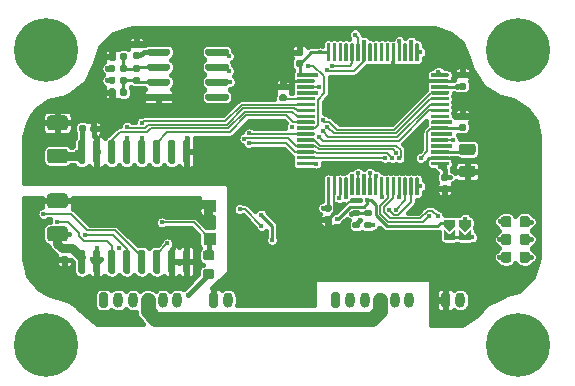
<source format=gbr>
G04 #@! TF.GenerationSoftware,KiCad,Pcbnew,(5.1.10)-1*
G04 #@! TF.CreationDate,2022-10-27T19:37:03-07:00*
G04 #@! TF.ProjectId,Motor_Gen2L,4d6f746f-725f-4476-956e-324c2e6b6963,rev?*
G04 #@! TF.SameCoordinates,Original*
G04 #@! TF.FileFunction,Copper,L4,Bot*
G04 #@! TF.FilePolarity,Positive*
%FSLAX46Y46*%
G04 Gerber Fmt 4.6, Leading zero omitted, Abs format (unit mm)*
G04 Created by KiCad (PCBNEW (5.1.10)-1) date 2022-10-27 19:37:03*
%MOMM*%
%LPD*%
G01*
G04 APERTURE LIST*
G04 #@! TA.AperFunction,ComponentPad*
%ADD10O,0.800000X1.300000*%
G04 #@! TD*
G04 #@! TA.AperFunction,SMDPad,CuDef*
%ADD11R,1.100000X1.100000*%
G04 #@! TD*
G04 #@! TA.AperFunction,SMDPad,CuDef*
%ADD12C,0.100000*%
G04 #@! TD*
G04 #@! TA.AperFunction,ComponentPad*
%ADD13C,0.800000*%
G04 #@! TD*
G04 #@! TA.AperFunction,ComponentPad*
%ADD14C,5.400000*%
G04 #@! TD*
G04 #@! TA.AperFunction,ViaPad*
%ADD15C,0.381000*%
G04 #@! TD*
G04 #@! TA.AperFunction,Conductor*
%ADD16C,0.254000*%
G04 #@! TD*
G04 #@! TA.AperFunction,Conductor*
%ADD17C,0.381000*%
G04 #@! TD*
G04 #@! TA.AperFunction,Conductor*
%ADD18C,0.152400*%
G04 #@! TD*
G04 #@! TA.AperFunction,Conductor*
%ADD19C,0.300000*%
G04 #@! TD*
G04 #@! TA.AperFunction,Conductor*
%ADD20C,0.762000*%
G04 #@! TD*
G04 #@! TA.AperFunction,Conductor*
%ADD21C,1.270000*%
G04 #@! TD*
G04 #@! TA.AperFunction,Conductor*
%ADD22C,0.400000*%
G04 #@! TD*
G04 #@! TA.AperFunction,Conductor*
%ADD23C,0.100000*%
G04 #@! TD*
G04 APERTURE END LIST*
D10*
X95450000Y-117700000D03*
G04 #@! TA.AperFunction,ComponentPad*
G36*
G01*
X93800000Y-118150000D02*
X93800000Y-117250000D01*
G75*
G02*
X94000000Y-117050000I200000J0D01*
G01*
X94400000Y-117050000D01*
G75*
G02*
X94600000Y-117250000I0J-200000D01*
G01*
X94600000Y-118150000D01*
G75*
G02*
X94400000Y-118350000I-200000J0D01*
G01*
X94000000Y-118350000D01*
G75*
G02*
X93800000Y-118150000I0J200000D01*
G01*
G37*
G04 #@! TD.AperFunction*
X115100000Y-117700000D03*
G04 #@! TA.AperFunction,ComponentPad*
G36*
G01*
X113450000Y-118150000D02*
X113450000Y-117250000D01*
G75*
G02*
X113650000Y-117050000I200000J0D01*
G01*
X114050000Y-117050000D01*
G75*
G02*
X114250000Y-117250000I0J-200000D01*
G01*
X114250000Y-118150000D01*
G75*
G02*
X114050000Y-118350000I-200000J0D01*
G01*
X113650000Y-118350000D01*
G75*
G02*
X113450000Y-118150000I0J200000D01*
G01*
G37*
G04 #@! TD.AperFunction*
X91150000Y-117700000D03*
X89900000Y-117700000D03*
X88650000Y-117700000D03*
X87400000Y-117700000D03*
X86150000Y-117700000D03*
G04 #@! TA.AperFunction,ComponentPad*
G36*
G01*
X84500000Y-118150000D02*
X84500000Y-117250000D01*
G75*
G02*
X84700000Y-117050000I200000J0D01*
G01*
X85100000Y-117050000D01*
G75*
G02*
X85300000Y-117250000I0J-200000D01*
G01*
X85300000Y-118150000D01*
G75*
G02*
X85100000Y-118350000I-200000J0D01*
G01*
X84700000Y-118350000D01*
G75*
G02*
X84500000Y-118150000I0J200000D01*
G01*
G37*
G04 #@! TD.AperFunction*
X110800000Y-117700000D03*
X109550000Y-117700000D03*
X108300000Y-117700000D03*
X107050000Y-117700000D03*
X105800000Y-117700000D03*
G04 #@! TA.AperFunction,ComponentPad*
G36*
G01*
X104150000Y-118150000D02*
X104150000Y-117250000D01*
G75*
G02*
X104350000Y-117050000I200000J0D01*
G01*
X104750000Y-117050000D01*
G75*
G02*
X104950000Y-117250000I0J-200000D01*
G01*
X104950000Y-118150000D01*
G75*
G02*
X104750000Y-118350000I-200000J0D01*
G01*
X104350000Y-118350000D01*
G75*
G02*
X104150000Y-118150000I0J200000D01*
G01*
G37*
G04 #@! TD.AperFunction*
G04 #@! TA.AperFunction,SMDPad,CuDef*
G36*
G01*
X107115000Y-111100000D02*
X107485000Y-111100000D01*
G75*
G02*
X107620000Y-111235000I0J-135000D01*
G01*
X107620000Y-111505000D01*
G75*
G02*
X107485000Y-111640000I-135000J0D01*
G01*
X107115000Y-111640000D01*
G75*
G02*
X106980000Y-111505000I0J135000D01*
G01*
X106980000Y-111235000D01*
G75*
G02*
X107115000Y-111100000I135000J0D01*
G01*
G37*
G04 #@! TD.AperFunction*
G04 #@! TA.AperFunction,SMDPad,CuDef*
G36*
G01*
X107115000Y-110080000D02*
X107485000Y-110080000D01*
G75*
G02*
X107620000Y-110215000I0J-135000D01*
G01*
X107620000Y-110485000D01*
G75*
G02*
X107485000Y-110620000I-135000J0D01*
G01*
X107115000Y-110620000D01*
G75*
G02*
X106980000Y-110485000I0J135000D01*
G01*
X106980000Y-110215000D01*
G75*
G02*
X107115000Y-110080000I135000J0D01*
G01*
G37*
G04 #@! TD.AperFunction*
G04 #@! TA.AperFunction,SMDPad,CuDef*
G36*
G01*
X106115000Y-111090000D02*
X106485000Y-111090000D01*
G75*
G02*
X106620000Y-111225000I0J-135000D01*
G01*
X106620000Y-111495000D01*
G75*
G02*
X106485000Y-111630000I-135000J0D01*
G01*
X106115000Y-111630000D01*
G75*
G02*
X105980000Y-111495000I0J135000D01*
G01*
X105980000Y-111225000D01*
G75*
G02*
X106115000Y-111090000I135000J0D01*
G01*
G37*
G04 #@! TD.AperFunction*
G04 #@! TA.AperFunction,SMDPad,CuDef*
G36*
G01*
X106115000Y-110070000D02*
X106485000Y-110070000D01*
G75*
G02*
X106620000Y-110205000I0J-135000D01*
G01*
X106620000Y-110475000D01*
G75*
G02*
X106485000Y-110610000I-135000J0D01*
G01*
X106115000Y-110610000D01*
G75*
G02*
X105980000Y-110475000I0J135000D01*
G01*
X105980000Y-110205000D01*
G75*
G02*
X106115000Y-110070000I135000J0D01*
G01*
G37*
G04 #@! TD.AperFunction*
G04 #@! TA.AperFunction,SMDPad,CuDef*
G36*
G01*
X115470000Y-102400000D02*
X115130000Y-102400000D01*
G75*
G02*
X114990000Y-102260000I0J140000D01*
G01*
X114990000Y-101980000D01*
G75*
G02*
X115130000Y-101840000I140000J0D01*
G01*
X115470000Y-101840000D01*
G75*
G02*
X115610000Y-101980000I0J-140000D01*
G01*
X115610000Y-102260000D01*
G75*
G02*
X115470000Y-102400000I-140000J0D01*
G01*
G37*
G04 #@! TD.AperFunction*
G04 #@! TA.AperFunction,SMDPad,CuDef*
G36*
G01*
X115470000Y-103360000D02*
X115130000Y-103360000D01*
G75*
G02*
X114990000Y-103220000I0J140000D01*
G01*
X114990000Y-102940000D01*
G75*
G02*
X115130000Y-102800000I140000J0D01*
G01*
X115470000Y-102800000D01*
G75*
G02*
X115610000Y-102940000I0J-140000D01*
G01*
X115610000Y-103220000D01*
G75*
G02*
X115470000Y-103360000I-140000J0D01*
G01*
G37*
G04 #@! TD.AperFunction*
G04 #@! TA.AperFunction,SMDPad,CuDef*
G36*
G01*
X115243750Y-106329600D02*
X116156250Y-106329600D01*
G75*
G02*
X116400000Y-106573350I0J-243750D01*
G01*
X116400000Y-107060850D01*
G75*
G02*
X116156250Y-107304600I-243750J0D01*
G01*
X115243750Y-107304600D01*
G75*
G02*
X115000000Y-107060850I0J243750D01*
G01*
X115000000Y-106573350D01*
G75*
G02*
X115243750Y-106329600I243750J0D01*
G01*
G37*
G04 #@! TD.AperFunction*
G04 #@! TA.AperFunction,SMDPad,CuDef*
G36*
G01*
X115243750Y-104454600D02*
X116156250Y-104454600D01*
G75*
G02*
X116400000Y-104698350I0J-243750D01*
G01*
X116400000Y-105185850D01*
G75*
G02*
X116156250Y-105429600I-243750J0D01*
G01*
X115243750Y-105429600D01*
G75*
G02*
X115000000Y-105185850I0J243750D01*
G01*
X115000000Y-104698350D01*
G75*
G02*
X115243750Y-104454600I243750J0D01*
G01*
G37*
G04 #@! TD.AperFunction*
D11*
X93900000Y-109700000D03*
X93900000Y-112500000D03*
G04 #@! TA.AperFunction,SMDPad,CuDef*
D12*
G36*
X114200000Y-111900000D02*
G01*
X113700000Y-111400000D01*
X113700000Y-110900000D01*
X114700000Y-110900000D01*
X114700000Y-111400000D01*
X114200000Y-111900000D01*
G37*
G04 #@! TD.AperFunction*
G04 #@! TA.AperFunction,SMDPad,CuDef*
G36*
X113700000Y-112600000D02*
G01*
X113700000Y-111700000D01*
X114200000Y-112200000D01*
X114700000Y-111700000D01*
X114700000Y-112600000D01*
X113700000Y-112600000D01*
G37*
G04 #@! TD.AperFunction*
G04 #@! TA.AperFunction,SMDPad,CuDef*
G36*
X115500000Y-111900000D02*
G01*
X115000000Y-111400000D01*
X115000000Y-110900000D01*
X116000000Y-110900000D01*
X116000000Y-111400000D01*
X115500000Y-111900000D01*
G37*
G04 #@! TD.AperFunction*
G04 #@! TA.AperFunction,SMDPad,CuDef*
G36*
X115000000Y-112600000D02*
G01*
X115000000Y-111700000D01*
X115500000Y-112200000D01*
X116000000Y-111700000D01*
X116000000Y-112600000D01*
X115000000Y-112600000D01*
G37*
G04 #@! TD.AperFunction*
D13*
X121431891Y-120068109D03*
X120000000Y-119475000D03*
X118568109Y-120068109D03*
X117975000Y-121500000D03*
X118568109Y-122931891D03*
X120000000Y-123525000D03*
X121431891Y-122931891D03*
X122025000Y-121500000D03*
D14*
X120000000Y-121500000D03*
D13*
X81431891Y-120068109D03*
X80000000Y-119475000D03*
X78568109Y-120068109D03*
X77975000Y-121500000D03*
X78568109Y-122931891D03*
X80000000Y-123525000D03*
X81431891Y-122931891D03*
X82025000Y-121500000D03*
D14*
X80000000Y-121500000D03*
D13*
X81431891Y-95068109D03*
X80000000Y-94475000D03*
X78568109Y-95068109D03*
X77975000Y-96500000D03*
X78568109Y-97931891D03*
X80000000Y-98525000D03*
X81431891Y-97931891D03*
X82025000Y-96500000D03*
D14*
X80000000Y-96500000D03*
D13*
X121431891Y-95068109D03*
X120000000Y-94475000D03*
X118568109Y-95068109D03*
X117975000Y-96500000D03*
X118568109Y-97931891D03*
X120000000Y-98525000D03*
X121431891Y-97931891D03*
X122025000Y-96500000D03*
D14*
X120000000Y-96500000D03*
G04 #@! TA.AperFunction,SMDPad,CuDef*
G36*
G01*
X82905000Y-104125000D02*
X83205000Y-104125000D01*
G75*
G02*
X83355000Y-104275000I0J-150000D01*
G01*
X83355000Y-106025000D01*
G75*
G02*
X83205000Y-106175000I-150000J0D01*
G01*
X82905000Y-106175000D01*
G75*
G02*
X82755000Y-106025000I0J150000D01*
G01*
X82755000Y-104275000D01*
G75*
G02*
X82905000Y-104125000I150000J0D01*
G01*
G37*
G04 #@! TD.AperFunction*
G04 #@! TA.AperFunction,SMDPad,CuDef*
G36*
G01*
X84175000Y-104125000D02*
X84475000Y-104125000D01*
G75*
G02*
X84625000Y-104275000I0J-150000D01*
G01*
X84625000Y-106025000D01*
G75*
G02*
X84475000Y-106175000I-150000J0D01*
G01*
X84175000Y-106175000D01*
G75*
G02*
X84025000Y-106025000I0J150000D01*
G01*
X84025000Y-104275000D01*
G75*
G02*
X84175000Y-104125000I150000J0D01*
G01*
G37*
G04 #@! TD.AperFunction*
G04 #@! TA.AperFunction,SMDPad,CuDef*
G36*
G01*
X85445000Y-104125000D02*
X85745000Y-104125000D01*
G75*
G02*
X85895000Y-104275000I0J-150000D01*
G01*
X85895000Y-106025000D01*
G75*
G02*
X85745000Y-106175000I-150000J0D01*
G01*
X85445000Y-106175000D01*
G75*
G02*
X85295000Y-106025000I0J150000D01*
G01*
X85295000Y-104275000D01*
G75*
G02*
X85445000Y-104125000I150000J0D01*
G01*
G37*
G04 #@! TD.AperFunction*
G04 #@! TA.AperFunction,SMDPad,CuDef*
G36*
G01*
X86715000Y-104125000D02*
X87015000Y-104125000D01*
G75*
G02*
X87165000Y-104275000I0J-150000D01*
G01*
X87165000Y-106025000D01*
G75*
G02*
X87015000Y-106175000I-150000J0D01*
G01*
X86715000Y-106175000D01*
G75*
G02*
X86565000Y-106025000I0J150000D01*
G01*
X86565000Y-104275000D01*
G75*
G02*
X86715000Y-104125000I150000J0D01*
G01*
G37*
G04 #@! TD.AperFunction*
G04 #@! TA.AperFunction,SMDPad,CuDef*
G36*
G01*
X87985000Y-104125000D02*
X88285000Y-104125000D01*
G75*
G02*
X88435000Y-104275000I0J-150000D01*
G01*
X88435000Y-106025000D01*
G75*
G02*
X88285000Y-106175000I-150000J0D01*
G01*
X87985000Y-106175000D01*
G75*
G02*
X87835000Y-106025000I0J150000D01*
G01*
X87835000Y-104275000D01*
G75*
G02*
X87985000Y-104125000I150000J0D01*
G01*
G37*
G04 #@! TD.AperFunction*
G04 #@! TA.AperFunction,SMDPad,CuDef*
G36*
G01*
X89255000Y-104125000D02*
X89555000Y-104125000D01*
G75*
G02*
X89705000Y-104275000I0J-150000D01*
G01*
X89705000Y-106025000D01*
G75*
G02*
X89555000Y-106175000I-150000J0D01*
G01*
X89255000Y-106175000D01*
G75*
G02*
X89105000Y-106025000I0J150000D01*
G01*
X89105000Y-104275000D01*
G75*
G02*
X89255000Y-104125000I150000J0D01*
G01*
G37*
G04 #@! TD.AperFunction*
G04 #@! TA.AperFunction,SMDPad,CuDef*
G36*
G01*
X90525000Y-104125000D02*
X90825000Y-104125000D01*
G75*
G02*
X90975000Y-104275000I0J-150000D01*
G01*
X90975000Y-106025000D01*
G75*
G02*
X90825000Y-106175000I-150000J0D01*
G01*
X90525000Y-106175000D01*
G75*
G02*
X90375000Y-106025000I0J150000D01*
G01*
X90375000Y-104275000D01*
G75*
G02*
X90525000Y-104125000I150000J0D01*
G01*
G37*
G04 #@! TD.AperFunction*
G04 #@! TA.AperFunction,SMDPad,CuDef*
G36*
G01*
X91795000Y-104125000D02*
X92095000Y-104125000D01*
G75*
G02*
X92245000Y-104275000I0J-150000D01*
G01*
X92245000Y-106025000D01*
G75*
G02*
X92095000Y-106175000I-150000J0D01*
G01*
X91795000Y-106175000D01*
G75*
G02*
X91645000Y-106025000I0J150000D01*
G01*
X91645000Y-104275000D01*
G75*
G02*
X91795000Y-104125000I150000J0D01*
G01*
G37*
G04 #@! TD.AperFunction*
G04 #@! TA.AperFunction,SMDPad,CuDef*
G36*
G01*
X91795000Y-113425000D02*
X92095000Y-113425000D01*
G75*
G02*
X92245000Y-113575000I0J-150000D01*
G01*
X92245000Y-115325000D01*
G75*
G02*
X92095000Y-115475000I-150000J0D01*
G01*
X91795000Y-115475000D01*
G75*
G02*
X91645000Y-115325000I0J150000D01*
G01*
X91645000Y-113575000D01*
G75*
G02*
X91795000Y-113425000I150000J0D01*
G01*
G37*
G04 #@! TD.AperFunction*
G04 #@! TA.AperFunction,SMDPad,CuDef*
G36*
G01*
X90525000Y-113425000D02*
X90825000Y-113425000D01*
G75*
G02*
X90975000Y-113575000I0J-150000D01*
G01*
X90975000Y-115325000D01*
G75*
G02*
X90825000Y-115475000I-150000J0D01*
G01*
X90525000Y-115475000D01*
G75*
G02*
X90375000Y-115325000I0J150000D01*
G01*
X90375000Y-113575000D01*
G75*
G02*
X90525000Y-113425000I150000J0D01*
G01*
G37*
G04 #@! TD.AperFunction*
G04 #@! TA.AperFunction,SMDPad,CuDef*
G36*
G01*
X89255000Y-113425000D02*
X89555000Y-113425000D01*
G75*
G02*
X89705000Y-113575000I0J-150000D01*
G01*
X89705000Y-115325000D01*
G75*
G02*
X89555000Y-115475000I-150000J0D01*
G01*
X89255000Y-115475000D01*
G75*
G02*
X89105000Y-115325000I0J150000D01*
G01*
X89105000Y-113575000D01*
G75*
G02*
X89255000Y-113425000I150000J0D01*
G01*
G37*
G04 #@! TD.AperFunction*
G04 #@! TA.AperFunction,SMDPad,CuDef*
G36*
G01*
X87985000Y-113425000D02*
X88285000Y-113425000D01*
G75*
G02*
X88435000Y-113575000I0J-150000D01*
G01*
X88435000Y-115325000D01*
G75*
G02*
X88285000Y-115475000I-150000J0D01*
G01*
X87985000Y-115475000D01*
G75*
G02*
X87835000Y-115325000I0J150000D01*
G01*
X87835000Y-113575000D01*
G75*
G02*
X87985000Y-113425000I150000J0D01*
G01*
G37*
G04 #@! TD.AperFunction*
G04 #@! TA.AperFunction,SMDPad,CuDef*
G36*
G01*
X86715000Y-113425000D02*
X87015000Y-113425000D01*
G75*
G02*
X87165000Y-113575000I0J-150000D01*
G01*
X87165000Y-115325000D01*
G75*
G02*
X87015000Y-115475000I-150000J0D01*
G01*
X86715000Y-115475000D01*
G75*
G02*
X86565000Y-115325000I0J150000D01*
G01*
X86565000Y-113575000D01*
G75*
G02*
X86715000Y-113425000I150000J0D01*
G01*
G37*
G04 #@! TD.AperFunction*
G04 #@! TA.AperFunction,SMDPad,CuDef*
G36*
G01*
X85445000Y-113425000D02*
X85745000Y-113425000D01*
G75*
G02*
X85895000Y-113575000I0J-150000D01*
G01*
X85895000Y-115325000D01*
G75*
G02*
X85745000Y-115475000I-150000J0D01*
G01*
X85445000Y-115475000D01*
G75*
G02*
X85295000Y-115325000I0J150000D01*
G01*
X85295000Y-113575000D01*
G75*
G02*
X85445000Y-113425000I150000J0D01*
G01*
G37*
G04 #@! TD.AperFunction*
G04 #@! TA.AperFunction,SMDPad,CuDef*
G36*
G01*
X84175000Y-113425000D02*
X84475000Y-113425000D01*
G75*
G02*
X84625000Y-113575000I0J-150000D01*
G01*
X84625000Y-115325000D01*
G75*
G02*
X84475000Y-115475000I-150000J0D01*
G01*
X84175000Y-115475000D01*
G75*
G02*
X84025000Y-115325000I0J150000D01*
G01*
X84025000Y-113575000D01*
G75*
G02*
X84175000Y-113425000I150000J0D01*
G01*
G37*
G04 #@! TD.AperFunction*
G04 #@! TA.AperFunction,SMDPad,CuDef*
G36*
G01*
X82905000Y-113425000D02*
X83205000Y-113425000D01*
G75*
G02*
X83355000Y-113575000I0J-150000D01*
G01*
X83355000Y-115325000D01*
G75*
G02*
X83205000Y-115475000I-150000J0D01*
G01*
X82905000Y-115475000D01*
G75*
G02*
X82755000Y-115325000I0J150000D01*
G01*
X82755000Y-113575000D01*
G75*
G02*
X82905000Y-113425000I150000J0D01*
G01*
G37*
G04 #@! TD.AperFunction*
G04 #@! TA.AperFunction,SMDPad,CuDef*
G36*
G01*
X93537000Y-100666000D02*
X93537000Y-100366000D01*
G75*
G02*
X93687000Y-100216000I150000J0D01*
G01*
X95337000Y-100216000D01*
G75*
G02*
X95487000Y-100366000I0J-150000D01*
G01*
X95487000Y-100666000D01*
G75*
G02*
X95337000Y-100816000I-150000J0D01*
G01*
X93687000Y-100816000D01*
G75*
G02*
X93537000Y-100666000I0J150000D01*
G01*
G37*
G04 #@! TD.AperFunction*
G04 #@! TA.AperFunction,SMDPad,CuDef*
G36*
G01*
X93537000Y-99396000D02*
X93537000Y-99096000D01*
G75*
G02*
X93687000Y-98946000I150000J0D01*
G01*
X95337000Y-98946000D01*
G75*
G02*
X95487000Y-99096000I0J-150000D01*
G01*
X95487000Y-99396000D01*
G75*
G02*
X95337000Y-99546000I-150000J0D01*
G01*
X93687000Y-99546000D01*
G75*
G02*
X93537000Y-99396000I0J150000D01*
G01*
G37*
G04 #@! TD.AperFunction*
G04 #@! TA.AperFunction,SMDPad,CuDef*
G36*
G01*
X93537000Y-98126000D02*
X93537000Y-97826000D01*
G75*
G02*
X93687000Y-97676000I150000J0D01*
G01*
X95337000Y-97676000D01*
G75*
G02*
X95487000Y-97826000I0J-150000D01*
G01*
X95487000Y-98126000D01*
G75*
G02*
X95337000Y-98276000I-150000J0D01*
G01*
X93687000Y-98276000D01*
G75*
G02*
X93537000Y-98126000I0J150000D01*
G01*
G37*
G04 #@! TD.AperFunction*
G04 #@! TA.AperFunction,SMDPad,CuDef*
G36*
G01*
X93537000Y-96856000D02*
X93537000Y-96556000D01*
G75*
G02*
X93687000Y-96406000I150000J0D01*
G01*
X95337000Y-96406000D01*
G75*
G02*
X95487000Y-96556000I0J-150000D01*
G01*
X95487000Y-96856000D01*
G75*
G02*
X95337000Y-97006000I-150000J0D01*
G01*
X93687000Y-97006000D01*
G75*
G02*
X93537000Y-96856000I0J150000D01*
G01*
G37*
G04 #@! TD.AperFunction*
G04 #@! TA.AperFunction,SMDPad,CuDef*
G36*
G01*
X88587000Y-96856000D02*
X88587000Y-96556000D01*
G75*
G02*
X88737000Y-96406000I150000J0D01*
G01*
X90387000Y-96406000D01*
G75*
G02*
X90537000Y-96556000I0J-150000D01*
G01*
X90537000Y-96856000D01*
G75*
G02*
X90387000Y-97006000I-150000J0D01*
G01*
X88737000Y-97006000D01*
G75*
G02*
X88587000Y-96856000I0J150000D01*
G01*
G37*
G04 #@! TD.AperFunction*
G04 #@! TA.AperFunction,SMDPad,CuDef*
G36*
G01*
X88587000Y-98126000D02*
X88587000Y-97826000D01*
G75*
G02*
X88737000Y-97676000I150000J0D01*
G01*
X90387000Y-97676000D01*
G75*
G02*
X90537000Y-97826000I0J-150000D01*
G01*
X90537000Y-98126000D01*
G75*
G02*
X90387000Y-98276000I-150000J0D01*
G01*
X88737000Y-98276000D01*
G75*
G02*
X88587000Y-98126000I0J150000D01*
G01*
G37*
G04 #@! TD.AperFunction*
G04 #@! TA.AperFunction,SMDPad,CuDef*
G36*
G01*
X88587000Y-99396000D02*
X88587000Y-99096000D01*
G75*
G02*
X88737000Y-98946000I150000J0D01*
G01*
X90387000Y-98946000D01*
G75*
G02*
X90537000Y-99096000I0J-150000D01*
G01*
X90537000Y-99396000D01*
G75*
G02*
X90387000Y-99546000I-150000J0D01*
G01*
X88737000Y-99546000D01*
G75*
G02*
X88587000Y-99396000I0J150000D01*
G01*
G37*
G04 #@! TD.AperFunction*
G04 #@! TA.AperFunction,SMDPad,CuDef*
G36*
G01*
X88587000Y-100666000D02*
X88587000Y-100366000D01*
G75*
G02*
X88737000Y-100216000I150000J0D01*
G01*
X90387000Y-100216000D01*
G75*
G02*
X90537000Y-100366000I0J-150000D01*
G01*
X90537000Y-100666000D01*
G75*
G02*
X90387000Y-100816000I-150000J0D01*
G01*
X88737000Y-100816000D01*
G75*
G02*
X88587000Y-100666000I0J150000D01*
G01*
G37*
G04 #@! TD.AperFunction*
G04 #@! TA.AperFunction,SMDPad,CuDef*
G36*
G01*
X101325000Y-98500000D02*
X102725000Y-98500000D01*
G75*
G02*
X102800000Y-98575000I0J-75000D01*
G01*
X102800000Y-98725000D01*
G75*
G02*
X102725000Y-98800000I-75000J0D01*
G01*
X101325000Y-98800000D01*
G75*
G02*
X101250000Y-98725000I0J75000D01*
G01*
X101250000Y-98575000D01*
G75*
G02*
X101325000Y-98500000I75000J0D01*
G01*
G37*
G04 #@! TD.AperFunction*
G04 #@! TA.AperFunction,SMDPad,CuDef*
G36*
G01*
X101325000Y-99000000D02*
X102725000Y-99000000D01*
G75*
G02*
X102800000Y-99075000I0J-75000D01*
G01*
X102800000Y-99225000D01*
G75*
G02*
X102725000Y-99300000I-75000J0D01*
G01*
X101325000Y-99300000D01*
G75*
G02*
X101250000Y-99225000I0J75000D01*
G01*
X101250000Y-99075000D01*
G75*
G02*
X101325000Y-99000000I75000J0D01*
G01*
G37*
G04 #@! TD.AperFunction*
G04 #@! TA.AperFunction,SMDPad,CuDef*
G36*
G01*
X101325000Y-99500000D02*
X102725000Y-99500000D01*
G75*
G02*
X102800000Y-99575000I0J-75000D01*
G01*
X102800000Y-99725000D01*
G75*
G02*
X102725000Y-99800000I-75000J0D01*
G01*
X101325000Y-99800000D01*
G75*
G02*
X101250000Y-99725000I0J75000D01*
G01*
X101250000Y-99575000D01*
G75*
G02*
X101325000Y-99500000I75000J0D01*
G01*
G37*
G04 #@! TD.AperFunction*
G04 #@! TA.AperFunction,SMDPad,CuDef*
G36*
G01*
X101325000Y-100000000D02*
X102725000Y-100000000D01*
G75*
G02*
X102800000Y-100075000I0J-75000D01*
G01*
X102800000Y-100225000D01*
G75*
G02*
X102725000Y-100300000I-75000J0D01*
G01*
X101325000Y-100300000D01*
G75*
G02*
X101250000Y-100225000I0J75000D01*
G01*
X101250000Y-100075000D01*
G75*
G02*
X101325000Y-100000000I75000J0D01*
G01*
G37*
G04 #@! TD.AperFunction*
G04 #@! TA.AperFunction,SMDPad,CuDef*
G36*
G01*
X101325000Y-100500000D02*
X102725000Y-100500000D01*
G75*
G02*
X102800000Y-100575000I0J-75000D01*
G01*
X102800000Y-100725000D01*
G75*
G02*
X102725000Y-100800000I-75000J0D01*
G01*
X101325000Y-100800000D01*
G75*
G02*
X101250000Y-100725000I0J75000D01*
G01*
X101250000Y-100575000D01*
G75*
G02*
X101325000Y-100500000I75000J0D01*
G01*
G37*
G04 #@! TD.AperFunction*
G04 #@! TA.AperFunction,SMDPad,CuDef*
G36*
G01*
X101325000Y-101000000D02*
X102725000Y-101000000D01*
G75*
G02*
X102800000Y-101075000I0J-75000D01*
G01*
X102800000Y-101225000D01*
G75*
G02*
X102725000Y-101300000I-75000J0D01*
G01*
X101325000Y-101300000D01*
G75*
G02*
X101250000Y-101225000I0J75000D01*
G01*
X101250000Y-101075000D01*
G75*
G02*
X101325000Y-101000000I75000J0D01*
G01*
G37*
G04 #@! TD.AperFunction*
G04 #@! TA.AperFunction,SMDPad,CuDef*
G36*
G01*
X101325000Y-101500000D02*
X102725000Y-101500000D01*
G75*
G02*
X102800000Y-101575000I0J-75000D01*
G01*
X102800000Y-101725000D01*
G75*
G02*
X102725000Y-101800000I-75000J0D01*
G01*
X101325000Y-101800000D01*
G75*
G02*
X101250000Y-101725000I0J75000D01*
G01*
X101250000Y-101575000D01*
G75*
G02*
X101325000Y-101500000I75000J0D01*
G01*
G37*
G04 #@! TD.AperFunction*
G04 #@! TA.AperFunction,SMDPad,CuDef*
G36*
G01*
X101325000Y-102000000D02*
X102725000Y-102000000D01*
G75*
G02*
X102800000Y-102075000I0J-75000D01*
G01*
X102800000Y-102225000D01*
G75*
G02*
X102725000Y-102300000I-75000J0D01*
G01*
X101325000Y-102300000D01*
G75*
G02*
X101250000Y-102225000I0J75000D01*
G01*
X101250000Y-102075000D01*
G75*
G02*
X101325000Y-102000000I75000J0D01*
G01*
G37*
G04 #@! TD.AperFunction*
G04 #@! TA.AperFunction,SMDPad,CuDef*
G36*
G01*
X101325000Y-102500000D02*
X102725000Y-102500000D01*
G75*
G02*
X102800000Y-102575000I0J-75000D01*
G01*
X102800000Y-102725000D01*
G75*
G02*
X102725000Y-102800000I-75000J0D01*
G01*
X101325000Y-102800000D01*
G75*
G02*
X101250000Y-102725000I0J75000D01*
G01*
X101250000Y-102575000D01*
G75*
G02*
X101325000Y-102500000I75000J0D01*
G01*
G37*
G04 #@! TD.AperFunction*
G04 #@! TA.AperFunction,SMDPad,CuDef*
G36*
G01*
X101325000Y-103000000D02*
X102725000Y-103000000D01*
G75*
G02*
X102800000Y-103075000I0J-75000D01*
G01*
X102800000Y-103225000D01*
G75*
G02*
X102725000Y-103300000I-75000J0D01*
G01*
X101325000Y-103300000D01*
G75*
G02*
X101250000Y-103225000I0J75000D01*
G01*
X101250000Y-103075000D01*
G75*
G02*
X101325000Y-103000000I75000J0D01*
G01*
G37*
G04 #@! TD.AperFunction*
G04 #@! TA.AperFunction,SMDPad,CuDef*
G36*
G01*
X101325000Y-103500000D02*
X102725000Y-103500000D01*
G75*
G02*
X102800000Y-103575000I0J-75000D01*
G01*
X102800000Y-103725000D01*
G75*
G02*
X102725000Y-103800000I-75000J0D01*
G01*
X101325000Y-103800000D01*
G75*
G02*
X101250000Y-103725000I0J75000D01*
G01*
X101250000Y-103575000D01*
G75*
G02*
X101325000Y-103500000I75000J0D01*
G01*
G37*
G04 #@! TD.AperFunction*
G04 #@! TA.AperFunction,SMDPad,CuDef*
G36*
G01*
X101325000Y-104000000D02*
X102725000Y-104000000D01*
G75*
G02*
X102800000Y-104075000I0J-75000D01*
G01*
X102800000Y-104225000D01*
G75*
G02*
X102725000Y-104300000I-75000J0D01*
G01*
X101325000Y-104300000D01*
G75*
G02*
X101250000Y-104225000I0J75000D01*
G01*
X101250000Y-104075000D01*
G75*
G02*
X101325000Y-104000000I75000J0D01*
G01*
G37*
G04 #@! TD.AperFunction*
G04 #@! TA.AperFunction,SMDPad,CuDef*
G36*
G01*
X101325000Y-104500000D02*
X102725000Y-104500000D01*
G75*
G02*
X102800000Y-104575000I0J-75000D01*
G01*
X102800000Y-104725000D01*
G75*
G02*
X102725000Y-104800000I-75000J0D01*
G01*
X101325000Y-104800000D01*
G75*
G02*
X101250000Y-104725000I0J75000D01*
G01*
X101250000Y-104575000D01*
G75*
G02*
X101325000Y-104500000I75000J0D01*
G01*
G37*
G04 #@! TD.AperFunction*
G04 #@! TA.AperFunction,SMDPad,CuDef*
G36*
G01*
X101325000Y-105000000D02*
X102725000Y-105000000D01*
G75*
G02*
X102800000Y-105075000I0J-75000D01*
G01*
X102800000Y-105225000D01*
G75*
G02*
X102725000Y-105300000I-75000J0D01*
G01*
X101325000Y-105300000D01*
G75*
G02*
X101250000Y-105225000I0J75000D01*
G01*
X101250000Y-105075000D01*
G75*
G02*
X101325000Y-105000000I75000J0D01*
G01*
G37*
G04 #@! TD.AperFunction*
G04 #@! TA.AperFunction,SMDPad,CuDef*
G36*
G01*
X101325000Y-105500000D02*
X102725000Y-105500000D01*
G75*
G02*
X102800000Y-105575000I0J-75000D01*
G01*
X102800000Y-105725000D01*
G75*
G02*
X102725000Y-105800000I-75000J0D01*
G01*
X101325000Y-105800000D01*
G75*
G02*
X101250000Y-105725000I0J75000D01*
G01*
X101250000Y-105575000D01*
G75*
G02*
X101325000Y-105500000I75000J0D01*
G01*
G37*
G04 #@! TD.AperFunction*
G04 #@! TA.AperFunction,SMDPad,CuDef*
G36*
G01*
X101325000Y-106000000D02*
X102725000Y-106000000D01*
G75*
G02*
X102800000Y-106075000I0J-75000D01*
G01*
X102800000Y-106225000D01*
G75*
G02*
X102725000Y-106300000I-75000J0D01*
G01*
X101325000Y-106300000D01*
G75*
G02*
X101250000Y-106225000I0J75000D01*
G01*
X101250000Y-106075000D01*
G75*
G02*
X101325000Y-106000000I75000J0D01*
G01*
G37*
G04 #@! TD.AperFunction*
G04 #@! TA.AperFunction,SMDPad,CuDef*
G36*
G01*
X103875000Y-107300000D02*
X104025000Y-107300000D01*
G75*
G02*
X104100000Y-107375000I0J-75000D01*
G01*
X104100000Y-108775000D01*
G75*
G02*
X104025000Y-108850000I-75000J0D01*
G01*
X103875000Y-108850000D01*
G75*
G02*
X103800000Y-108775000I0J75000D01*
G01*
X103800000Y-107375000D01*
G75*
G02*
X103875000Y-107300000I75000J0D01*
G01*
G37*
G04 #@! TD.AperFunction*
G04 #@! TA.AperFunction,SMDPad,CuDef*
G36*
G01*
X104375000Y-107300000D02*
X104525000Y-107300000D01*
G75*
G02*
X104600000Y-107375000I0J-75000D01*
G01*
X104600000Y-108775000D01*
G75*
G02*
X104525000Y-108850000I-75000J0D01*
G01*
X104375000Y-108850000D01*
G75*
G02*
X104300000Y-108775000I0J75000D01*
G01*
X104300000Y-107375000D01*
G75*
G02*
X104375000Y-107300000I75000J0D01*
G01*
G37*
G04 #@! TD.AperFunction*
G04 #@! TA.AperFunction,SMDPad,CuDef*
G36*
G01*
X104875000Y-107300000D02*
X105025000Y-107300000D01*
G75*
G02*
X105100000Y-107375000I0J-75000D01*
G01*
X105100000Y-108775000D01*
G75*
G02*
X105025000Y-108850000I-75000J0D01*
G01*
X104875000Y-108850000D01*
G75*
G02*
X104800000Y-108775000I0J75000D01*
G01*
X104800000Y-107375000D01*
G75*
G02*
X104875000Y-107300000I75000J0D01*
G01*
G37*
G04 #@! TD.AperFunction*
G04 #@! TA.AperFunction,SMDPad,CuDef*
G36*
G01*
X105375000Y-107300000D02*
X105525000Y-107300000D01*
G75*
G02*
X105600000Y-107375000I0J-75000D01*
G01*
X105600000Y-108775000D01*
G75*
G02*
X105525000Y-108850000I-75000J0D01*
G01*
X105375000Y-108850000D01*
G75*
G02*
X105300000Y-108775000I0J75000D01*
G01*
X105300000Y-107375000D01*
G75*
G02*
X105375000Y-107300000I75000J0D01*
G01*
G37*
G04 #@! TD.AperFunction*
G04 #@! TA.AperFunction,SMDPad,CuDef*
G36*
G01*
X105875000Y-107300000D02*
X106025000Y-107300000D01*
G75*
G02*
X106100000Y-107375000I0J-75000D01*
G01*
X106100000Y-108775000D01*
G75*
G02*
X106025000Y-108850000I-75000J0D01*
G01*
X105875000Y-108850000D01*
G75*
G02*
X105800000Y-108775000I0J75000D01*
G01*
X105800000Y-107375000D01*
G75*
G02*
X105875000Y-107300000I75000J0D01*
G01*
G37*
G04 #@! TD.AperFunction*
G04 #@! TA.AperFunction,SMDPad,CuDef*
G36*
G01*
X106375000Y-107300000D02*
X106525000Y-107300000D01*
G75*
G02*
X106600000Y-107375000I0J-75000D01*
G01*
X106600000Y-108775000D01*
G75*
G02*
X106525000Y-108850000I-75000J0D01*
G01*
X106375000Y-108850000D01*
G75*
G02*
X106300000Y-108775000I0J75000D01*
G01*
X106300000Y-107375000D01*
G75*
G02*
X106375000Y-107300000I75000J0D01*
G01*
G37*
G04 #@! TD.AperFunction*
G04 #@! TA.AperFunction,SMDPad,CuDef*
G36*
G01*
X106875000Y-107300000D02*
X107025000Y-107300000D01*
G75*
G02*
X107100000Y-107375000I0J-75000D01*
G01*
X107100000Y-108775000D01*
G75*
G02*
X107025000Y-108850000I-75000J0D01*
G01*
X106875000Y-108850000D01*
G75*
G02*
X106800000Y-108775000I0J75000D01*
G01*
X106800000Y-107375000D01*
G75*
G02*
X106875000Y-107300000I75000J0D01*
G01*
G37*
G04 #@! TD.AperFunction*
G04 #@! TA.AperFunction,SMDPad,CuDef*
G36*
G01*
X107375000Y-107300000D02*
X107525000Y-107300000D01*
G75*
G02*
X107600000Y-107375000I0J-75000D01*
G01*
X107600000Y-108775000D01*
G75*
G02*
X107525000Y-108850000I-75000J0D01*
G01*
X107375000Y-108850000D01*
G75*
G02*
X107300000Y-108775000I0J75000D01*
G01*
X107300000Y-107375000D01*
G75*
G02*
X107375000Y-107300000I75000J0D01*
G01*
G37*
G04 #@! TD.AperFunction*
G04 #@! TA.AperFunction,SMDPad,CuDef*
G36*
G01*
X107875000Y-107300000D02*
X108025000Y-107300000D01*
G75*
G02*
X108100000Y-107375000I0J-75000D01*
G01*
X108100000Y-108775000D01*
G75*
G02*
X108025000Y-108850000I-75000J0D01*
G01*
X107875000Y-108850000D01*
G75*
G02*
X107800000Y-108775000I0J75000D01*
G01*
X107800000Y-107375000D01*
G75*
G02*
X107875000Y-107300000I75000J0D01*
G01*
G37*
G04 #@! TD.AperFunction*
G04 #@! TA.AperFunction,SMDPad,CuDef*
G36*
G01*
X108375000Y-107300000D02*
X108525000Y-107300000D01*
G75*
G02*
X108600000Y-107375000I0J-75000D01*
G01*
X108600000Y-108775000D01*
G75*
G02*
X108525000Y-108850000I-75000J0D01*
G01*
X108375000Y-108850000D01*
G75*
G02*
X108300000Y-108775000I0J75000D01*
G01*
X108300000Y-107375000D01*
G75*
G02*
X108375000Y-107300000I75000J0D01*
G01*
G37*
G04 #@! TD.AperFunction*
G04 #@! TA.AperFunction,SMDPad,CuDef*
G36*
G01*
X108875000Y-107300000D02*
X109025000Y-107300000D01*
G75*
G02*
X109100000Y-107375000I0J-75000D01*
G01*
X109100000Y-108775000D01*
G75*
G02*
X109025000Y-108850000I-75000J0D01*
G01*
X108875000Y-108850000D01*
G75*
G02*
X108800000Y-108775000I0J75000D01*
G01*
X108800000Y-107375000D01*
G75*
G02*
X108875000Y-107300000I75000J0D01*
G01*
G37*
G04 #@! TD.AperFunction*
G04 #@! TA.AperFunction,SMDPad,CuDef*
G36*
G01*
X109375000Y-107300000D02*
X109525000Y-107300000D01*
G75*
G02*
X109600000Y-107375000I0J-75000D01*
G01*
X109600000Y-108775000D01*
G75*
G02*
X109525000Y-108850000I-75000J0D01*
G01*
X109375000Y-108850000D01*
G75*
G02*
X109300000Y-108775000I0J75000D01*
G01*
X109300000Y-107375000D01*
G75*
G02*
X109375000Y-107300000I75000J0D01*
G01*
G37*
G04 #@! TD.AperFunction*
G04 #@! TA.AperFunction,SMDPad,CuDef*
G36*
G01*
X109875000Y-107300000D02*
X110025000Y-107300000D01*
G75*
G02*
X110100000Y-107375000I0J-75000D01*
G01*
X110100000Y-108775000D01*
G75*
G02*
X110025000Y-108850000I-75000J0D01*
G01*
X109875000Y-108850000D01*
G75*
G02*
X109800000Y-108775000I0J75000D01*
G01*
X109800000Y-107375000D01*
G75*
G02*
X109875000Y-107300000I75000J0D01*
G01*
G37*
G04 #@! TD.AperFunction*
G04 #@! TA.AperFunction,SMDPad,CuDef*
G36*
G01*
X110375000Y-107300000D02*
X110525000Y-107300000D01*
G75*
G02*
X110600000Y-107375000I0J-75000D01*
G01*
X110600000Y-108775000D01*
G75*
G02*
X110525000Y-108850000I-75000J0D01*
G01*
X110375000Y-108850000D01*
G75*
G02*
X110300000Y-108775000I0J75000D01*
G01*
X110300000Y-107375000D01*
G75*
G02*
X110375000Y-107300000I75000J0D01*
G01*
G37*
G04 #@! TD.AperFunction*
G04 #@! TA.AperFunction,SMDPad,CuDef*
G36*
G01*
X110875000Y-107300000D02*
X111025000Y-107300000D01*
G75*
G02*
X111100000Y-107375000I0J-75000D01*
G01*
X111100000Y-108775000D01*
G75*
G02*
X111025000Y-108850000I-75000J0D01*
G01*
X110875000Y-108850000D01*
G75*
G02*
X110800000Y-108775000I0J75000D01*
G01*
X110800000Y-107375000D01*
G75*
G02*
X110875000Y-107300000I75000J0D01*
G01*
G37*
G04 #@! TD.AperFunction*
G04 #@! TA.AperFunction,SMDPad,CuDef*
G36*
G01*
X111375000Y-107300000D02*
X111525000Y-107300000D01*
G75*
G02*
X111600000Y-107375000I0J-75000D01*
G01*
X111600000Y-108775000D01*
G75*
G02*
X111525000Y-108850000I-75000J0D01*
G01*
X111375000Y-108850000D01*
G75*
G02*
X111300000Y-108775000I0J75000D01*
G01*
X111300000Y-107375000D01*
G75*
G02*
X111375000Y-107300000I75000J0D01*
G01*
G37*
G04 #@! TD.AperFunction*
G04 #@! TA.AperFunction,SMDPad,CuDef*
G36*
G01*
X112675000Y-106000000D02*
X114075000Y-106000000D01*
G75*
G02*
X114150000Y-106075000I0J-75000D01*
G01*
X114150000Y-106225000D01*
G75*
G02*
X114075000Y-106300000I-75000J0D01*
G01*
X112675000Y-106300000D01*
G75*
G02*
X112600000Y-106225000I0J75000D01*
G01*
X112600000Y-106075000D01*
G75*
G02*
X112675000Y-106000000I75000J0D01*
G01*
G37*
G04 #@! TD.AperFunction*
G04 #@! TA.AperFunction,SMDPad,CuDef*
G36*
G01*
X112675000Y-105500000D02*
X114075000Y-105500000D01*
G75*
G02*
X114150000Y-105575000I0J-75000D01*
G01*
X114150000Y-105725000D01*
G75*
G02*
X114075000Y-105800000I-75000J0D01*
G01*
X112675000Y-105800000D01*
G75*
G02*
X112600000Y-105725000I0J75000D01*
G01*
X112600000Y-105575000D01*
G75*
G02*
X112675000Y-105500000I75000J0D01*
G01*
G37*
G04 #@! TD.AperFunction*
G04 #@! TA.AperFunction,SMDPad,CuDef*
G36*
G01*
X112675000Y-105000000D02*
X114075000Y-105000000D01*
G75*
G02*
X114150000Y-105075000I0J-75000D01*
G01*
X114150000Y-105225000D01*
G75*
G02*
X114075000Y-105300000I-75000J0D01*
G01*
X112675000Y-105300000D01*
G75*
G02*
X112600000Y-105225000I0J75000D01*
G01*
X112600000Y-105075000D01*
G75*
G02*
X112675000Y-105000000I75000J0D01*
G01*
G37*
G04 #@! TD.AperFunction*
G04 #@! TA.AperFunction,SMDPad,CuDef*
G36*
G01*
X112675000Y-104500000D02*
X114075000Y-104500000D01*
G75*
G02*
X114150000Y-104575000I0J-75000D01*
G01*
X114150000Y-104725000D01*
G75*
G02*
X114075000Y-104800000I-75000J0D01*
G01*
X112675000Y-104800000D01*
G75*
G02*
X112600000Y-104725000I0J75000D01*
G01*
X112600000Y-104575000D01*
G75*
G02*
X112675000Y-104500000I75000J0D01*
G01*
G37*
G04 #@! TD.AperFunction*
G04 #@! TA.AperFunction,SMDPad,CuDef*
G36*
G01*
X112675000Y-104000000D02*
X114075000Y-104000000D01*
G75*
G02*
X114150000Y-104075000I0J-75000D01*
G01*
X114150000Y-104225000D01*
G75*
G02*
X114075000Y-104300000I-75000J0D01*
G01*
X112675000Y-104300000D01*
G75*
G02*
X112600000Y-104225000I0J75000D01*
G01*
X112600000Y-104075000D01*
G75*
G02*
X112675000Y-104000000I75000J0D01*
G01*
G37*
G04 #@! TD.AperFunction*
G04 #@! TA.AperFunction,SMDPad,CuDef*
G36*
G01*
X112675000Y-103500000D02*
X114075000Y-103500000D01*
G75*
G02*
X114150000Y-103575000I0J-75000D01*
G01*
X114150000Y-103725000D01*
G75*
G02*
X114075000Y-103800000I-75000J0D01*
G01*
X112675000Y-103800000D01*
G75*
G02*
X112600000Y-103725000I0J75000D01*
G01*
X112600000Y-103575000D01*
G75*
G02*
X112675000Y-103500000I75000J0D01*
G01*
G37*
G04 #@! TD.AperFunction*
G04 #@! TA.AperFunction,SMDPad,CuDef*
G36*
G01*
X112675000Y-103000000D02*
X114075000Y-103000000D01*
G75*
G02*
X114150000Y-103075000I0J-75000D01*
G01*
X114150000Y-103225000D01*
G75*
G02*
X114075000Y-103300000I-75000J0D01*
G01*
X112675000Y-103300000D01*
G75*
G02*
X112600000Y-103225000I0J75000D01*
G01*
X112600000Y-103075000D01*
G75*
G02*
X112675000Y-103000000I75000J0D01*
G01*
G37*
G04 #@! TD.AperFunction*
G04 #@! TA.AperFunction,SMDPad,CuDef*
G36*
G01*
X112675000Y-102500000D02*
X114075000Y-102500000D01*
G75*
G02*
X114150000Y-102575000I0J-75000D01*
G01*
X114150000Y-102725000D01*
G75*
G02*
X114075000Y-102800000I-75000J0D01*
G01*
X112675000Y-102800000D01*
G75*
G02*
X112600000Y-102725000I0J75000D01*
G01*
X112600000Y-102575000D01*
G75*
G02*
X112675000Y-102500000I75000J0D01*
G01*
G37*
G04 #@! TD.AperFunction*
G04 #@! TA.AperFunction,SMDPad,CuDef*
G36*
G01*
X112675000Y-102000000D02*
X114075000Y-102000000D01*
G75*
G02*
X114150000Y-102075000I0J-75000D01*
G01*
X114150000Y-102225000D01*
G75*
G02*
X114075000Y-102300000I-75000J0D01*
G01*
X112675000Y-102300000D01*
G75*
G02*
X112600000Y-102225000I0J75000D01*
G01*
X112600000Y-102075000D01*
G75*
G02*
X112675000Y-102000000I75000J0D01*
G01*
G37*
G04 #@! TD.AperFunction*
G04 #@! TA.AperFunction,SMDPad,CuDef*
G36*
G01*
X112675000Y-101500000D02*
X114075000Y-101500000D01*
G75*
G02*
X114150000Y-101575000I0J-75000D01*
G01*
X114150000Y-101725000D01*
G75*
G02*
X114075000Y-101800000I-75000J0D01*
G01*
X112675000Y-101800000D01*
G75*
G02*
X112600000Y-101725000I0J75000D01*
G01*
X112600000Y-101575000D01*
G75*
G02*
X112675000Y-101500000I75000J0D01*
G01*
G37*
G04 #@! TD.AperFunction*
G04 #@! TA.AperFunction,SMDPad,CuDef*
G36*
G01*
X112675000Y-101000000D02*
X114075000Y-101000000D01*
G75*
G02*
X114150000Y-101075000I0J-75000D01*
G01*
X114150000Y-101225000D01*
G75*
G02*
X114075000Y-101300000I-75000J0D01*
G01*
X112675000Y-101300000D01*
G75*
G02*
X112600000Y-101225000I0J75000D01*
G01*
X112600000Y-101075000D01*
G75*
G02*
X112675000Y-101000000I75000J0D01*
G01*
G37*
G04 #@! TD.AperFunction*
G04 #@! TA.AperFunction,SMDPad,CuDef*
G36*
G01*
X112675000Y-100500000D02*
X114075000Y-100500000D01*
G75*
G02*
X114150000Y-100575000I0J-75000D01*
G01*
X114150000Y-100725000D01*
G75*
G02*
X114075000Y-100800000I-75000J0D01*
G01*
X112675000Y-100800000D01*
G75*
G02*
X112600000Y-100725000I0J75000D01*
G01*
X112600000Y-100575000D01*
G75*
G02*
X112675000Y-100500000I75000J0D01*
G01*
G37*
G04 #@! TD.AperFunction*
G04 #@! TA.AperFunction,SMDPad,CuDef*
G36*
G01*
X112675000Y-100000000D02*
X114075000Y-100000000D01*
G75*
G02*
X114150000Y-100075000I0J-75000D01*
G01*
X114150000Y-100225000D01*
G75*
G02*
X114075000Y-100300000I-75000J0D01*
G01*
X112675000Y-100300000D01*
G75*
G02*
X112600000Y-100225000I0J75000D01*
G01*
X112600000Y-100075000D01*
G75*
G02*
X112675000Y-100000000I75000J0D01*
G01*
G37*
G04 #@! TD.AperFunction*
G04 #@! TA.AperFunction,SMDPad,CuDef*
G36*
G01*
X112675000Y-99500000D02*
X114075000Y-99500000D01*
G75*
G02*
X114150000Y-99575000I0J-75000D01*
G01*
X114150000Y-99725000D01*
G75*
G02*
X114075000Y-99800000I-75000J0D01*
G01*
X112675000Y-99800000D01*
G75*
G02*
X112600000Y-99725000I0J75000D01*
G01*
X112600000Y-99575000D01*
G75*
G02*
X112675000Y-99500000I75000J0D01*
G01*
G37*
G04 #@! TD.AperFunction*
G04 #@! TA.AperFunction,SMDPad,CuDef*
G36*
G01*
X112675000Y-99000000D02*
X114075000Y-99000000D01*
G75*
G02*
X114150000Y-99075000I0J-75000D01*
G01*
X114150000Y-99225000D01*
G75*
G02*
X114075000Y-99300000I-75000J0D01*
G01*
X112675000Y-99300000D01*
G75*
G02*
X112600000Y-99225000I0J75000D01*
G01*
X112600000Y-99075000D01*
G75*
G02*
X112675000Y-99000000I75000J0D01*
G01*
G37*
G04 #@! TD.AperFunction*
G04 #@! TA.AperFunction,SMDPad,CuDef*
G36*
G01*
X112675000Y-98500000D02*
X114075000Y-98500000D01*
G75*
G02*
X114150000Y-98575000I0J-75000D01*
G01*
X114150000Y-98725000D01*
G75*
G02*
X114075000Y-98800000I-75000J0D01*
G01*
X112675000Y-98800000D01*
G75*
G02*
X112600000Y-98725000I0J75000D01*
G01*
X112600000Y-98575000D01*
G75*
G02*
X112675000Y-98500000I75000J0D01*
G01*
G37*
G04 #@! TD.AperFunction*
G04 #@! TA.AperFunction,SMDPad,CuDef*
G36*
G01*
X111375000Y-95950000D02*
X111525000Y-95950000D01*
G75*
G02*
X111600000Y-96025000I0J-75000D01*
G01*
X111600000Y-97425000D01*
G75*
G02*
X111525000Y-97500000I-75000J0D01*
G01*
X111375000Y-97500000D01*
G75*
G02*
X111300000Y-97425000I0J75000D01*
G01*
X111300000Y-96025000D01*
G75*
G02*
X111375000Y-95950000I75000J0D01*
G01*
G37*
G04 #@! TD.AperFunction*
G04 #@! TA.AperFunction,SMDPad,CuDef*
G36*
G01*
X110875000Y-95950000D02*
X111025000Y-95950000D01*
G75*
G02*
X111100000Y-96025000I0J-75000D01*
G01*
X111100000Y-97425000D01*
G75*
G02*
X111025000Y-97500000I-75000J0D01*
G01*
X110875000Y-97500000D01*
G75*
G02*
X110800000Y-97425000I0J75000D01*
G01*
X110800000Y-96025000D01*
G75*
G02*
X110875000Y-95950000I75000J0D01*
G01*
G37*
G04 #@! TD.AperFunction*
G04 #@! TA.AperFunction,SMDPad,CuDef*
G36*
G01*
X110375000Y-95950000D02*
X110525000Y-95950000D01*
G75*
G02*
X110600000Y-96025000I0J-75000D01*
G01*
X110600000Y-97425000D01*
G75*
G02*
X110525000Y-97500000I-75000J0D01*
G01*
X110375000Y-97500000D01*
G75*
G02*
X110300000Y-97425000I0J75000D01*
G01*
X110300000Y-96025000D01*
G75*
G02*
X110375000Y-95950000I75000J0D01*
G01*
G37*
G04 #@! TD.AperFunction*
G04 #@! TA.AperFunction,SMDPad,CuDef*
G36*
G01*
X109875000Y-95950000D02*
X110025000Y-95950000D01*
G75*
G02*
X110100000Y-96025000I0J-75000D01*
G01*
X110100000Y-97425000D01*
G75*
G02*
X110025000Y-97500000I-75000J0D01*
G01*
X109875000Y-97500000D01*
G75*
G02*
X109800000Y-97425000I0J75000D01*
G01*
X109800000Y-96025000D01*
G75*
G02*
X109875000Y-95950000I75000J0D01*
G01*
G37*
G04 #@! TD.AperFunction*
G04 #@! TA.AperFunction,SMDPad,CuDef*
G36*
G01*
X109375000Y-95950000D02*
X109525000Y-95950000D01*
G75*
G02*
X109600000Y-96025000I0J-75000D01*
G01*
X109600000Y-97425000D01*
G75*
G02*
X109525000Y-97500000I-75000J0D01*
G01*
X109375000Y-97500000D01*
G75*
G02*
X109300000Y-97425000I0J75000D01*
G01*
X109300000Y-96025000D01*
G75*
G02*
X109375000Y-95950000I75000J0D01*
G01*
G37*
G04 #@! TD.AperFunction*
G04 #@! TA.AperFunction,SMDPad,CuDef*
G36*
G01*
X108875000Y-95950000D02*
X109025000Y-95950000D01*
G75*
G02*
X109100000Y-96025000I0J-75000D01*
G01*
X109100000Y-97425000D01*
G75*
G02*
X109025000Y-97500000I-75000J0D01*
G01*
X108875000Y-97500000D01*
G75*
G02*
X108800000Y-97425000I0J75000D01*
G01*
X108800000Y-96025000D01*
G75*
G02*
X108875000Y-95950000I75000J0D01*
G01*
G37*
G04 #@! TD.AperFunction*
G04 #@! TA.AperFunction,SMDPad,CuDef*
G36*
G01*
X108375000Y-95950000D02*
X108525000Y-95950000D01*
G75*
G02*
X108600000Y-96025000I0J-75000D01*
G01*
X108600000Y-97425000D01*
G75*
G02*
X108525000Y-97500000I-75000J0D01*
G01*
X108375000Y-97500000D01*
G75*
G02*
X108300000Y-97425000I0J75000D01*
G01*
X108300000Y-96025000D01*
G75*
G02*
X108375000Y-95950000I75000J0D01*
G01*
G37*
G04 #@! TD.AperFunction*
G04 #@! TA.AperFunction,SMDPad,CuDef*
G36*
G01*
X107875000Y-95950000D02*
X108025000Y-95950000D01*
G75*
G02*
X108100000Y-96025000I0J-75000D01*
G01*
X108100000Y-97425000D01*
G75*
G02*
X108025000Y-97500000I-75000J0D01*
G01*
X107875000Y-97500000D01*
G75*
G02*
X107800000Y-97425000I0J75000D01*
G01*
X107800000Y-96025000D01*
G75*
G02*
X107875000Y-95950000I75000J0D01*
G01*
G37*
G04 #@! TD.AperFunction*
G04 #@! TA.AperFunction,SMDPad,CuDef*
G36*
G01*
X107375000Y-95950000D02*
X107525000Y-95950000D01*
G75*
G02*
X107600000Y-96025000I0J-75000D01*
G01*
X107600000Y-97425000D01*
G75*
G02*
X107525000Y-97500000I-75000J0D01*
G01*
X107375000Y-97500000D01*
G75*
G02*
X107300000Y-97425000I0J75000D01*
G01*
X107300000Y-96025000D01*
G75*
G02*
X107375000Y-95950000I75000J0D01*
G01*
G37*
G04 #@! TD.AperFunction*
G04 #@! TA.AperFunction,SMDPad,CuDef*
G36*
G01*
X106875000Y-95950000D02*
X107025000Y-95950000D01*
G75*
G02*
X107100000Y-96025000I0J-75000D01*
G01*
X107100000Y-97425000D01*
G75*
G02*
X107025000Y-97500000I-75000J0D01*
G01*
X106875000Y-97500000D01*
G75*
G02*
X106800000Y-97425000I0J75000D01*
G01*
X106800000Y-96025000D01*
G75*
G02*
X106875000Y-95950000I75000J0D01*
G01*
G37*
G04 #@! TD.AperFunction*
G04 #@! TA.AperFunction,SMDPad,CuDef*
G36*
G01*
X106375000Y-95950000D02*
X106525000Y-95950000D01*
G75*
G02*
X106600000Y-96025000I0J-75000D01*
G01*
X106600000Y-97425000D01*
G75*
G02*
X106525000Y-97500000I-75000J0D01*
G01*
X106375000Y-97500000D01*
G75*
G02*
X106300000Y-97425000I0J75000D01*
G01*
X106300000Y-96025000D01*
G75*
G02*
X106375000Y-95950000I75000J0D01*
G01*
G37*
G04 #@! TD.AperFunction*
G04 #@! TA.AperFunction,SMDPad,CuDef*
G36*
G01*
X105875000Y-95950000D02*
X106025000Y-95950000D01*
G75*
G02*
X106100000Y-96025000I0J-75000D01*
G01*
X106100000Y-97425000D01*
G75*
G02*
X106025000Y-97500000I-75000J0D01*
G01*
X105875000Y-97500000D01*
G75*
G02*
X105800000Y-97425000I0J75000D01*
G01*
X105800000Y-96025000D01*
G75*
G02*
X105875000Y-95950000I75000J0D01*
G01*
G37*
G04 #@! TD.AperFunction*
G04 #@! TA.AperFunction,SMDPad,CuDef*
G36*
G01*
X105375000Y-95950000D02*
X105525000Y-95950000D01*
G75*
G02*
X105600000Y-96025000I0J-75000D01*
G01*
X105600000Y-97425000D01*
G75*
G02*
X105525000Y-97500000I-75000J0D01*
G01*
X105375000Y-97500000D01*
G75*
G02*
X105300000Y-97425000I0J75000D01*
G01*
X105300000Y-96025000D01*
G75*
G02*
X105375000Y-95950000I75000J0D01*
G01*
G37*
G04 #@! TD.AperFunction*
G04 #@! TA.AperFunction,SMDPad,CuDef*
G36*
G01*
X104875000Y-95950000D02*
X105025000Y-95950000D01*
G75*
G02*
X105100000Y-96025000I0J-75000D01*
G01*
X105100000Y-97425000D01*
G75*
G02*
X105025000Y-97500000I-75000J0D01*
G01*
X104875000Y-97500000D01*
G75*
G02*
X104800000Y-97425000I0J75000D01*
G01*
X104800000Y-96025000D01*
G75*
G02*
X104875000Y-95950000I75000J0D01*
G01*
G37*
G04 #@! TD.AperFunction*
G04 #@! TA.AperFunction,SMDPad,CuDef*
G36*
G01*
X104375000Y-95950000D02*
X104525000Y-95950000D01*
G75*
G02*
X104600000Y-96025000I0J-75000D01*
G01*
X104600000Y-97425000D01*
G75*
G02*
X104525000Y-97500000I-75000J0D01*
G01*
X104375000Y-97500000D01*
G75*
G02*
X104300000Y-97425000I0J75000D01*
G01*
X104300000Y-96025000D01*
G75*
G02*
X104375000Y-95950000I75000J0D01*
G01*
G37*
G04 #@! TD.AperFunction*
G04 #@! TA.AperFunction,SMDPad,CuDef*
G36*
G01*
X103875000Y-95950000D02*
X104025000Y-95950000D01*
G75*
G02*
X104100000Y-96025000I0J-75000D01*
G01*
X104100000Y-97425000D01*
G75*
G02*
X104025000Y-97500000I-75000J0D01*
G01*
X103875000Y-97500000D01*
G75*
G02*
X103800000Y-97425000I0J75000D01*
G01*
X103800000Y-96025000D01*
G75*
G02*
X103875000Y-95950000I75000J0D01*
G01*
G37*
G04 #@! TD.AperFunction*
G04 #@! TA.AperFunction,SMDPad,CuDef*
G36*
G01*
X120125000Y-114329650D02*
X120125000Y-113817150D01*
G75*
G02*
X120343750Y-113598400I218750J0D01*
G01*
X120781250Y-113598400D01*
G75*
G02*
X121000000Y-113817150I0J-218750D01*
G01*
X121000000Y-114329650D01*
G75*
G02*
X120781250Y-114548400I-218750J0D01*
G01*
X120343750Y-114548400D01*
G75*
G02*
X120125000Y-114329650I0J218750D01*
G01*
G37*
G04 #@! TD.AperFunction*
G04 #@! TA.AperFunction,SMDPad,CuDef*
G36*
G01*
X118550000Y-114329650D02*
X118550000Y-113817150D01*
G75*
G02*
X118768750Y-113598400I218750J0D01*
G01*
X119206250Y-113598400D01*
G75*
G02*
X119425000Y-113817150I0J-218750D01*
G01*
X119425000Y-114329650D01*
G75*
G02*
X119206250Y-114548400I-218750J0D01*
G01*
X118768750Y-114548400D01*
G75*
G02*
X118550000Y-114329650I0J218750D01*
G01*
G37*
G04 #@! TD.AperFunction*
G04 #@! TA.AperFunction,SMDPad,CuDef*
G36*
G01*
X120125000Y-112829650D02*
X120125000Y-112317150D01*
G75*
G02*
X120343750Y-112098400I218750J0D01*
G01*
X120781250Y-112098400D01*
G75*
G02*
X121000000Y-112317150I0J-218750D01*
G01*
X121000000Y-112829650D01*
G75*
G02*
X120781250Y-113048400I-218750J0D01*
G01*
X120343750Y-113048400D01*
G75*
G02*
X120125000Y-112829650I0J218750D01*
G01*
G37*
G04 #@! TD.AperFunction*
G04 #@! TA.AperFunction,SMDPad,CuDef*
G36*
G01*
X118550000Y-112829650D02*
X118550000Y-112317150D01*
G75*
G02*
X118768750Y-112098400I218750J0D01*
G01*
X119206250Y-112098400D01*
G75*
G02*
X119425000Y-112317150I0J-218750D01*
G01*
X119425000Y-112829650D01*
G75*
G02*
X119206250Y-113048400I-218750J0D01*
G01*
X118768750Y-113048400D01*
G75*
G02*
X118550000Y-112829650I0J218750D01*
G01*
G37*
G04 #@! TD.AperFunction*
G04 #@! TA.AperFunction,SMDPad,CuDef*
G36*
G01*
X120125000Y-111329650D02*
X120125000Y-110817150D01*
G75*
G02*
X120343750Y-110598400I218750J0D01*
G01*
X120781250Y-110598400D01*
G75*
G02*
X121000000Y-110817150I0J-218750D01*
G01*
X121000000Y-111329650D01*
G75*
G02*
X120781250Y-111548400I-218750J0D01*
G01*
X120343750Y-111548400D01*
G75*
G02*
X120125000Y-111329650I0J218750D01*
G01*
G37*
G04 #@! TD.AperFunction*
G04 #@! TA.AperFunction,SMDPad,CuDef*
G36*
G01*
X118550000Y-111329650D02*
X118550000Y-110817150D01*
G75*
G02*
X118768750Y-110598400I218750J0D01*
G01*
X119206250Y-110598400D01*
G75*
G02*
X119425000Y-110817150I0J-218750D01*
G01*
X119425000Y-111329650D01*
G75*
G02*
X119206250Y-111548400I-218750J0D01*
G01*
X118768750Y-111548400D01*
G75*
G02*
X118550000Y-111329650I0J218750D01*
G01*
G37*
G04 #@! TD.AperFunction*
G04 #@! TA.AperFunction,SMDPad,CuDef*
G36*
G01*
X99927500Y-100290000D02*
X100272500Y-100290000D01*
G75*
G02*
X100420000Y-100437500I0J-147500D01*
G01*
X100420000Y-100732500D01*
G75*
G02*
X100272500Y-100880000I-147500J0D01*
G01*
X99927500Y-100880000D01*
G75*
G02*
X99780000Y-100732500I0J147500D01*
G01*
X99780000Y-100437500D01*
G75*
G02*
X99927500Y-100290000I147500J0D01*
G01*
G37*
G04 #@! TD.AperFunction*
G04 #@! TA.AperFunction,SMDPad,CuDef*
G36*
G01*
X99927500Y-99320000D02*
X100272500Y-99320000D01*
G75*
G02*
X100420000Y-99467500I0J-147500D01*
G01*
X100420000Y-99762500D01*
G75*
G02*
X100272500Y-99910000I-147500J0D01*
G01*
X99927500Y-99910000D01*
G75*
G02*
X99780000Y-99762500I0J147500D01*
G01*
X99780000Y-99467500D01*
G75*
G02*
X99927500Y-99320000I147500J0D01*
G01*
G37*
G04 #@! TD.AperFunction*
G04 #@! TA.AperFunction,SMDPad,CuDef*
G36*
G01*
X86290000Y-99272500D02*
X86290000Y-98927500D01*
G75*
G02*
X86437500Y-98780000I147500J0D01*
G01*
X86732500Y-98780000D01*
G75*
G02*
X86880000Y-98927500I0J-147500D01*
G01*
X86880000Y-99272500D01*
G75*
G02*
X86732500Y-99420000I-147500J0D01*
G01*
X86437500Y-99420000D01*
G75*
G02*
X86290000Y-99272500I0J147500D01*
G01*
G37*
G04 #@! TD.AperFunction*
G04 #@! TA.AperFunction,SMDPad,CuDef*
G36*
G01*
X85320000Y-99272500D02*
X85320000Y-98927500D01*
G75*
G02*
X85467500Y-98780000I147500J0D01*
G01*
X85762500Y-98780000D01*
G75*
G02*
X85910000Y-98927500I0J-147500D01*
G01*
X85910000Y-99272500D01*
G75*
G02*
X85762500Y-99420000I-147500J0D01*
G01*
X85467500Y-99420000D01*
G75*
G02*
X85320000Y-99272500I0J147500D01*
G01*
G37*
G04 #@! TD.AperFunction*
G04 #@! TA.AperFunction,SMDPad,CuDef*
G36*
G01*
X86290000Y-98272500D02*
X86290000Y-97927500D01*
G75*
G02*
X86437500Y-97780000I147500J0D01*
G01*
X86732500Y-97780000D01*
G75*
G02*
X86880000Y-97927500I0J-147500D01*
G01*
X86880000Y-98272500D01*
G75*
G02*
X86732500Y-98420000I-147500J0D01*
G01*
X86437500Y-98420000D01*
G75*
G02*
X86290000Y-98272500I0J147500D01*
G01*
G37*
G04 #@! TD.AperFunction*
G04 #@! TA.AperFunction,SMDPad,CuDef*
G36*
G01*
X85320000Y-98272500D02*
X85320000Y-97927500D01*
G75*
G02*
X85467500Y-97780000I147500J0D01*
G01*
X85762500Y-97780000D01*
G75*
G02*
X85910000Y-97927500I0J-147500D01*
G01*
X85910000Y-98272500D01*
G75*
G02*
X85762500Y-98420000I-147500J0D01*
G01*
X85467500Y-98420000D01*
G75*
G02*
X85320000Y-98272500I0J147500D01*
G01*
G37*
G04 #@! TD.AperFunction*
G04 #@! TA.AperFunction,SMDPad,CuDef*
G36*
G01*
X94056250Y-114350000D02*
X93543750Y-114350000D01*
G75*
G02*
X93325000Y-114131250I0J218750D01*
G01*
X93325000Y-113693750D01*
G75*
G02*
X93543750Y-113475000I218750J0D01*
G01*
X94056250Y-113475000D01*
G75*
G02*
X94275000Y-113693750I0J-218750D01*
G01*
X94275000Y-114131250D01*
G75*
G02*
X94056250Y-114350000I-218750J0D01*
G01*
G37*
G04 #@! TD.AperFunction*
G04 #@! TA.AperFunction,SMDPad,CuDef*
G36*
G01*
X94056250Y-115925000D02*
X93543750Y-115925000D01*
G75*
G02*
X93325000Y-115706250I0J218750D01*
G01*
X93325000Y-115268750D01*
G75*
G02*
X93543750Y-115050000I218750J0D01*
G01*
X94056250Y-115050000D01*
G75*
G02*
X94275000Y-115268750I0J-218750D01*
G01*
X94275000Y-115706250D01*
G75*
G02*
X94056250Y-115925000I-218750J0D01*
G01*
G37*
G04 #@! TD.AperFunction*
G04 #@! TA.AperFunction,SMDPad,CuDef*
G36*
G01*
X81625000Y-109925000D02*
X80375000Y-109925000D01*
G75*
G02*
X80125000Y-109675000I0J250000D01*
G01*
X80125000Y-108925000D01*
G75*
G02*
X80375000Y-108675000I250000J0D01*
G01*
X81625000Y-108675000D01*
G75*
G02*
X81875000Y-108925000I0J-250000D01*
G01*
X81875000Y-109675000D01*
G75*
G02*
X81625000Y-109925000I-250000J0D01*
G01*
G37*
G04 #@! TD.AperFunction*
G04 #@! TA.AperFunction,SMDPad,CuDef*
G36*
G01*
X81625000Y-112725000D02*
X80375000Y-112725000D01*
G75*
G02*
X80125000Y-112475000I0J250000D01*
G01*
X80125000Y-111725000D01*
G75*
G02*
X80375000Y-111475000I250000J0D01*
G01*
X81625000Y-111475000D01*
G75*
G02*
X81875000Y-111725000I0J-250000D01*
G01*
X81875000Y-112475000D01*
G75*
G02*
X81625000Y-112725000I-250000J0D01*
G01*
G37*
G04 #@! TD.AperFunction*
G04 #@! TA.AperFunction,SMDPad,CuDef*
G36*
G01*
X81427500Y-113990000D02*
X81772500Y-113990000D01*
G75*
G02*
X81920000Y-114137500I0J-147500D01*
G01*
X81920000Y-114432500D01*
G75*
G02*
X81772500Y-114580000I-147500J0D01*
G01*
X81427500Y-114580000D01*
G75*
G02*
X81280000Y-114432500I0J147500D01*
G01*
X81280000Y-114137500D01*
G75*
G02*
X81427500Y-113990000I147500J0D01*
G01*
G37*
G04 #@! TD.AperFunction*
G04 #@! TA.AperFunction,SMDPad,CuDef*
G36*
G01*
X81427500Y-113020000D02*
X81772500Y-113020000D01*
G75*
G02*
X81920000Y-113167500I0J-147500D01*
G01*
X81920000Y-113462500D01*
G75*
G02*
X81772500Y-113610000I-147500J0D01*
G01*
X81427500Y-113610000D01*
G75*
G02*
X81280000Y-113462500I0J147500D01*
G01*
X81280000Y-113167500D01*
G75*
G02*
X81427500Y-113020000I147500J0D01*
G01*
G37*
G04 #@! TD.AperFunction*
G04 #@! TA.AperFunction,SMDPad,CuDef*
G36*
G01*
X83790000Y-103372500D02*
X83790000Y-103027500D01*
G75*
G02*
X83937500Y-102880000I147500J0D01*
G01*
X84232500Y-102880000D01*
G75*
G02*
X84380000Y-103027500I0J-147500D01*
G01*
X84380000Y-103372500D01*
G75*
G02*
X84232500Y-103520000I-147500J0D01*
G01*
X83937500Y-103520000D01*
G75*
G02*
X83790000Y-103372500I0J147500D01*
G01*
G37*
G04 #@! TD.AperFunction*
G04 #@! TA.AperFunction,SMDPad,CuDef*
G36*
G01*
X82820000Y-103372500D02*
X82820000Y-103027500D01*
G75*
G02*
X82967500Y-102880000I147500J0D01*
G01*
X83262500Y-102880000D01*
G75*
G02*
X83410000Y-103027500I0J-147500D01*
G01*
X83410000Y-103372500D01*
G75*
G02*
X83262500Y-103520000I-147500J0D01*
G01*
X82967500Y-103520000D01*
G75*
G02*
X82820000Y-103372500I0J147500D01*
G01*
G37*
G04 #@! TD.AperFunction*
G04 #@! TA.AperFunction,SMDPad,CuDef*
G36*
G01*
X81625000Y-103325000D02*
X80375000Y-103325000D01*
G75*
G02*
X80125000Y-103075000I0J250000D01*
G01*
X80125000Y-102325000D01*
G75*
G02*
X80375000Y-102075000I250000J0D01*
G01*
X81625000Y-102075000D01*
G75*
G02*
X81875000Y-102325000I0J-250000D01*
G01*
X81875000Y-103075000D01*
G75*
G02*
X81625000Y-103325000I-250000J0D01*
G01*
G37*
G04 #@! TD.AperFunction*
G04 #@! TA.AperFunction,SMDPad,CuDef*
G36*
G01*
X81625000Y-106125000D02*
X80375000Y-106125000D01*
G75*
G02*
X80125000Y-105875000I0J250000D01*
G01*
X80125000Y-105125000D01*
G75*
G02*
X80375000Y-104875000I250000J0D01*
G01*
X81625000Y-104875000D01*
G75*
G02*
X81875000Y-105125000I0J-250000D01*
G01*
X81875000Y-105875000D01*
G75*
G02*
X81625000Y-106125000I-250000J0D01*
G01*
G37*
G04 #@! TD.AperFunction*
G04 #@! TA.AperFunction,SMDPad,CuDef*
G36*
G01*
X85910000Y-99927500D02*
X85910000Y-100272500D01*
G75*
G02*
X85762500Y-100420000I-147500J0D01*
G01*
X85467500Y-100420000D01*
G75*
G02*
X85320000Y-100272500I0J147500D01*
G01*
X85320000Y-99927500D01*
G75*
G02*
X85467500Y-99780000I147500J0D01*
G01*
X85762500Y-99780000D01*
G75*
G02*
X85910000Y-99927500I0J-147500D01*
G01*
G37*
G04 #@! TD.AperFunction*
G04 #@! TA.AperFunction,SMDPad,CuDef*
G36*
G01*
X86880000Y-99927500D02*
X86880000Y-100272500D01*
G75*
G02*
X86732500Y-100420000I-147500J0D01*
G01*
X86437500Y-100420000D01*
G75*
G02*
X86290000Y-100272500I0J147500D01*
G01*
X86290000Y-99927500D01*
G75*
G02*
X86437500Y-99780000I147500J0D01*
G01*
X86732500Y-99780000D01*
G75*
G02*
X86880000Y-99927500I0J-147500D01*
G01*
G37*
G04 #@! TD.AperFunction*
G04 #@! TA.AperFunction,SMDPad,CuDef*
G36*
G01*
X87527500Y-98790000D02*
X87872500Y-98790000D01*
G75*
G02*
X88020000Y-98937500I0J-147500D01*
G01*
X88020000Y-99232500D01*
G75*
G02*
X87872500Y-99380000I-147500J0D01*
G01*
X87527500Y-99380000D01*
G75*
G02*
X87380000Y-99232500I0J147500D01*
G01*
X87380000Y-98937500D01*
G75*
G02*
X87527500Y-98790000I147500J0D01*
G01*
G37*
G04 #@! TD.AperFunction*
G04 #@! TA.AperFunction,SMDPad,CuDef*
G36*
G01*
X87527500Y-97820000D02*
X87872500Y-97820000D01*
G75*
G02*
X88020000Y-97967500I0J-147500D01*
G01*
X88020000Y-98262500D01*
G75*
G02*
X87872500Y-98410000I-147500J0D01*
G01*
X87527500Y-98410000D01*
G75*
G02*
X87380000Y-98262500I0J147500D01*
G01*
X87380000Y-97967500D01*
G75*
G02*
X87527500Y-97820000I147500J0D01*
G01*
G37*
G04 #@! TD.AperFunction*
G04 #@! TA.AperFunction,SMDPad,CuDef*
G36*
G01*
X86290000Y-97272500D02*
X86290000Y-96927500D01*
G75*
G02*
X86437500Y-96780000I147500J0D01*
G01*
X86732500Y-96780000D01*
G75*
G02*
X86880000Y-96927500I0J-147500D01*
G01*
X86880000Y-97272500D01*
G75*
G02*
X86732500Y-97420000I-147500J0D01*
G01*
X86437500Y-97420000D01*
G75*
G02*
X86290000Y-97272500I0J147500D01*
G01*
G37*
G04 #@! TD.AperFunction*
G04 #@! TA.AperFunction,SMDPad,CuDef*
G36*
G01*
X85320000Y-97272500D02*
X85320000Y-96927500D01*
G75*
G02*
X85467500Y-96780000I147500J0D01*
G01*
X85762500Y-96780000D01*
G75*
G02*
X85910000Y-96927500I0J-147500D01*
G01*
X85910000Y-97272500D01*
G75*
G02*
X85762500Y-97420000I-147500J0D01*
G01*
X85467500Y-97420000D01*
G75*
G02*
X85320000Y-97272500I0J147500D01*
G01*
G37*
G04 #@! TD.AperFunction*
G04 #@! TA.AperFunction,SMDPad,CuDef*
G36*
G01*
X87872500Y-96310000D02*
X87527500Y-96310000D01*
G75*
G02*
X87380000Y-96162500I0J147500D01*
G01*
X87380000Y-95867500D01*
G75*
G02*
X87527500Y-95720000I147500J0D01*
G01*
X87872500Y-95720000D01*
G75*
G02*
X88020000Y-95867500I0J-147500D01*
G01*
X88020000Y-96162500D01*
G75*
G02*
X87872500Y-96310000I-147500J0D01*
G01*
G37*
G04 #@! TD.AperFunction*
G04 #@! TA.AperFunction,SMDPad,CuDef*
G36*
G01*
X87872500Y-97280000D02*
X87527500Y-97280000D01*
G75*
G02*
X87380000Y-97132500I0J147500D01*
G01*
X87380000Y-96837500D01*
G75*
G02*
X87527500Y-96690000I147500J0D01*
G01*
X87872500Y-96690000D01*
G75*
G02*
X88020000Y-96837500I0J-147500D01*
G01*
X88020000Y-97132500D01*
G75*
G02*
X87872500Y-97280000I-147500J0D01*
G01*
G37*
G04 #@! TD.AperFunction*
G04 #@! TA.AperFunction,SMDPad,CuDef*
G36*
G01*
X115472500Y-98910000D02*
X115127500Y-98910000D01*
G75*
G02*
X114980000Y-98762500I0J147500D01*
G01*
X114980000Y-98467500D01*
G75*
G02*
X115127500Y-98320000I147500J0D01*
G01*
X115472500Y-98320000D01*
G75*
G02*
X115620000Y-98467500I0J-147500D01*
G01*
X115620000Y-98762500D01*
G75*
G02*
X115472500Y-98910000I-147500J0D01*
G01*
G37*
G04 #@! TD.AperFunction*
G04 #@! TA.AperFunction,SMDPad,CuDef*
G36*
G01*
X115472500Y-99880000D02*
X115127500Y-99880000D01*
G75*
G02*
X114980000Y-99732500I0J147500D01*
G01*
X114980000Y-99437500D01*
G75*
G02*
X115127500Y-99290000I147500J0D01*
G01*
X115472500Y-99290000D01*
G75*
G02*
X115620000Y-99437500I0J-147500D01*
G01*
X115620000Y-99732500D01*
G75*
G02*
X115472500Y-99880000I-147500J0D01*
G01*
G37*
G04 #@! TD.AperFunction*
G04 #@! TA.AperFunction,SMDPad,CuDef*
G36*
G01*
X103727500Y-110590000D02*
X104072500Y-110590000D01*
G75*
G02*
X104220000Y-110737500I0J-147500D01*
G01*
X104220000Y-111032500D01*
G75*
G02*
X104072500Y-111180000I-147500J0D01*
G01*
X103727500Y-111180000D01*
G75*
G02*
X103580000Y-111032500I0J147500D01*
G01*
X103580000Y-110737500D01*
G75*
G02*
X103727500Y-110590000I147500J0D01*
G01*
G37*
G04 #@! TD.AperFunction*
G04 #@! TA.AperFunction,SMDPad,CuDef*
G36*
G01*
X103727500Y-109620000D02*
X104072500Y-109620000D01*
G75*
G02*
X104220000Y-109767500I0J-147500D01*
G01*
X104220000Y-110062500D01*
G75*
G02*
X104072500Y-110210000I-147500J0D01*
G01*
X103727500Y-110210000D01*
G75*
G02*
X103580000Y-110062500I0J147500D01*
G01*
X103580000Y-109767500D01*
G75*
G02*
X103727500Y-109620000I147500J0D01*
G01*
G37*
G04 #@! TD.AperFunction*
G04 #@! TA.AperFunction,SMDPad,CuDef*
G36*
G01*
X113627500Y-107990000D02*
X113972500Y-107990000D01*
G75*
G02*
X114120000Y-108137500I0J-147500D01*
G01*
X114120000Y-108432500D01*
G75*
G02*
X113972500Y-108580000I-147500J0D01*
G01*
X113627500Y-108580000D01*
G75*
G02*
X113480000Y-108432500I0J147500D01*
G01*
X113480000Y-108137500D01*
G75*
G02*
X113627500Y-107990000I147500J0D01*
G01*
G37*
G04 #@! TD.AperFunction*
G04 #@! TA.AperFunction,SMDPad,CuDef*
G36*
G01*
X113627500Y-107020000D02*
X113972500Y-107020000D01*
G75*
G02*
X114120000Y-107167500I0J-147500D01*
G01*
X114120000Y-107462500D01*
G75*
G02*
X113972500Y-107610000I-147500J0D01*
G01*
X113627500Y-107610000D01*
G75*
G02*
X113480000Y-107462500I0J147500D01*
G01*
X113480000Y-107167500D01*
G75*
G02*
X113627500Y-107020000I147500J0D01*
G01*
G37*
G04 #@! TD.AperFunction*
G04 #@! TA.AperFunction,SMDPad,CuDef*
G36*
G01*
X101672500Y-97010000D02*
X101327500Y-97010000D01*
G75*
G02*
X101180000Y-96862500I0J147500D01*
G01*
X101180000Y-96567500D01*
G75*
G02*
X101327500Y-96420000I147500J0D01*
G01*
X101672500Y-96420000D01*
G75*
G02*
X101820000Y-96567500I0J-147500D01*
G01*
X101820000Y-96862500D01*
G75*
G02*
X101672500Y-97010000I-147500J0D01*
G01*
G37*
G04 #@! TD.AperFunction*
G04 #@! TA.AperFunction,SMDPad,CuDef*
G36*
G01*
X101672500Y-97980000D02*
X101327500Y-97980000D01*
G75*
G02*
X101180000Y-97832500I0J147500D01*
G01*
X101180000Y-97537500D01*
G75*
G02*
X101327500Y-97390000I147500J0D01*
G01*
X101672500Y-97390000D01*
G75*
G02*
X101820000Y-97537500I0J-147500D01*
G01*
X101820000Y-97832500D01*
G75*
G02*
X101672500Y-97980000I-147500J0D01*
G01*
G37*
G04 #@! TD.AperFunction*
D15*
X107250000Y-109200000D03*
X104688108Y-110861888D03*
X106650000Y-109200000D03*
X114400000Y-105650000D03*
X114875000Y-98650000D03*
X114875000Y-102125000D03*
X101500000Y-96300000D03*
X100100000Y-99175000D03*
X100750000Y-106825000D03*
X113375000Y-108275000D03*
X80000000Y-102700000D03*
X82000000Y-102700000D03*
X84500000Y-103200000D03*
X112500000Y-99150000D03*
X109450000Y-97625000D03*
X121600000Y-110600000D03*
X103900000Y-111331798D03*
X96425000Y-112000000D03*
X111200000Y-112350000D03*
X111200000Y-110350000D03*
X87700000Y-95600000D03*
X85200000Y-100100000D03*
X88475000Y-100525000D03*
X115925000Y-117825000D03*
X112800000Y-119600000D03*
X105000000Y-95250000D03*
X108375000Y-95500000D03*
X96300000Y-114700000D03*
X95500000Y-107900000D03*
X97200000Y-105200000D03*
X78700000Y-105000000D03*
X82800000Y-100000000D03*
X91950000Y-104000000D03*
X94950000Y-101925000D03*
X92000000Y-95550000D03*
X96875000Y-95550000D03*
X100000000Y-102850000D03*
X97975000Y-102825000D03*
X114700000Y-95675000D03*
X105750000Y-102700000D03*
X104175000Y-98900000D03*
X112075000Y-102900000D03*
X118575000Y-100625000D03*
X118725000Y-109750000D03*
X121600000Y-105825000D03*
X120300000Y-116200000D03*
X115325000Y-115475000D03*
X107800000Y-115500000D03*
X100925000Y-116925000D03*
X96275000Y-116875000D03*
X101700000Y-110275000D03*
X100750000Y-109100000D03*
X97925000Y-111950000D03*
X114750000Y-97400000D03*
X100825000Y-103069100D03*
X103475000Y-109900000D03*
X115525000Y-110800000D03*
X105875000Y-110400000D03*
X114225000Y-107325000D03*
X113425000Y-106400000D03*
X114800000Y-99650000D03*
X102875000Y-98650000D03*
X109950000Y-95775000D03*
X82625000Y-105150000D03*
X88137500Y-96862500D03*
X103200000Y-96725000D03*
X103800000Y-98225000D03*
X106950000Y-95825000D03*
X85200000Y-98075000D03*
X85200000Y-99100000D03*
X84725000Y-114200000D03*
X82025000Y-114275000D03*
X83900000Y-114250000D03*
X83775000Y-109175000D03*
X82000000Y-109300000D03*
X80000000Y-109300000D03*
X81150000Y-114275000D03*
X84325000Y-113300000D03*
X86175000Y-113325000D03*
X83850000Y-117775000D03*
X79500000Y-115100000D03*
X78300000Y-109200000D03*
X89300000Y-109200000D03*
X93250000Y-109375000D03*
X93550000Y-110350000D03*
X92925000Y-112225000D03*
X91300000Y-114450000D03*
X86100000Y-119400000D03*
X121100000Y-112575000D03*
X121100000Y-114075000D03*
X102925000Y-106150000D03*
X104875000Y-109075000D03*
X102250000Y-97850000D03*
X113200000Y-110575000D03*
X112500000Y-110575004D03*
X110950000Y-95825000D03*
X118450000Y-111050000D03*
X111725000Y-96725000D03*
X118425000Y-112575000D03*
X113250000Y-98375000D03*
X118425000Y-114075000D03*
X103500000Y-102500000D03*
X103825000Y-103025000D03*
X103450000Y-103425000D03*
X96425000Y-110000000D03*
X98264950Y-111419110D03*
X103150000Y-103900000D03*
X97228307Y-103586788D03*
X95550000Y-98300000D03*
X86875000Y-104000000D03*
X86900000Y-103025000D03*
X88150000Y-104000000D03*
X88150000Y-102675000D03*
X114275000Y-102650000D03*
X114500000Y-104150000D03*
X111725000Y-108075000D03*
X114275000Y-104650000D03*
X98250000Y-110475000D03*
X99175000Y-112625000D03*
X82000000Y-112100000D03*
X121100000Y-111075000D03*
X89850000Y-111125000D03*
X92025000Y-117250000D03*
X90300000Y-112900000D03*
X106200000Y-95225000D03*
X104225000Y-97850000D03*
X80925000Y-111075002D03*
X83375000Y-112205890D03*
X79810186Y-110399765D03*
X116125000Y-112400000D03*
X114275000Y-103650000D03*
X111750000Y-105675000D03*
X109950000Y-108950000D03*
X108450000Y-108975000D03*
X109050000Y-110050000D03*
X109650000Y-110050000D03*
X103150000Y-99650000D03*
X106625000Y-110950000D03*
X102900000Y-100150000D03*
X107725000Y-111350000D03*
X105950000Y-107175000D03*
X106450000Y-106925000D03*
X106950000Y-107175000D03*
X107450000Y-106925000D03*
X107950000Y-107175000D03*
X108750000Y-105700000D03*
X109350000Y-105700000D03*
X97200000Y-104425000D03*
X95525000Y-97050000D03*
X109950000Y-105700000D03*
X109650000Y-105225000D03*
X96836059Y-104035032D03*
X95625000Y-99250000D03*
X105450000Y-108975000D03*
D16*
X113450000Y-111150000D02*
X114200000Y-111150000D01*
X108881176Y-111435420D02*
X113164580Y-111435420D01*
X107970481Y-110524725D02*
X108881176Y-111435420D01*
X107970480Y-109651073D02*
X107970481Y-110524725D01*
X113164580Y-111435420D02*
X113450000Y-111150000D01*
X107519407Y-109200000D02*
X107970480Y-109651073D01*
X107250000Y-109200000D02*
X107519407Y-109200000D01*
X105943344Y-109790590D02*
X105933934Y-109800000D01*
X104738112Y-110861888D02*
X104688108Y-110861888D01*
X106656656Y-109790590D02*
X105943344Y-109790590D01*
X105933934Y-109800000D02*
X105800000Y-109800000D01*
X106666066Y-109800000D02*
X106656656Y-109790590D01*
X106919407Y-109800000D02*
X106666066Y-109800000D01*
X105800000Y-109800000D02*
X104738112Y-110861888D01*
X107250000Y-109469407D02*
X106919407Y-109800000D01*
X107250000Y-109200000D02*
X107250000Y-109469407D01*
X113375000Y-105650000D02*
X114400000Y-105650000D01*
X114375000Y-99150000D02*
X114910000Y-98615000D01*
X113375000Y-99150000D02*
X114375000Y-99150000D01*
D17*
X114910000Y-98615000D02*
X114875000Y-98650000D01*
X115300000Y-98615000D02*
X114910000Y-98615000D01*
X114880000Y-102120000D02*
X114875000Y-102125000D01*
X115300000Y-102120000D02*
X114880000Y-102120000D01*
D16*
X116693590Y-103093590D02*
X116693590Y-106606410D01*
X116693590Y-106606410D02*
X116500000Y-106800000D01*
X116275000Y-101900000D02*
X116275000Y-102675000D01*
X116275000Y-102675000D02*
X116693590Y-103093590D01*
D17*
X115700000Y-106817100D02*
X116482900Y-106817100D01*
X116482900Y-106817100D02*
X116500000Y-106800000D01*
X101500000Y-96715000D02*
X101500000Y-96300000D01*
X100100000Y-99615000D02*
X100100000Y-99175000D01*
D16*
X100125000Y-99150000D02*
X100100000Y-99175000D01*
X102025000Y-99150000D02*
X100125000Y-99150000D01*
X115300000Y-98615000D02*
X115665250Y-98615000D01*
X116275000Y-99224750D02*
X116275000Y-101900000D01*
X115665250Y-98615000D02*
X116275000Y-99224750D01*
X116055000Y-102120000D02*
X115300000Y-102120000D01*
X116275000Y-101900000D02*
X116055000Y-102120000D01*
D18*
X103900000Y-110800000D02*
X104450000Y-110250000D01*
X103900000Y-110885000D02*
X103900000Y-110800000D01*
D17*
X113800000Y-108285000D02*
X113385000Y-108285000D01*
X113385000Y-108285000D02*
X113375000Y-108275000D01*
X81000000Y-102700000D02*
X80000000Y-102700000D01*
X81000000Y-102700000D02*
X82000000Y-102700000D01*
X84085000Y-103200000D02*
X84500000Y-103200000D01*
X84085000Y-103200000D02*
X84085000Y-103785000D01*
X84325000Y-104025000D02*
X84325000Y-105150000D01*
X84085000Y-103785000D02*
X84325000Y-104025000D01*
D16*
X113375000Y-99150000D02*
X112500000Y-99150000D01*
X109450000Y-96725000D02*
X109450000Y-97625000D01*
X104450000Y-108075000D02*
X104450000Y-107075000D01*
D17*
X103900000Y-110885000D02*
X103900000Y-111331798D01*
D18*
X104450000Y-109900000D02*
X104450000Y-110250000D01*
X104450000Y-108075000D02*
X104450000Y-109900000D01*
X105650000Y-109375000D02*
X105125000Y-109900000D01*
X106475000Y-109375000D02*
X105650000Y-109375000D01*
X106650000Y-109200000D02*
X106475000Y-109375000D01*
D16*
X104750000Y-110035000D02*
X104750000Y-109900000D01*
X103900000Y-110885000D02*
X104750000Y-110035000D01*
D18*
X104750000Y-109900000D02*
X104450000Y-109900000D01*
X105125000Y-109900000D02*
X104750000Y-109900000D01*
D16*
X113375000Y-105650000D02*
X112500000Y-105650000D01*
X112500000Y-105650000D02*
X112275000Y-105875000D01*
X112275000Y-105875000D02*
X112275000Y-106250000D01*
D17*
X85615000Y-100100000D02*
X85200000Y-100100000D01*
X88484000Y-100516000D02*
X88475000Y-100525000D01*
X89562000Y-100516000D02*
X88484000Y-100516000D01*
X87700000Y-96015000D02*
X87700000Y-95600000D01*
X91945000Y-104005000D02*
X91950000Y-104000000D01*
X91945000Y-105150000D02*
X91945000Y-104005000D01*
D19*
X105000000Y-95250000D02*
X105600000Y-94650000D01*
X107525000Y-94650000D02*
X108375000Y-95500000D01*
X105600000Y-94650000D02*
X107525000Y-94650000D01*
D16*
X113800000Y-106225000D02*
X113800000Y-107315000D01*
X113725000Y-106150000D02*
X113800000Y-106225000D01*
X113375000Y-106150000D02*
X113725000Y-106150000D01*
X101500000Y-98525000D02*
X101500000Y-97685000D01*
X101625000Y-98650000D02*
X101500000Y-98525000D01*
X102025000Y-98650000D02*
X101625000Y-98650000D01*
X102460000Y-96725000D02*
X101500000Y-97685000D01*
X109950000Y-96725000D02*
X109950000Y-95775000D01*
X103950000Y-109865000D02*
X103900000Y-109915000D01*
X103950000Y-108075000D02*
X103950000Y-109865000D01*
D17*
X103490000Y-109915000D02*
X103475000Y-109900000D01*
X103900000Y-109915000D02*
X103490000Y-109915000D01*
D16*
X115525000Y-111125000D02*
X115500000Y-111150000D01*
X115525000Y-110800000D02*
X115525000Y-111125000D01*
X106310000Y-110350000D02*
X106300000Y-110340000D01*
X107300000Y-110350000D02*
X106310000Y-110350000D01*
D17*
X113810000Y-107325000D02*
X113800000Y-107315000D01*
X114225000Y-107325000D02*
X113810000Y-107325000D01*
X113800000Y-106675000D02*
X113550000Y-106425000D01*
X113800000Y-107315000D02*
X113800000Y-106675000D01*
D16*
X113375000Y-99650000D02*
X114800000Y-99650000D01*
D17*
X114865000Y-99585000D02*
X114800000Y-99650000D01*
X115300000Y-99585000D02*
X114865000Y-99585000D01*
D16*
X102025000Y-98650000D02*
X102875000Y-98650000D01*
X103950000Y-96725000D02*
X103675000Y-96725000D01*
X103675000Y-96725000D02*
X103200000Y-96725000D01*
D17*
X83055000Y-105150000D02*
X82625000Y-105150000D01*
X83055000Y-103260000D02*
X83115000Y-103200000D01*
X83055000Y-105150000D02*
X83055000Y-103260000D01*
D20*
X81000000Y-105500000D02*
X82600000Y-105500000D01*
D17*
X105935000Y-110340000D02*
X106300000Y-110340000D01*
X105875000Y-110400000D02*
X105935000Y-110340000D01*
X89562000Y-96706000D02*
X88294000Y-96706000D01*
X88015000Y-96985000D02*
X88137500Y-96862500D01*
X87700000Y-96985000D02*
X88015000Y-96985000D01*
X88294000Y-96706000D02*
X88137500Y-96862500D01*
D16*
X103200000Y-96725000D02*
X102460000Y-96725000D01*
D18*
X103900000Y-98325000D02*
X103800000Y-98225000D01*
X106125000Y-98325000D02*
X103900000Y-98325000D01*
X106950000Y-97500000D02*
X106125000Y-98325000D01*
X106950000Y-96725000D02*
X106950000Y-97500000D01*
X106950000Y-96725000D02*
X106950000Y-95825000D01*
D17*
X85225000Y-98100000D02*
X85200000Y-98075000D01*
X85615000Y-98100000D02*
X85225000Y-98100000D01*
X85615000Y-99100000D02*
X85200000Y-99100000D01*
X84475000Y-114450000D02*
X84725000Y-114200000D01*
X84325000Y-114450000D02*
X84475000Y-114450000D01*
X82015000Y-114285000D02*
X82025000Y-114275000D01*
X81600000Y-114285000D02*
X82015000Y-114285000D01*
X84100000Y-114450000D02*
X83900000Y-114250000D01*
X84325000Y-114450000D02*
X84100000Y-114450000D01*
X90675000Y-114450000D02*
X91300000Y-114450000D01*
X81000000Y-109300000D02*
X82000000Y-109300000D01*
X81000000Y-109300000D02*
X80000000Y-109300000D01*
X81160000Y-114285000D02*
X81150000Y-114275000D01*
X81600000Y-114285000D02*
X81160000Y-114285000D01*
X83650000Y-109300000D02*
X83775000Y-109175000D01*
X82000000Y-109300000D02*
X83650000Y-109300000D01*
D16*
X84325000Y-114450000D02*
X84325000Y-113300000D01*
D17*
X82025000Y-114275000D02*
X82150000Y-114275000D01*
X82150000Y-114275000D02*
X82350000Y-114475000D01*
X91300000Y-114450000D02*
X91945000Y-114450000D01*
X90675000Y-114450000D02*
X90675000Y-113350000D01*
X90675000Y-113350000D02*
X90950000Y-113075000D01*
X120564100Y-112575000D02*
X120562500Y-112573400D01*
X121100000Y-112575000D02*
X120564100Y-112575000D01*
X121098400Y-114073400D02*
X121100000Y-114075000D01*
X120562500Y-114073400D02*
X121098400Y-114073400D01*
D21*
X88650000Y-118650000D02*
X88650000Y-117700000D01*
X89300000Y-119300000D02*
X88650000Y-118650000D01*
X107600000Y-119300000D02*
X89300000Y-119300000D01*
X108300000Y-118600000D02*
X107600000Y-119300000D01*
X108300000Y-117700000D02*
X108300000Y-118600000D01*
D18*
X102925000Y-106150000D02*
X102025000Y-106150000D01*
X104950000Y-109000000D02*
X104875000Y-109075000D01*
X104950000Y-108075000D02*
X104950000Y-109000000D01*
X102675000Y-97850000D02*
X102250000Y-97850000D01*
X103600000Y-100175000D02*
X103600000Y-98775000D01*
X103050000Y-102875000D02*
X103050000Y-100725000D01*
X102775000Y-103150000D02*
X103050000Y-102875000D01*
X103600000Y-98775000D02*
X102675000Y-97850000D01*
X103050000Y-100725000D02*
X103600000Y-100175000D01*
X102025000Y-103150000D02*
X102775000Y-103150000D01*
X109450000Y-109029730D02*
X109450000Y-108075000D01*
X108630899Y-109848831D02*
X109450000Y-109029730D01*
X108630899Y-110251169D02*
X108630899Y-109848831D01*
X109154729Y-110774999D02*
X108630899Y-110251169D01*
X111700001Y-110774999D02*
X109154729Y-110774999D01*
X112350000Y-110125000D02*
X111700001Y-110774999D01*
X112750000Y-110125000D02*
X112350000Y-110125000D01*
X113200000Y-110575000D02*
X112750000Y-110125000D01*
X108326089Y-109722575D02*
X108326090Y-110377426D01*
X111995194Y-111079810D02*
X112500000Y-110575004D01*
X108950000Y-108075000D02*
X108950000Y-109098664D01*
X108950000Y-109098664D02*
X108326089Y-109722575D01*
X108326090Y-110377426D02*
X109028474Y-111079810D01*
X109028474Y-111079810D02*
X111995194Y-111079810D01*
X110950000Y-96725000D02*
X110950000Y-95825000D01*
D17*
X118964100Y-111050000D02*
X118987500Y-111073400D01*
X118450000Y-111050000D02*
X118964100Y-111050000D01*
D18*
X111450000Y-96725000D02*
X111725000Y-96725000D01*
D17*
X118985900Y-112575000D02*
X118987500Y-112573400D01*
X118425000Y-112575000D02*
X118985900Y-112575000D01*
X118985900Y-114075000D02*
X118987500Y-114073400D01*
X118425000Y-114075000D02*
X118985900Y-114075000D01*
D16*
X113375000Y-98500000D02*
X113250000Y-98375000D01*
X113375000Y-98650000D02*
X113375000Y-98500000D01*
D18*
X109519799Y-103287003D02*
X104787003Y-103287003D01*
X112656802Y-100150000D02*
X109519799Y-103287003D01*
X113375000Y-100150000D02*
X112656802Y-100150000D01*
X104787003Y-103287003D02*
X104687003Y-103287003D01*
X104687003Y-103287003D02*
X104000000Y-102600000D01*
X103600000Y-102600000D02*
X103500000Y-102500000D01*
X104000000Y-102600000D02*
X103600000Y-102600000D01*
X112587868Y-100650000D02*
X109646055Y-103591813D01*
X113375000Y-100650000D02*
X112587868Y-100650000D01*
X103925000Y-103125000D02*
X104391813Y-103591813D01*
X109646055Y-103591813D02*
X104391813Y-103591813D01*
X103925000Y-103125000D02*
X103825000Y-103025000D01*
X103921623Y-103896623D02*
X103450000Y-103425000D01*
X109772311Y-103896623D02*
X103921623Y-103896623D01*
X112518934Y-101150000D02*
X109772311Y-103896623D01*
X113375000Y-101150000D02*
X112518934Y-101150000D01*
X96425000Y-110000000D02*
X96845840Y-110000000D01*
X96845840Y-110000000D02*
X98264950Y-111419110D01*
X109898567Y-104201433D02*
X112450000Y-101650000D01*
X103601254Y-104201433D02*
X109898567Y-104201433D01*
X113375000Y-101650000D02*
X112450000Y-101650000D01*
X103451433Y-104201433D02*
X103150000Y-103900000D01*
X103601254Y-104201433D02*
X103451433Y-104201433D01*
X97291519Y-103650000D02*
X97228307Y-103586788D01*
X102025000Y-103650000D02*
X97291519Y-103650000D01*
X95226000Y-97976000D02*
X95550000Y-98300000D01*
X94512000Y-97976000D02*
X95226000Y-97976000D01*
X95448744Y-103170189D02*
X96859314Y-101759619D01*
X88904811Y-103170189D02*
X95448744Y-103170189D01*
X88625000Y-103450000D02*
X88904811Y-103170189D01*
X86270000Y-103450000D02*
X88625000Y-103450000D01*
X100859619Y-101759619D02*
X101250000Y-102150000D01*
X96859314Y-101759619D02*
X100859619Y-101759619D01*
X85595000Y-104125000D02*
X86270000Y-103450000D01*
X101250000Y-102150000D02*
X102025000Y-102150000D01*
X85595000Y-105150000D02*
X85595000Y-104125000D01*
X86865000Y-104010000D02*
X86875000Y-104000000D01*
X86865000Y-105150000D02*
X86865000Y-104010000D01*
X101250000Y-101650000D02*
X102025000Y-101650000D01*
X95322488Y-102865378D02*
X96733058Y-101454808D01*
X88638021Y-102865378D02*
X95322488Y-102865378D01*
X88403400Y-103100000D02*
X88638021Y-102865378D01*
X101054808Y-101454808D02*
X101250000Y-101650000D01*
X86975000Y-103100000D02*
X88403400Y-103100000D01*
X86900000Y-103025000D02*
X86975000Y-103100000D01*
X96733058Y-101454808D02*
X101054808Y-101454808D01*
X88135000Y-104015000D02*
X88150000Y-104000000D01*
X88135000Y-105150000D02*
X88135000Y-104015000D01*
X96600000Y-101150000D02*
X102025000Y-101150000D01*
X95200000Y-102550000D02*
X96600000Y-101150000D01*
X88275000Y-102550000D02*
X95200000Y-102550000D01*
X88150000Y-102675000D02*
X88275000Y-102550000D01*
X113375000Y-102650000D02*
X114275000Y-102650000D01*
X113375000Y-104150000D02*
X114500000Y-104150000D01*
D16*
X111450000Y-108075000D02*
X111725000Y-108075000D01*
D18*
X113375000Y-104650000D02*
X114275000Y-104650000D01*
D16*
X115492100Y-105150000D02*
X115700000Y-104942100D01*
X113375000Y-105150000D02*
X115492100Y-105150000D01*
X87839000Y-97976000D02*
X87700000Y-98115000D01*
X89562000Y-97976000D02*
X87839000Y-97976000D01*
X86600000Y-98115000D02*
X86585000Y-98100000D01*
X87700000Y-98115000D02*
X86600000Y-98115000D01*
X86585000Y-97100000D02*
X86585000Y-98100000D01*
X86585000Y-100100000D02*
X86585000Y-99100000D01*
X87685000Y-99100000D02*
X87700000Y-99085000D01*
X86585000Y-99100000D02*
X87685000Y-99100000D01*
X87861000Y-99246000D02*
X87700000Y-99085000D01*
X89562000Y-99246000D02*
X87861000Y-99246000D01*
X98250000Y-110475000D02*
X99175000Y-111400000D01*
X99175000Y-111400000D02*
X99175000Y-112625000D01*
D20*
X81000000Y-112925000D02*
X81000000Y-112100000D01*
X81390000Y-113315000D02*
X81000000Y-112925000D01*
X81600000Y-113315000D02*
X81390000Y-113315000D01*
D17*
X81000000Y-112100000D02*
X82000000Y-112100000D01*
D20*
X82240000Y-113315000D02*
X82975000Y-114050000D01*
X81600000Y-113315000D02*
X82240000Y-113315000D01*
D17*
X121098400Y-111073400D02*
X121100000Y-111075000D01*
X120562500Y-111073400D02*
X121098400Y-111073400D01*
X93800000Y-112600000D02*
X93900000Y-112500000D01*
X93800000Y-113912500D02*
X93800000Y-112600000D01*
D18*
X92525000Y-111125000D02*
X93900000Y-112500000D01*
X89850000Y-111125000D02*
X92525000Y-111125000D01*
D17*
X92037500Y-117250000D02*
X92025000Y-117250000D01*
X93800000Y-115487500D02*
X92037500Y-117250000D01*
D18*
X100165000Y-100650000D02*
X100100000Y-100585000D01*
X102025000Y-100650000D02*
X100165000Y-100650000D01*
X89405000Y-113795000D02*
X90300000Y-112900000D01*
X89405000Y-114450000D02*
X89405000Y-113795000D01*
X89405000Y-104382500D02*
X89405000Y-105150000D01*
X90312500Y-103475000D02*
X89405000Y-104382500D01*
X96985570Y-102064430D02*
X95575000Y-103475000D01*
X95575000Y-103475000D02*
X90312500Y-103475000D01*
X100389430Y-102064430D02*
X96985570Y-102064430D01*
X100975000Y-102650000D02*
X100389430Y-102064430D01*
X102025000Y-102650000D02*
X100975000Y-102650000D01*
X106450000Y-95475000D02*
X106200000Y-95225000D01*
X106450000Y-96725000D02*
X106450000Y-95475000D01*
X104225000Y-97850000D02*
X105750000Y-97850000D01*
X105950000Y-97650000D02*
X105950000Y-96725000D01*
X105750000Y-97850000D02*
X105950000Y-97650000D01*
X81900002Y-111075002D02*
X80925000Y-111075002D01*
X82825000Y-112000000D02*
X81900002Y-111075002D01*
X82825000Y-112275000D02*
X82825000Y-112000000D01*
X85175000Y-112675000D02*
X83225000Y-112675000D01*
X85595000Y-113095000D02*
X85175000Y-112675000D01*
X83225000Y-112675000D02*
X82825000Y-112275000D01*
X85595000Y-114450000D02*
X85595000Y-113095000D01*
X85730890Y-112205890D02*
X83375000Y-112205890D01*
X86865000Y-113340000D02*
X85730890Y-112205890D01*
X86865000Y-114450000D02*
X86865000Y-113340000D01*
X80079593Y-110399765D02*
X79810186Y-110399765D01*
X82114147Y-110399765D02*
X80079593Y-110399765D01*
X83526170Y-111811788D02*
X82114147Y-110399765D01*
X88135000Y-114060000D02*
X85886788Y-111811788D01*
X85886788Y-111811788D02*
X83526170Y-111811788D01*
X88135000Y-114450000D02*
X88135000Y-114060000D01*
D16*
X115550000Y-112400000D02*
X115500000Y-112350000D01*
X116125000Y-112400000D02*
X115550000Y-112400000D01*
X114200000Y-112350000D02*
X115500000Y-112350000D01*
D18*
X113375000Y-103650000D02*
X114275000Y-103650000D01*
D16*
X115230000Y-103150000D02*
X115300000Y-103080000D01*
X113375000Y-103150000D02*
X115230000Y-103150000D01*
D18*
X112600000Y-103150000D02*
X112300000Y-103450000D01*
X113375000Y-103150000D02*
X112600000Y-103150000D01*
X112300000Y-105125000D02*
X111750000Y-105675000D01*
X112300000Y-103450000D02*
X112300000Y-105125000D01*
X109950000Y-108075000D02*
X109950000Y-108950000D01*
X108450000Y-108075000D02*
X108450000Y-108975000D01*
X109469101Y-110469101D02*
X109050000Y-110050000D01*
X109851169Y-110469101D02*
X109469101Y-110469101D01*
X110950000Y-109370270D02*
X109851169Y-110469101D01*
X110950000Y-108075000D02*
X110950000Y-109370270D01*
X110450000Y-109250000D02*
X109650000Y-110050000D01*
X110450000Y-108075000D02*
X110450000Y-109250000D01*
X102025000Y-99650000D02*
X103150000Y-99650000D01*
D17*
X106300000Y-111275000D02*
X106625000Y-110950000D01*
X106300000Y-111360000D02*
X106300000Y-111275000D01*
D18*
X102025000Y-100150000D02*
X102900000Y-100150000D01*
D16*
X107705000Y-111370000D02*
X107725000Y-111350000D01*
X107300000Y-111370000D02*
X107705000Y-111370000D01*
D18*
X105950000Y-108075000D02*
X105950000Y-107175000D01*
X106450000Y-108075000D02*
X106450000Y-106925000D01*
X106950000Y-108075000D02*
X106950000Y-107175000D01*
X107450000Y-108075000D02*
X107450000Y-106925000D01*
X107950000Y-108075000D02*
X107950000Y-107175000D01*
X108700000Y-105650000D02*
X108750000Y-105700000D01*
X102025000Y-105650000D02*
X108700000Y-105650000D01*
X108925000Y-105275000D02*
X109350000Y-105700000D01*
X102950000Y-105275000D02*
X108925000Y-105275000D01*
X102850000Y-105175000D02*
X102950000Y-105275000D01*
X102050000Y-105175000D02*
X102850000Y-105175000D01*
X102025000Y-105150000D02*
X102050000Y-105175000D01*
X100375000Y-104425000D02*
X97200000Y-104425000D01*
X101100000Y-105150000D02*
X100375000Y-104425000D01*
X102025000Y-105150000D02*
X101100000Y-105150000D01*
X95181000Y-96706000D02*
X95525000Y-97050000D01*
X94512000Y-96706000D02*
X95181000Y-96706000D01*
X110075000Y-105025000D02*
X110075000Y-105575000D01*
X109675000Y-104625000D02*
X110075000Y-105025000D01*
X103231066Y-104625000D02*
X109675000Y-104625000D01*
X110075000Y-105575000D02*
X109950000Y-105700000D01*
X102756066Y-104150000D02*
X103231066Y-104625000D01*
X102025000Y-104150000D02*
X102756066Y-104150000D01*
X102825000Y-104650000D02*
X102025000Y-104650000D01*
X103125000Y-104950000D02*
X102825000Y-104650000D01*
X109375000Y-104950000D02*
X103125000Y-104950000D01*
X109650000Y-105225000D02*
X109375000Y-104950000D01*
X96865193Y-104005898D02*
X96836059Y-104035032D01*
X100555898Y-104005898D02*
X96865193Y-104005898D01*
X101200000Y-104650000D02*
X100555898Y-104005898D01*
X102025000Y-104650000D02*
X101200000Y-104650000D01*
X95621000Y-99246000D02*
X95625000Y-99250000D01*
X94512000Y-99246000D02*
X95621000Y-99246000D01*
X105450000Y-108075000D02*
X105450000Y-108975000D01*
D22*
X79721800Y-109145200D02*
X79822600Y-109246000D01*
X80946000Y-109246000D01*
X80946000Y-109226000D01*
X81054000Y-109226000D01*
X81054000Y-109246000D01*
X82177400Y-109246000D01*
X82278200Y-109145200D01*
X82278388Y-109100000D01*
X92949774Y-109100000D01*
X92944849Y-109150000D01*
X92946800Y-109545200D01*
X93047600Y-109646000D01*
X93846000Y-109646000D01*
X93846000Y-109626000D01*
X93954000Y-109626000D01*
X93954000Y-109646000D01*
X93974000Y-109646000D01*
X93974000Y-109754000D01*
X93954000Y-109754000D01*
X93954000Y-110552400D01*
X94054800Y-110653200D01*
X94200000Y-110653917D01*
X94200000Y-111544850D01*
X93622824Y-111544850D01*
X92880643Y-110802670D01*
X92865627Y-110784373D01*
X92792629Y-110724465D01*
X92709346Y-110679950D01*
X92618979Y-110652537D01*
X92548546Y-110645600D01*
X92548545Y-110645600D01*
X92525000Y-110643281D01*
X92501455Y-110645600D01*
X90201159Y-110645600D01*
X90131223Y-110598870D01*
X90023176Y-110554115D01*
X89908474Y-110531300D01*
X89791526Y-110531300D01*
X89676824Y-110554115D01*
X89568777Y-110598870D01*
X89471538Y-110663843D01*
X89388843Y-110746538D01*
X89323870Y-110843777D01*
X89279115Y-110951824D01*
X89256300Y-111066526D01*
X89256300Y-111183474D01*
X89279115Y-111298176D01*
X89323870Y-111406223D01*
X89388843Y-111503462D01*
X89471538Y-111586157D01*
X89568777Y-111651130D01*
X89676824Y-111695885D01*
X89791526Y-111718700D01*
X89908474Y-111718700D01*
X90023176Y-111695885D01*
X90131223Y-111651130D01*
X90201159Y-111604400D01*
X92326427Y-111604400D01*
X92944850Y-112222824D01*
X92944850Y-113050000D01*
X92952635Y-113129041D01*
X92975690Y-113205044D01*
X93013130Y-113275089D01*
X93048624Y-113318339D01*
X93024996Y-113347130D01*
X92967342Y-113454994D01*
X92931838Y-113572033D01*
X92919850Y-113693750D01*
X92919850Y-114131250D01*
X92931838Y-114252967D01*
X92967342Y-114370006D01*
X93024996Y-114477870D01*
X93102586Y-114572414D01*
X93197130Y-114650004D01*
X93290667Y-114700000D01*
X93197130Y-114749996D01*
X93102586Y-114827586D01*
X93024996Y-114922130D01*
X92967342Y-115029994D01*
X92931838Y-115147033D01*
X92919850Y-115268750D01*
X92919850Y-115528031D01*
X91694316Y-116753566D01*
X91693562Y-116753969D01*
X91670916Y-116772554D01*
X91646538Y-116788843D01*
X91630279Y-116805102D01*
X91598392Y-116778933D01*
X91458857Y-116704350D01*
X91307454Y-116658422D01*
X91150000Y-116642914D01*
X90992545Y-116658422D01*
X90841142Y-116704350D01*
X90701607Y-116778933D01*
X90579304Y-116879304D01*
X90525000Y-116945474D01*
X90470696Y-116879304D01*
X90348392Y-116778933D01*
X90208857Y-116704350D01*
X90057454Y-116658422D01*
X89900000Y-116642914D01*
X89742545Y-116658422D01*
X89591142Y-116704350D01*
X89451607Y-116778933D01*
X89329304Y-116879304D01*
X89312079Y-116900294D01*
X89229584Y-116832592D01*
X89049224Y-116736188D01*
X88978000Y-116714582D01*
X88958857Y-116704350D01*
X88807454Y-116658422D01*
X88650000Y-116642914D01*
X88492545Y-116658422D01*
X88341142Y-116704350D01*
X88321996Y-116714584D01*
X88250777Y-116736188D01*
X88070417Y-116832592D01*
X87987922Y-116900294D01*
X87970696Y-116879304D01*
X87848392Y-116778933D01*
X87708857Y-116704350D01*
X87557454Y-116658422D01*
X87400000Y-116642914D01*
X87242545Y-116658422D01*
X87091142Y-116704350D01*
X86951607Y-116778933D01*
X86829304Y-116879304D01*
X86775000Y-116945474D01*
X86720696Y-116879304D01*
X86598392Y-116778933D01*
X86458857Y-116704350D01*
X86307454Y-116658422D01*
X86150000Y-116642914D01*
X85992545Y-116658422D01*
X85841142Y-116704350D01*
X85701607Y-116778933D01*
X85579304Y-116879304D01*
X85577080Y-116882014D01*
X85527906Y-116822094D01*
X85436203Y-116746836D01*
X85331581Y-116690914D01*
X85218059Y-116656478D01*
X85100000Y-116644850D01*
X84700000Y-116644850D01*
X84581941Y-116656478D01*
X84468419Y-116690914D01*
X84363797Y-116746836D01*
X84272094Y-116822094D01*
X84196836Y-116913797D01*
X84140914Y-117018419D01*
X84106478Y-117131941D01*
X84094850Y-117250000D01*
X84094850Y-118150000D01*
X84106478Y-118268059D01*
X84140914Y-118381581D01*
X84196836Y-118486203D01*
X84272094Y-118577906D01*
X84363797Y-118653164D01*
X84468419Y-118709086D01*
X84581941Y-118743522D01*
X84700000Y-118755150D01*
X85100000Y-118755150D01*
X85218059Y-118743522D01*
X85331581Y-118709086D01*
X85436203Y-118653164D01*
X85527906Y-118577906D01*
X85577081Y-118517986D01*
X85579305Y-118520696D01*
X85701608Y-118621067D01*
X85841143Y-118695650D01*
X85992546Y-118741578D01*
X86150000Y-118757086D01*
X86307455Y-118741578D01*
X86458858Y-118695650D01*
X86598393Y-118621067D01*
X86720696Y-118520696D01*
X86775000Y-118454526D01*
X86829305Y-118520696D01*
X86951608Y-118621067D01*
X87091143Y-118695650D01*
X87242546Y-118741578D01*
X87400000Y-118757086D01*
X87557455Y-118741578D01*
X87614104Y-118724394D01*
X87626822Y-118853522D01*
X87686188Y-119049223D01*
X87782592Y-119229584D01*
X87912330Y-119387670D01*
X87951952Y-119420187D01*
X88231765Y-119700000D01*
X84325147Y-119700000D01*
X82781701Y-118349485D01*
X82760940Y-118333590D01*
X81860940Y-117733590D01*
X81809280Y-117708987D01*
X80378629Y-117264992D01*
X79429859Y-116743168D01*
X78533586Y-115658207D01*
X78273330Y-114580000D01*
X80874849Y-114580000D01*
X80882634Y-114659041D01*
X80905689Y-114735045D01*
X80943129Y-114805090D01*
X80993515Y-114866485D01*
X81054910Y-114916871D01*
X81124955Y-114954311D01*
X81200959Y-114977366D01*
X81280000Y-114985151D01*
X81445200Y-114983200D01*
X81546000Y-114882400D01*
X81546000Y-114339000D01*
X80977600Y-114339000D01*
X80876800Y-114439800D01*
X80874849Y-114580000D01*
X78273330Y-114580000D01*
X78200000Y-114276206D01*
X78200000Y-110341291D01*
X79216486Y-110341291D01*
X79216486Y-110458239D01*
X79239301Y-110572941D01*
X79284056Y-110680988D01*
X79349029Y-110778227D01*
X79431724Y-110860922D01*
X79528963Y-110925895D01*
X79637010Y-110970650D01*
X79751712Y-110993465D01*
X79868660Y-110993465D01*
X79983362Y-110970650D01*
X80091409Y-110925895D01*
X80161345Y-110879165D01*
X80363502Y-110879165D01*
X80354115Y-110901826D01*
X80331300Y-111016528D01*
X80331300Y-111074154D01*
X80247187Y-111082439D01*
X80124285Y-111119720D01*
X80011018Y-111180263D01*
X79911739Y-111261739D01*
X79830263Y-111361018D01*
X79769720Y-111474285D01*
X79732439Y-111597187D01*
X79719850Y-111725000D01*
X79719850Y-112475000D01*
X79732439Y-112602813D01*
X79769720Y-112725715D01*
X79830263Y-112838982D01*
X79911739Y-112938261D01*
X80011018Y-113019737D01*
X80124285Y-113080280D01*
X80238089Y-113114801D01*
X80271988Y-113226551D01*
X80295188Y-113269955D01*
X80344807Y-113362786D01*
X80364573Y-113386870D01*
X80442804Y-113482196D01*
X80472733Y-113506758D01*
X80808242Y-113842267D01*
X80832804Y-113872196D01*
X80882440Y-113912931D01*
X80874849Y-113990000D01*
X80876800Y-114130200D01*
X80977600Y-114231000D01*
X81546000Y-114231000D01*
X81546000Y-114211000D01*
X81654000Y-114211000D01*
X81654000Y-114231000D01*
X81674000Y-114231000D01*
X81674000Y-114339000D01*
X81654000Y-114339000D01*
X81654000Y-114882400D01*
X81754800Y-114983200D01*
X81920000Y-114985151D01*
X81999041Y-114977366D01*
X82075045Y-114954311D01*
X82145090Y-114916871D01*
X82206485Y-114866485D01*
X82256871Y-114805090D01*
X82294311Y-114735045D01*
X82317366Y-114659041D01*
X82325151Y-114580000D01*
X82324152Y-114508177D01*
X82349850Y-114533876D01*
X82349850Y-115325000D01*
X82360517Y-115433304D01*
X82392108Y-115537447D01*
X82443410Y-115633425D01*
X82512450Y-115717550D01*
X82596575Y-115786590D01*
X82692553Y-115837892D01*
X82796696Y-115869483D01*
X82905000Y-115880150D01*
X83205000Y-115880150D01*
X83313304Y-115869483D01*
X83417447Y-115837892D01*
X83513425Y-115786590D01*
X83597550Y-115717550D01*
X83658055Y-115643825D01*
X83688129Y-115700090D01*
X83738515Y-115761485D01*
X83799910Y-115811871D01*
X83869955Y-115849311D01*
X83945959Y-115872366D01*
X84025000Y-115880151D01*
X84170200Y-115878200D01*
X84271000Y-115777400D01*
X84271000Y-114504000D01*
X84251000Y-114504000D01*
X84251000Y-114396000D01*
X84271000Y-114396000D01*
X84271000Y-114376000D01*
X84379000Y-114376000D01*
X84379000Y-114396000D01*
X84399000Y-114396000D01*
X84399000Y-114504000D01*
X84379000Y-114504000D01*
X84379000Y-115777400D01*
X84479800Y-115878200D01*
X84625000Y-115880151D01*
X84704041Y-115872366D01*
X84780045Y-115849311D01*
X84850090Y-115811871D01*
X84911485Y-115761485D01*
X84961871Y-115700090D01*
X84991945Y-115643825D01*
X85052450Y-115717550D01*
X85136575Y-115786590D01*
X85232553Y-115837892D01*
X85336696Y-115869483D01*
X85445000Y-115880150D01*
X85745000Y-115880150D01*
X85853304Y-115869483D01*
X85957447Y-115837892D01*
X86053425Y-115786590D01*
X86137550Y-115717550D01*
X86206590Y-115633425D01*
X86230000Y-115589629D01*
X86253410Y-115633425D01*
X86322450Y-115717550D01*
X86406575Y-115786590D01*
X86502553Y-115837892D01*
X86606696Y-115869483D01*
X86715000Y-115880150D01*
X87015000Y-115880150D01*
X87123304Y-115869483D01*
X87227447Y-115837892D01*
X87323425Y-115786590D01*
X87407550Y-115717550D01*
X87476590Y-115633425D01*
X87500000Y-115589629D01*
X87523410Y-115633425D01*
X87592450Y-115717550D01*
X87676575Y-115786590D01*
X87772553Y-115837892D01*
X87876696Y-115869483D01*
X87985000Y-115880150D01*
X88285000Y-115880150D01*
X88393304Y-115869483D01*
X88497447Y-115837892D01*
X88593425Y-115786590D01*
X88677550Y-115717550D01*
X88746590Y-115633425D01*
X88770000Y-115589629D01*
X88793410Y-115633425D01*
X88862450Y-115717550D01*
X88946575Y-115786590D01*
X89042553Y-115837892D01*
X89146696Y-115869483D01*
X89255000Y-115880150D01*
X89555000Y-115880150D01*
X89663304Y-115869483D01*
X89767447Y-115837892D01*
X89863425Y-115786590D01*
X89947550Y-115717550D01*
X90008055Y-115643825D01*
X90038129Y-115700090D01*
X90088515Y-115761485D01*
X90149910Y-115811871D01*
X90219955Y-115849311D01*
X90295959Y-115872366D01*
X90375000Y-115880151D01*
X90520200Y-115878200D01*
X90621000Y-115777400D01*
X90621000Y-114504000D01*
X90729000Y-114504000D01*
X90729000Y-115777400D01*
X90829800Y-115878200D01*
X90975000Y-115880151D01*
X91054041Y-115872366D01*
X91130045Y-115849311D01*
X91200090Y-115811871D01*
X91261485Y-115761485D01*
X91310000Y-115702370D01*
X91358515Y-115761485D01*
X91419910Y-115811871D01*
X91489955Y-115849311D01*
X91565959Y-115872366D01*
X91645000Y-115880151D01*
X91790200Y-115878200D01*
X91891000Y-115777400D01*
X91891000Y-114504000D01*
X91999000Y-114504000D01*
X91999000Y-115777400D01*
X92099800Y-115878200D01*
X92245000Y-115880151D01*
X92324041Y-115872366D01*
X92400045Y-115849311D01*
X92470090Y-115811871D01*
X92531485Y-115761485D01*
X92581871Y-115700090D01*
X92619311Y-115630045D01*
X92642366Y-115554041D01*
X92650151Y-115475000D01*
X92648200Y-114604800D01*
X92547400Y-114504000D01*
X91999000Y-114504000D01*
X91891000Y-114504000D01*
X91342600Y-114504000D01*
X91310000Y-114536600D01*
X91277400Y-114504000D01*
X90729000Y-114504000D01*
X90621000Y-114504000D01*
X90601000Y-114504000D01*
X90601000Y-114396000D01*
X90621000Y-114396000D01*
X90621000Y-114376000D01*
X90729000Y-114376000D01*
X90729000Y-114396000D01*
X91277400Y-114396000D01*
X91310000Y-114363400D01*
X91342600Y-114396000D01*
X91891000Y-114396000D01*
X91891000Y-113122600D01*
X91999000Y-113122600D01*
X91999000Y-114396000D01*
X92547400Y-114396000D01*
X92648200Y-114295200D01*
X92650151Y-113425000D01*
X92642366Y-113345959D01*
X92619311Y-113269955D01*
X92581871Y-113199910D01*
X92531485Y-113138515D01*
X92470090Y-113088129D01*
X92400045Y-113050689D01*
X92324041Y-113027634D01*
X92245000Y-113019849D01*
X92099800Y-113021800D01*
X91999000Y-113122600D01*
X91891000Y-113122600D01*
X91790200Y-113021800D01*
X91645000Y-113019849D01*
X91565959Y-113027634D01*
X91489955Y-113050689D01*
X91419910Y-113088129D01*
X91358515Y-113138515D01*
X91310000Y-113197630D01*
X91261485Y-113138515D01*
X91200090Y-113088129D01*
X91130045Y-113050689D01*
X91054041Y-113027634D01*
X90975000Y-113019849D01*
X90881242Y-113021109D01*
X90893700Y-112958474D01*
X90893700Y-112841526D01*
X90870885Y-112726824D01*
X90826130Y-112618777D01*
X90761157Y-112521538D01*
X90678462Y-112438843D01*
X90581223Y-112373870D01*
X90473176Y-112329115D01*
X90358474Y-112306300D01*
X90241526Y-112306300D01*
X90126824Y-112329115D01*
X90018777Y-112373870D01*
X89921538Y-112438843D01*
X89838843Y-112521538D01*
X89773870Y-112618777D01*
X89729115Y-112726824D01*
X89712706Y-112809320D01*
X89502177Y-113019850D01*
X89255000Y-113019850D01*
X89146696Y-113030517D01*
X89042553Y-113062108D01*
X88946575Y-113113410D01*
X88862450Y-113182450D01*
X88793410Y-113266575D01*
X88770000Y-113310371D01*
X88746590Y-113266575D01*
X88677550Y-113182450D01*
X88593425Y-113113410D01*
X88497447Y-113062108D01*
X88393304Y-113030517D01*
X88285000Y-113019850D01*
X87985000Y-113019850D01*
X87876696Y-113030517D01*
X87805183Y-113052210D01*
X86242431Y-111489458D01*
X86227415Y-111471161D01*
X86154417Y-111411253D01*
X86071134Y-111366738D01*
X85980767Y-111339325D01*
X85910334Y-111332388D01*
X85910333Y-111332388D01*
X85886788Y-111330069D01*
X85863243Y-111332388D01*
X83724744Y-111332388D01*
X82642356Y-110250000D01*
X92944849Y-110250000D01*
X92952634Y-110329041D01*
X92975689Y-110405045D01*
X93013129Y-110475090D01*
X93063515Y-110536485D01*
X93124910Y-110586871D01*
X93194955Y-110624311D01*
X93270959Y-110647366D01*
X93350000Y-110655151D01*
X93745200Y-110653200D01*
X93846000Y-110552400D01*
X93846000Y-109754000D01*
X93047600Y-109754000D01*
X92946800Y-109854800D01*
X92944849Y-110250000D01*
X82642356Y-110250000D01*
X82469790Y-110077435D01*
X82454774Y-110059138D01*
X82381776Y-109999230D01*
X82298493Y-109954715D01*
X82277841Y-109948450D01*
X82280151Y-109925000D01*
X82278200Y-109454800D01*
X82177400Y-109354000D01*
X81054000Y-109354000D01*
X81054000Y-109374000D01*
X80946000Y-109374000D01*
X80946000Y-109354000D01*
X79822600Y-109354000D01*
X79721800Y-109454800D01*
X79720317Y-109812310D01*
X79637010Y-109828880D01*
X79528963Y-109873635D01*
X79431724Y-109938608D01*
X79349029Y-110021303D01*
X79284056Y-110118542D01*
X79239301Y-110226589D01*
X79216486Y-110341291D01*
X78200000Y-110341291D01*
X78200000Y-109100000D01*
X79721612Y-109100000D01*
X79721800Y-109145200D01*
G04 #@! TA.AperFunction,Conductor*
D23*
G36*
X79721800Y-109145200D02*
G01*
X79822600Y-109246000D01*
X80946000Y-109246000D01*
X80946000Y-109226000D01*
X81054000Y-109226000D01*
X81054000Y-109246000D01*
X82177400Y-109246000D01*
X82278200Y-109145200D01*
X82278388Y-109100000D01*
X92949774Y-109100000D01*
X92944849Y-109150000D01*
X92946800Y-109545200D01*
X93047600Y-109646000D01*
X93846000Y-109646000D01*
X93846000Y-109626000D01*
X93954000Y-109626000D01*
X93954000Y-109646000D01*
X93974000Y-109646000D01*
X93974000Y-109754000D01*
X93954000Y-109754000D01*
X93954000Y-110552400D01*
X94054800Y-110653200D01*
X94200000Y-110653917D01*
X94200000Y-111544850D01*
X93622824Y-111544850D01*
X92880643Y-110802670D01*
X92865627Y-110784373D01*
X92792629Y-110724465D01*
X92709346Y-110679950D01*
X92618979Y-110652537D01*
X92548546Y-110645600D01*
X92548545Y-110645600D01*
X92525000Y-110643281D01*
X92501455Y-110645600D01*
X90201159Y-110645600D01*
X90131223Y-110598870D01*
X90023176Y-110554115D01*
X89908474Y-110531300D01*
X89791526Y-110531300D01*
X89676824Y-110554115D01*
X89568777Y-110598870D01*
X89471538Y-110663843D01*
X89388843Y-110746538D01*
X89323870Y-110843777D01*
X89279115Y-110951824D01*
X89256300Y-111066526D01*
X89256300Y-111183474D01*
X89279115Y-111298176D01*
X89323870Y-111406223D01*
X89388843Y-111503462D01*
X89471538Y-111586157D01*
X89568777Y-111651130D01*
X89676824Y-111695885D01*
X89791526Y-111718700D01*
X89908474Y-111718700D01*
X90023176Y-111695885D01*
X90131223Y-111651130D01*
X90201159Y-111604400D01*
X92326427Y-111604400D01*
X92944850Y-112222824D01*
X92944850Y-113050000D01*
X92952635Y-113129041D01*
X92975690Y-113205044D01*
X93013130Y-113275089D01*
X93048624Y-113318339D01*
X93024996Y-113347130D01*
X92967342Y-113454994D01*
X92931838Y-113572033D01*
X92919850Y-113693750D01*
X92919850Y-114131250D01*
X92931838Y-114252967D01*
X92967342Y-114370006D01*
X93024996Y-114477870D01*
X93102586Y-114572414D01*
X93197130Y-114650004D01*
X93290667Y-114700000D01*
X93197130Y-114749996D01*
X93102586Y-114827586D01*
X93024996Y-114922130D01*
X92967342Y-115029994D01*
X92931838Y-115147033D01*
X92919850Y-115268750D01*
X92919850Y-115528031D01*
X91694316Y-116753566D01*
X91693562Y-116753969D01*
X91670916Y-116772554D01*
X91646538Y-116788843D01*
X91630279Y-116805102D01*
X91598392Y-116778933D01*
X91458857Y-116704350D01*
X91307454Y-116658422D01*
X91150000Y-116642914D01*
X90992545Y-116658422D01*
X90841142Y-116704350D01*
X90701607Y-116778933D01*
X90579304Y-116879304D01*
X90525000Y-116945474D01*
X90470696Y-116879304D01*
X90348392Y-116778933D01*
X90208857Y-116704350D01*
X90057454Y-116658422D01*
X89900000Y-116642914D01*
X89742545Y-116658422D01*
X89591142Y-116704350D01*
X89451607Y-116778933D01*
X89329304Y-116879304D01*
X89312079Y-116900294D01*
X89229584Y-116832592D01*
X89049224Y-116736188D01*
X88978000Y-116714582D01*
X88958857Y-116704350D01*
X88807454Y-116658422D01*
X88650000Y-116642914D01*
X88492545Y-116658422D01*
X88341142Y-116704350D01*
X88321996Y-116714584D01*
X88250777Y-116736188D01*
X88070417Y-116832592D01*
X87987922Y-116900294D01*
X87970696Y-116879304D01*
X87848392Y-116778933D01*
X87708857Y-116704350D01*
X87557454Y-116658422D01*
X87400000Y-116642914D01*
X87242545Y-116658422D01*
X87091142Y-116704350D01*
X86951607Y-116778933D01*
X86829304Y-116879304D01*
X86775000Y-116945474D01*
X86720696Y-116879304D01*
X86598392Y-116778933D01*
X86458857Y-116704350D01*
X86307454Y-116658422D01*
X86150000Y-116642914D01*
X85992545Y-116658422D01*
X85841142Y-116704350D01*
X85701607Y-116778933D01*
X85579304Y-116879304D01*
X85577080Y-116882014D01*
X85527906Y-116822094D01*
X85436203Y-116746836D01*
X85331581Y-116690914D01*
X85218059Y-116656478D01*
X85100000Y-116644850D01*
X84700000Y-116644850D01*
X84581941Y-116656478D01*
X84468419Y-116690914D01*
X84363797Y-116746836D01*
X84272094Y-116822094D01*
X84196836Y-116913797D01*
X84140914Y-117018419D01*
X84106478Y-117131941D01*
X84094850Y-117250000D01*
X84094850Y-118150000D01*
X84106478Y-118268059D01*
X84140914Y-118381581D01*
X84196836Y-118486203D01*
X84272094Y-118577906D01*
X84363797Y-118653164D01*
X84468419Y-118709086D01*
X84581941Y-118743522D01*
X84700000Y-118755150D01*
X85100000Y-118755150D01*
X85218059Y-118743522D01*
X85331581Y-118709086D01*
X85436203Y-118653164D01*
X85527906Y-118577906D01*
X85577081Y-118517986D01*
X85579305Y-118520696D01*
X85701608Y-118621067D01*
X85841143Y-118695650D01*
X85992546Y-118741578D01*
X86150000Y-118757086D01*
X86307455Y-118741578D01*
X86458858Y-118695650D01*
X86598393Y-118621067D01*
X86720696Y-118520696D01*
X86775000Y-118454526D01*
X86829305Y-118520696D01*
X86951608Y-118621067D01*
X87091143Y-118695650D01*
X87242546Y-118741578D01*
X87400000Y-118757086D01*
X87557455Y-118741578D01*
X87614104Y-118724394D01*
X87626822Y-118853522D01*
X87686188Y-119049223D01*
X87782592Y-119229584D01*
X87912330Y-119387670D01*
X87951952Y-119420187D01*
X88231765Y-119700000D01*
X84325147Y-119700000D01*
X82781701Y-118349485D01*
X82760940Y-118333590D01*
X81860940Y-117733590D01*
X81809280Y-117708987D01*
X80378629Y-117264992D01*
X79429859Y-116743168D01*
X78533586Y-115658207D01*
X78273330Y-114580000D01*
X80874849Y-114580000D01*
X80882634Y-114659041D01*
X80905689Y-114735045D01*
X80943129Y-114805090D01*
X80993515Y-114866485D01*
X81054910Y-114916871D01*
X81124955Y-114954311D01*
X81200959Y-114977366D01*
X81280000Y-114985151D01*
X81445200Y-114983200D01*
X81546000Y-114882400D01*
X81546000Y-114339000D01*
X80977600Y-114339000D01*
X80876800Y-114439800D01*
X80874849Y-114580000D01*
X78273330Y-114580000D01*
X78200000Y-114276206D01*
X78200000Y-110341291D01*
X79216486Y-110341291D01*
X79216486Y-110458239D01*
X79239301Y-110572941D01*
X79284056Y-110680988D01*
X79349029Y-110778227D01*
X79431724Y-110860922D01*
X79528963Y-110925895D01*
X79637010Y-110970650D01*
X79751712Y-110993465D01*
X79868660Y-110993465D01*
X79983362Y-110970650D01*
X80091409Y-110925895D01*
X80161345Y-110879165D01*
X80363502Y-110879165D01*
X80354115Y-110901826D01*
X80331300Y-111016528D01*
X80331300Y-111074154D01*
X80247187Y-111082439D01*
X80124285Y-111119720D01*
X80011018Y-111180263D01*
X79911739Y-111261739D01*
X79830263Y-111361018D01*
X79769720Y-111474285D01*
X79732439Y-111597187D01*
X79719850Y-111725000D01*
X79719850Y-112475000D01*
X79732439Y-112602813D01*
X79769720Y-112725715D01*
X79830263Y-112838982D01*
X79911739Y-112938261D01*
X80011018Y-113019737D01*
X80124285Y-113080280D01*
X80238089Y-113114801D01*
X80271988Y-113226551D01*
X80295188Y-113269955D01*
X80344807Y-113362786D01*
X80364573Y-113386870D01*
X80442804Y-113482196D01*
X80472733Y-113506758D01*
X80808242Y-113842267D01*
X80832804Y-113872196D01*
X80882440Y-113912931D01*
X80874849Y-113990000D01*
X80876800Y-114130200D01*
X80977600Y-114231000D01*
X81546000Y-114231000D01*
X81546000Y-114211000D01*
X81654000Y-114211000D01*
X81654000Y-114231000D01*
X81674000Y-114231000D01*
X81674000Y-114339000D01*
X81654000Y-114339000D01*
X81654000Y-114882400D01*
X81754800Y-114983200D01*
X81920000Y-114985151D01*
X81999041Y-114977366D01*
X82075045Y-114954311D01*
X82145090Y-114916871D01*
X82206485Y-114866485D01*
X82256871Y-114805090D01*
X82294311Y-114735045D01*
X82317366Y-114659041D01*
X82325151Y-114580000D01*
X82324152Y-114508177D01*
X82349850Y-114533876D01*
X82349850Y-115325000D01*
X82360517Y-115433304D01*
X82392108Y-115537447D01*
X82443410Y-115633425D01*
X82512450Y-115717550D01*
X82596575Y-115786590D01*
X82692553Y-115837892D01*
X82796696Y-115869483D01*
X82905000Y-115880150D01*
X83205000Y-115880150D01*
X83313304Y-115869483D01*
X83417447Y-115837892D01*
X83513425Y-115786590D01*
X83597550Y-115717550D01*
X83658055Y-115643825D01*
X83688129Y-115700090D01*
X83738515Y-115761485D01*
X83799910Y-115811871D01*
X83869955Y-115849311D01*
X83945959Y-115872366D01*
X84025000Y-115880151D01*
X84170200Y-115878200D01*
X84271000Y-115777400D01*
X84271000Y-114504000D01*
X84251000Y-114504000D01*
X84251000Y-114396000D01*
X84271000Y-114396000D01*
X84271000Y-114376000D01*
X84379000Y-114376000D01*
X84379000Y-114396000D01*
X84399000Y-114396000D01*
X84399000Y-114504000D01*
X84379000Y-114504000D01*
X84379000Y-115777400D01*
X84479800Y-115878200D01*
X84625000Y-115880151D01*
X84704041Y-115872366D01*
X84780045Y-115849311D01*
X84850090Y-115811871D01*
X84911485Y-115761485D01*
X84961871Y-115700090D01*
X84991945Y-115643825D01*
X85052450Y-115717550D01*
X85136575Y-115786590D01*
X85232553Y-115837892D01*
X85336696Y-115869483D01*
X85445000Y-115880150D01*
X85745000Y-115880150D01*
X85853304Y-115869483D01*
X85957447Y-115837892D01*
X86053425Y-115786590D01*
X86137550Y-115717550D01*
X86206590Y-115633425D01*
X86230000Y-115589629D01*
X86253410Y-115633425D01*
X86322450Y-115717550D01*
X86406575Y-115786590D01*
X86502553Y-115837892D01*
X86606696Y-115869483D01*
X86715000Y-115880150D01*
X87015000Y-115880150D01*
X87123304Y-115869483D01*
X87227447Y-115837892D01*
X87323425Y-115786590D01*
X87407550Y-115717550D01*
X87476590Y-115633425D01*
X87500000Y-115589629D01*
X87523410Y-115633425D01*
X87592450Y-115717550D01*
X87676575Y-115786590D01*
X87772553Y-115837892D01*
X87876696Y-115869483D01*
X87985000Y-115880150D01*
X88285000Y-115880150D01*
X88393304Y-115869483D01*
X88497447Y-115837892D01*
X88593425Y-115786590D01*
X88677550Y-115717550D01*
X88746590Y-115633425D01*
X88770000Y-115589629D01*
X88793410Y-115633425D01*
X88862450Y-115717550D01*
X88946575Y-115786590D01*
X89042553Y-115837892D01*
X89146696Y-115869483D01*
X89255000Y-115880150D01*
X89555000Y-115880150D01*
X89663304Y-115869483D01*
X89767447Y-115837892D01*
X89863425Y-115786590D01*
X89947550Y-115717550D01*
X90008055Y-115643825D01*
X90038129Y-115700090D01*
X90088515Y-115761485D01*
X90149910Y-115811871D01*
X90219955Y-115849311D01*
X90295959Y-115872366D01*
X90375000Y-115880151D01*
X90520200Y-115878200D01*
X90621000Y-115777400D01*
X90621000Y-114504000D01*
X90729000Y-114504000D01*
X90729000Y-115777400D01*
X90829800Y-115878200D01*
X90975000Y-115880151D01*
X91054041Y-115872366D01*
X91130045Y-115849311D01*
X91200090Y-115811871D01*
X91261485Y-115761485D01*
X91310000Y-115702370D01*
X91358515Y-115761485D01*
X91419910Y-115811871D01*
X91489955Y-115849311D01*
X91565959Y-115872366D01*
X91645000Y-115880151D01*
X91790200Y-115878200D01*
X91891000Y-115777400D01*
X91891000Y-114504000D01*
X91999000Y-114504000D01*
X91999000Y-115777400D01*
X92099800Y-115878200D01*
X92245000Y-115880151D01*
X92324041Y-115872366D01*
X92400045Y-115849311D01*
X92470090Y-115811871D01*
X92531485Y-115761485D01*
X92581871Y-115700090D01*
X92619311Y-115630045D01*
X92642366Y-115554041D01*
X92650151Y-115475000D01*
X92648200Y-114604800D01*
X92547400Y-114504000D01*
X91999000Y-114504000D01*
X91891000Y-114504000D01*
X91342600Y-114504000D01*
X91310000Y-114536600D01*
X91277400Y-114504000D01*
X90729000Y-114504000D01*
X90621000Y-114504000D01*
X90601000Y-114504000D01*
X90601000Y-114396000D01*
X90621000Y-114396000D01*
X90621000Y-114376000D01*
X90729000Y-114376000D01*
X90729000Y-114396000D01*
X91277400Y-114396000D01*
X91310000Y-114363400D01*
X91342600Y-114396000D01*
X91891000Y-114396000D01*
X91891000Y-113122600D01*
X91999000Y-113122600D01*
X91999000Y-114396000D01*
X92547400Y-114396000D01*
X92648200Y-114295200D01*
X92650151Y-113425000D01*
X92642366Y-113345959D01*
X92619311Y-113269955D01*
X92581871Y-113199910D01*
X92531485Y-113138515D01*
X92470090Y-113088129D01*
X92400045Y-113050689D01*
X92324041Y-113027634D01*
X92245000Y-113019849D01*
X92099800Y-113021800D01*
X91999000Y-113122600D01*
X91891000Y-113122600D01*
X91790200Y-113021800D01*
X91645000Y-113019849D01*
X91565959Y-113027634D01*
X91489955Y-113050689D01*
X91419910Y-113088129D01*
X91358515Y-113138515D01*
X91310000Y-113197630D01*
X91261485Y-113138515D01*
X91200090Y-113088129D01*
X91130045Y-113050689D01*
X91054041Y-113027634D01*
X90975000Y-113019849D01*
X90881242Y-113021109D01*
X90893700Y-112958474D01*
X90893700Y-112841526D01*
X90870885Y-112726824D01*
X90826130Y-112618777D01*
X90761157Y-112521538D01*
X90678462Y-112438843D01*
X90581223Y-112373870D01*
X90473176Y-112329115D01*
X90358474Y-112306300D01*
X90241526Y-112306300D01*
X90126824Y-112329115D01*
X90018777Y-112373870D01*
X89921538Y-112438843D01*
X89838843Y-112521538D01*
X89773870Y-112618777D01*
X89729115Y-112726824D01*
X89712706Y-112809320D01*
X89502177Y-113019850D01*
X89255000Y-113019850D01*
X89146696Y-113030517D01*
X89042553Y-113062108D01*
X88946575Y-113113410D01*
X88862450Y-113182450D01*
X88793410Y-113266575D01*
X88770000Y-113310371D01*
X88746590Y-113266575D01*
X88677550Y-113182450D01*
X88593425Y-113113410D01*
X88497447Y-113062108D01*
X88393304Y-113030517D01*
X88285000Y-113019850D01*
X87985000Y-113019850D01*
X87876696Y-113030517D01*
X87805183Y-113052210D01*
X86242431Y-111489458D01*
X86227415Y-111471161D01*
X86154417Y-111411253D01*
X86071134Y-111366738D01*
X85980767Y-111339325D01*
X85910334Y-111332388D01*
X85910333Y-111332388D01*
X85886788Y-111330069D01*
X85863243Y-111332388D01*
X83724744Y-111332388D01*
X82642356Y-110250000D01*
X92944849Y-110250000D01*
X92952634Y-110329041D01*
X92975689Y-110405045D01*
X93013129Y-110475090D01*
X93063515Y-110536485D01*
X93124910Y-110586871D01*
X93194955Y-110624311D01*
X93270959Y-110647366D01*
X93350000Y-110655151D01*
X93745200Y-110653200D01*
X93846000Y-110552400D01*
X93846000Y-109754000D01*
X93047600Y-109754000D01*
X92946800Y-109854800D01*
X92944849Y-110250000D01*
X82642356Y-110250000D01*
X82469790Y-110077435D01*
X82454774Y-110059138D01*
X82381776Y-109999230D01*
X82298493Y-109954715D01*
X82277841Y-109948450D01*
X82280151Y-109925000D01*
X82278200Y-109454800D01*
X82177400Y-109354000D01*
X81054000Y-109354000D01*
X81054000Y-109374000D01*
X80946000Y-109374000D01*
X80946000Y-109354000D01*
X79822600Y-109354000D01*
X79721800Y-109454800D01*
X79720317Y-109812310D01*
X79637010Y-109828880D01*
X79528963Y-109873635D01*
X79431724Y-109938608D01*
X79349029Y-110021303D01*
X79284056Y-110118542D01*
X79239301Y-110226589D01*
X79216486Y-110341291D01*
X78200000Y-110341291D01*
X78200000Y-109100000D01*
X79721612Y-109100000D01*
X79721800Y-109145200D01*
G37*
G04 #@! TD.AperFunction*
D22*
X105821538Y-94763843D02*
X105738843Y-94846538D01*
X105673870Y-94943777D01*
X105629115Y-95051824D01*
X105606300Y-95166526D01*
X105606300Y-95283474D01*
X105629115Y-95398176D01*
X105673870Y-95506223D01*
X105718565Y-95573114D01*
X105700000Y-95578746D01*
X105618673Y-95554076D01*
X105525000Y-95544850D01*
X105375000Y-95544850D01*
X105281327Y-95554076D01*
X105200000Y-95578746D01*
X105118673Y-95554076D01*
X105025000Y-95544850D01*
X104875000Y-95544850D01*
X104781327Y-95554076D01*
X104700000Y-95578746D01*
X104618673Y-95554076D01*
X104525000Y-95544850D01*
X104375000Y-95544850D01*
X104281327Y-95554076D01*
X104200000Y-95578746D01*
X104118673Y-95554076D01*
X104025000Y-95544850D01*
X103875000Y-95544850D01*
X103781327Y-95554076D01*
X103691255Y-95581399D01*
X103608243Y-95625770D01*
X103535483Y-95685483D01*
X103475770Y-95758243D01*
X103431399Y-95841255D01*
X103404076Y-95931327D01*
X103394850Y-96025000D01*
X103394850Y-96163093D01*
X103373176Y-96154115D01*
X103258474Y-96131300D01*
X103141526Y-96131300D01*
X103026824Y-96154115D01*
X102928603Y-96194800D01*
X102486039Y-96194800D01*
X102459999Y-96192235D01*
X102433959Y-96194800D01*
X102433957Y-96194800D01*
X102356063Y-96202472D01*
X102256120Y-96232789D01*
X102194539Y-96265705D01*
X102194311Y-96264955D01*
X102156871Y-96194910D01*
X102106485Y-96133515D01*
X102045090Y-96083129D01*
X101975045Y-96045689D01*
X101899041Y-96022634D01*
X101820000Y-96014849D01*
X101654800Y-96016800D01*
X101554000Y-96117600D01*
X101554000Y-96661000D01*
X101574000Y-96661000D01*
X101574000Y-96769000D01*
X101554000Y-96769000D01*
X101554000Y-96789000D01*
X101446000Y-96789000D01*
X101446000Y-96769000D01*
X100877600Y-96769000D01*
X100776800Y-96869800D01*
X100774849Y-97010000D01*
X100782634Y-97089041D01*
X100805689Y-97165045D01*
X100843129Y-97235090D01*
X100856686Y-97251609D01*
X100816918Y-97326010D01*
X100785469Y-97429683D01*
X100774850Y-97537500D01*
X100774850Y-97832500D01*
X100785469Y-97940317D01*
X100816918Y-98043990D01*
X100867988Y-98139536D01*
X100936717Y-98223283D01*
X100969800Y-98250433D01*
X100969800Y-98254593D01*
X100925770Y-98308243D01*
X100881399Y-98391255D01*
X100854076Y-98481327D01*
X100844850Y-98575000D01*
X100844850Y-98725000D01*
X100854076Y-98818673D01*
X100868869Y-98867439D01*
X100852634Y-98920959D01*
X100844849Y-99000000D01*
X100846800Y-99049200D01*
X100947600Y-99150000D01*
X100846800Y-99250800D01*
X100844849Y-99300000D01*
X100852634Y-99379041D01*
X100868869Y-99432561D01*
X100854076Y-99481327D01*
X100844850Y-99575000D01*
X100844850Y-99725000D01*
X100854076Y-99818673D01*
X100878746Y-99900000D01*
X100854076Y-99981327D01*
X100844850Y-100075000D01*
X100844850Y-100170600D01*
X100753465Y-100170600D01*
X100743314Y-100151609D01*
X100756871Y-100135090D01*
X100794311Y-100065045D01*
X100817366Y-99989041D01*
X100825151Y-99910000D01*
X100823200Y-99769800D01*
X100722400Y-99669000D01*
X100154000Y-99669000D01*
X100154000Y-99689000D01*
X100046000Y-99689000D01*
X100046000Y-99669000D01*
X99477600Y-99669000D01*
X99376800Y-99769800D01*
X99374849Y-99910000D01*
X99382634Y-99989041D01*
X99405689Y-100065045D01*
X99443129Y-100135090D01*
X99456686Y-100151609D01*
X99416918Y-100226010D01*
X99385469Y-100329683D01*
X99374850Y-100437500D01*
X99374850Y-100670600D01*
X96623545Y-100670600D01*
X96600000Y-100668281D01*
X96576454Y-100670600D01*
X96506021Y-100677537D01*
X96415654Y-100704950D01*
X96332371Y-100749465D01*
X96259373Y-100809373D01*
X96244362Y-100827664D01*
X95001427Y-102070600D01*
X88298545Y-102070600D01*
X88275000Y-102068281D01*
X88251454Y-102070600D01*
X88181021Y-102077537D01*
X88168616Y-102081300D01*
X88091526Y-102081300D01*
X87976824Y-102104115D01*
X87868777Y-102148870D01*
X87771538Y-102213843D01*
X87688843Y-102296538D01*
X87623870Y-102393777D01*
X87579115Y-102501824D01*
X87556300Y-102616526D01*
X87556300Y-102620600D01*
X87335219Y-102620600D01*
X87278462Y-102563843D01*
X87181223Y-102498870D01*
X87073176Y-102454115D01*
X86958474Y-102431300D01*
X86841526Y-102431300D01*
X86726824Y-102454115D01*
X86618777Y-102498870D01*
X86521538Y-102563843D01*
X86438843Y-102646538D01*
X86373870Y-102743777D01*
X86329115Y-102851824D01*
X86306300Y-102966526D01*
X86306300Y-102970600D01*
X86293545Y-102970600D01*
X86269999Y-102968281D01*
X86246454Y-102970600D01*
X86176021Y-102977537D01*
X86085654Y-103004950D01*
X86002371Y-103049465D01*
X85929373Y-103109373D01*
X85914363Y-103127663D01*
X85300543Y-103741484D01*
X85232553Y-103762108D01*
X85136575Y-103813410D01*
X85052450Y-103882450D01*
X84991945Y-103956175D01*
X84961871Y-103899910D01*
X84911485Y-103838515D01*
X84850090Y-103788129D01*
X84780045Y-103750689D01*
X84723110Y-103733418D01*
X84754311Y-103675045D01*
X84777366Y-103599041D01*
X84785151Y-103520000D01*
X84783200Y-103354800D01*
X84682400Y-103254000D01*
X84139000Y-103254000D01*
X84139000Y-103274000D01*
X84031000Y-103274000D01*
X84031000Y-103254000D01*
X84011000Y-103254000D01*
X84011000Y-103146000D01*
X84031000Y-103146000D01*
X84031000Y-102577600D01*
X84139000Y-102577600D01*
X84139000Y-103146000D01*
X84682400Y-103146000D01*
X84783200Y-103045200D01*
X84785151Y-102880000D01*
X84777366Y-102800959D01*
X84754311Y-102724955D01*
X84716871Y-102654910D01*
X84666485Y-102593515D01*
X84605090Y-102543129D01*
X84535045Y-102505689D01*
X84459041Y-102482634D01*
X84380000Y-102474849D01*
X84239800Y-102476800D01*
X84139000Y-102577600D01*
X84031000Y-102577600D01*
X83930200Y-102476800D01*
X83790000Y-102474849D01*
X83710959Y-102482634D01*
X83634955Y-102505689D01*
X83564910Y-102543129D01*
X83548391Y-102556686D01*
X83473990Y-102516918D01*
X83370317Y-102485469D01*
X83262500Y-102474850D01*
X82967500Y-102474850D01*
X82859683Y-102485469D01*
X82756010Y-102516918D01*
X82660464Y-102567988D01*
X82576717Y-102636717D01*
X82507988Y-102720464D01*
X82456918Y-102816010D01*
X82425469Y-102919683D01*
X82414850Y-103027500D01*
X82414850Y-103372500D01*
X82425469Y-103480317D01*
X82456918Y-103583990D01*
X82461301Y-103592190D01*
X82461301Y-103944775D01*
X82443410Y-103966575D01*
X82392108Y-104062553D01*
X82360517Y-104166696D01*
X82349850Y-104275000D01*
X82349850Y-104621354D01*
X82343777Y-104623870D01*
X82319400Y-104640158D01*
X82293562Y-104653969D01*
X82270916Y-104672554D01*
X82246538Y-104688843D01*
X82225807Y-104709574D01*
X82218221Y-104715800D01*
X82132628Y-104715800D01*
X82088261Y-104661739D01*
X81988982Y-104580263D01*
X81875715Y-104519720D01*
X81752813Y-104482439D01*
X81625000Y-104469850D01*
X80375000Y-104469850D01*
X80247187Y-104482439D01*
X80124285Y-104519720D01*
X80011018Y-104580263D01*
X79911739Y-104661739D01*
X79830263Y-104761018D01*
X79769720Y-104874285D01*
X79732439Y-104997187D01*
X79719850Y-105125000D01*
X79719850Y-105875000D01*
X79732439Y-106002813D01*
X79769720Y-106125715D01*
X79830263Y-106238982D01*
X79911739Y-106338261D01*
X80011018Y-106419737D01*
X80124285Y-106480280D01*
X80247187Y-106517561D01*
X80375000Y-106530150D01*
X81625000Y-106530150D01*
X81752813Y-106517561D01*
X81875715Y-106480280D01*
X81988982Y-106419737D01*
X82088261Y-106338261D01*
X82132628Y-106284200D01*
X82417098Y-106284200D01*
X82443410Y-106333425D01*
X82512450Y-106417550D01*
X82596575Y-106486590D01*
X82692553Y-106537892D01*
X82796696Y-106569483D01*
X82905000Y-106580150D01*
X83205000Y-106580150D01*
X83313304Y-106569483D01*
X83417447Y-106537892D01*
X83513425Y-106486590D01*
X83597550Y-106417550D01*
X83658055Y-106343825D01*
X83688129Y-106400090D01*
X83738515Y-106461485D01*
X83799910Y-106511871D01*
X83869955Y-106549311D01*
X83945959Y-106572366D01*
X84025000Y-106580151D01*
X84170200Y-106578200D01*
X84271000Y-106477400D01*
X84271000Y-105204000D01*
X84251000Y-105204000D01*
X84251000Y-105096000D01*
X84271000Y-105096000D01*
X84271000Y-105076000D01*
X84379000Y-105076000D01*
X84379000Y-105096000D01*
X84399000Y-105096000D01*
X84399000Y-105204000D01*
X84379000Y-105204000D01*
X84379000Y-106477400D01*
X84479800Y-106578200D01*
X84625000Y-106580151D01*
X84704041Y-106572366D01*
X84780045Y-106549311D01*
X84850090Y-106511871D01*
X84911485Y-106461485D01*
X84961871Y-106400090D01*
X84991945Y-106343825D01*
X85052450Y-106417550D01*
X85136575Y-106486590D01*
X85232553Y-106537892D01*
X85336696Y-106569483D01*
X85445000Y-106580150D01*
X85745000Y-106580150D01*
X85853304Y-106569483D01*
X85957447Y-106537892D01*
X86053425Y-106486590D01*
X86137550Y-106417550D01*
X86206590Y-106333425D01*
X86230000Y-106289629D01*
X86253410Y-106333425D01*
X86322450Y-106417550D01*
X86406575Y-106486590D01*
X86502553Y-106537892D01*
X86606696Y-106569483D01*
X86715000Y-106580150D01*
X87015000Y-106580150D01*
X87123304Y-106569483D01*
X87227447Y-106537892D01*
X87323425Y-106486590D01*
X87407550Y-106417550D01*
X87476590Y-106333425D01*
X87500000Y-106289629D01*
X87523410Y-106333425D01*
X87592450Y-106417550D01*
X87676575Y-106486590D01*
X87772553Y-106537892D01*
X87876696Y-106569483D01*
X87985000Y-106580150D01*
X88285000Y-106580150D01*
X88393304Y-106569483D01*
X88497447Y-106537892D01*
X88593425Y-106486590D01*
X88677550Y-106417550D01*
X88746590Y-106333425D01*
X88770000Y-106289629D01*
X88793410Y-106333425D01*
X88862450Y-106417550D01*
X88946575Y-106486590D01*
X89042553Y-106537892D01*
X89146696Y-106569483D01*
X89255000Y-106580150D01*
X89555000Y-106580150D01*
X89663304Y-106569483D01*
X89767447Y-106537892D01*
X89863425Y-106486590D01*
X89947550Y-106417550D01*
X90016590Y-106333425D01*
X90040000Y-106289629D01*
X90063410Y-106333425D01*
X90132450Y-106417550D01*
X90216575Y-106486590D01*
X90312553Y-106537892D01*
X90416696Y-106569483D01*
X90525000Y-106580150D01*
X90825000Y-106580150D01*
X90933304Y-106569483D01*
X91037447Y-106537892D01*
X91133425Y-106486590D01*
X91217550Y-106417550D01*
X91278055Y-106343825D01*
X91308129Y-106400090D01*
X91358515Y-106461485D01*
X91419910Y-106511871D01*
X91489955Y-106549311D01*
X91565959Y-106572366D01*
X91645000Y-106580151D01*
X91790200Y-106578200D01*
X91891000Y-106477400D01*
X91891000Y-105204000D01*
X91999000Y-105204000D01*
X91999000Y-106477400D01*
X92099800Y-106578200D01*
X92245000Y-106580151D01*
X92324041Y-106572366D01*
X92400045Y-106549311D01*
X92470090Y-106511871D01*
X92531485Y-106461485D01*
X92581871Y-106400090D01*
X92619311Y-106330045D01*
X92642366Y-106254041D01*
X92650151Y-106175000D01*
X92648200Y-105304800D01*
X92547400Y-105204000D01*
X91999000Y-105204000D01*
X91891000Y-105204000D01*
X91871000Y-105204000D01*
X91871000Y-105096000D01*
X91891000Y-105096000D01*
X91891000Y-105076000D01*
X91999000Y-105076000D01*
X91999000Y-105096000D01*
X92547400Y-105096000D01*
X92648200Y-104995200D01*
X92650151Y-104125000D01*
X92642366Y-104045959D01*
X92619311Y-103969955D01*
X92610997Y-103954400D01*
X95551455Y-103954400D01*
X95575000Y-103956719D01*
X95598545Y-103954400D01*
X95598546Y-103954400D01*
X95668979Y-103947463D01*
X95759346Y-103920050D01*
X95842629Y-103875535D01*
X95915627Y-103815627D01*
X95930643Y-103797330D01*
X97184144Y-102543830D01*
X100190857Y-102543830D01*
X100353357Y-102706331D01*
X100298870Y-102787877D01*
X100254115Y-102895924D01*
X100231300Y-103010626D01*
X100231300Y-103127574D01*
X100239858Y-103170600D01*
X97651738Y-103170600D01*
X97606769Y-103125631D01*
X97509530Y-103060658D01*
X97401483Y-103015903D01*
X97286781Y-102993088D01*
X97169833Y-102993088D01*
X97055131Y-103015903D01*
X96947084Y-103060658D01*
X96849845Y-103125631D01*
X96767150Y-103208326D01*
X96702177Y-103305565D01*
X96657422Y-103413612D01*
X96645977Y-103471150D01*
X96554836Y-103508902D01*
X96457597Y-103573875D01*
X96374902Y-103656570D01*
X96309929Y-103753809D01*
X96265174Y-103861856D01*
X96242359Y-103976558D01*
X96242359Y-104093506D01*
X96265174Y-104208208D01*
X96309929Y-104316255D01*
X96374902Y-104413494D01*
X96457597Y-104496189D01*
X96554836Y-104561162D01*
X96627761Y-104591369D01*
X96629115Y-104598176D01*
X96673870Y-104706223D01*
X96738843Y-104803462D01*
X96821538Y-104886157D01*
X96918777Y-104951130D01*
X97026824Y-104995885D01*
X97141526Y-105018700D01*
X97258474Y-105018700D01*
X97373176Y-104995885D01*
X97481223Y-104951130D01*
X97551159Y-104904400D01*
X100176427Y-104904400D01*
X100744361Y-105472335D01*
X100759373Y-105490627D01*
X100803354Y-105526721D01*
X100832371Y-105550535D01*
X100846515Y-105558095D01*
X100844850Y-105575000D01*
X100844850Y-105725000D01*
X100854076Y-105818673D01*
X100878746Y-105900000D01*
X100854076Y-105981327D01*
X100844850Y-106075000D01*
X100844850Y-106225000D01*
X100854076Y-106318673D01*
X100881399Y-106408745D01*
X100925770Y-106491757D01*
X100985483Y-106564517D01*
X101058243Y-106624230D01*
X101141255Y-106668601D01*
X101231327Y-106695924D01*
X101325000Y-106705150D01*
X102713837Y-106705150D01*
X102751824Y-106720885D01*
X102866526Y-106743700D01*
X102983474Y-106743700D01*
X103098176Y-106720885D01*
X103206223Y-106676130D01*
X103303462Y-106611157D01*
X103386157Y-106528462D01*
X103451130Y-106431223D01*
X103495885Y-106323176D01*
X103518700Y-106208474D01*
X103518700Y-106129400D01*
X108339781Y-106129400D01*
X108371538Y-106161157D01*
X108468777Y-106226130D01*
X108576824Y-106270885D01*
X108691526Y-106293700D01*
X108808474Y-106293700D01*
X108923176Y-106270885D01*
X109031223Y-106226130D01*
X109050000Y-106213584D01*
X109068777Y-106226130D01*
X109176824Y-106270885D01*
X109291526Y-106293700D01*
X109408474Y-106293700D01*
X109523176Y-106270885D01*
X109631223Y-106226130D01*
X109650000Y-106213584D01*
X109668777Y-106226130D01*
X109776824Y-106270885D01*
X109891526Y-106293700D01*
X110008474Y-106293700D01*
X110123176Y-106270885D01*
X110231223Y-106226130D01*
X110328462Y-106161157D01*
X110411157Y-106078462D01*
X110476130Y-105981223D01*
X110520885Y-105873176D01*
X110543700Y-105758474D01*
X110543700Y-105681384D01*
X110547463Y-105668979D01*
X110554400Y-105598546D01*
X110556719Y-105575000D01*
X110554400Y-105551455D01*
X110554400Y-105048542D01*
X110556719Y-105024999D01*
X110554400Y-105001454D01*
X110547463Y-104931021D01*
X110520050Y-104840654D01*
X110475535Y-104757371D01*
X110415627Y-104684373D01*
X110397335Y-104669361D01*
X110253095Y-104525121D01*
X110254210Y-104523763D01*
X112194850Y-102583124D01*
X112194850Y-102725000D01*
X112204076Y-102818673D01*
X112215545Y-102856482D01*
X111977670Y-103094357D01*
X111959373Y-103109373D01*
X111899465Y-103182371D01*
X111862684Y-103251186D01*
X111854950Y-103265655D01*
X111827537Y-103356022D01*
X111818281Y-103450000D01*
X111820600Y-103473546D01*
X111820601Y-104926425D01*
X111659321Y-105087706D01*
X111576824Y-105104115D01*
X111468777Y-105148870D01*
X111371538Y-105213843D01*
X111288843Y-105296538D01*
X111223870Y-105393777D01*
X111179115Y-105501824D01*
X111156300Y-105616526D01*
X111156300Y-105733474D01*
X111179115Y-105848176D01*
X111223870Y-105956223D01*
X111288843Y-106053462D01*
X111371538Y-106136157D01*
X111468777Y-106201130D01*
X111576824Y-106245885D01*
X111691526Y-106268700D01*
X111808474Y-106268700D01*
X111923176Y-106245885D01*
X112031223Y-106201130D01*
X112128462Y-106136157D01*
X112195421Y-106069198D01*
X112194850Y-106075000D01*
X112194850Y-106225000D01*
X112204076Y-106318673D01*
X112231399Y-106408745D01*
X112275770Y-106491757D01*
X112335483Y-106564517D01*
X112408243Y-106624230D01*
X112491255Y-106668601D01*
X112581327Y-106695924D01*
X112675000Y-106705150D01*
X112914858Y-106705150D01*
X112963843Y-106778462D01*
X113046538Y-106861157D01*
X113135754Y-106920769D01*
X113116918Y-106956010D01*
X113085469Y-107059683D01*
X113074850Y-107167500D01*
X113074850Y-107462500D01*
X113085469Y-107570317D01*
X113116918Y-107673990D01*
X113156686Y-107748391D01*
X113143129Y-107764910D01*
X113105689Y-107834955D01*
X113082634Y-107910959D01*
X113074849Y-107990000D01*
X113076800Y-108130200D01*
X113177600Y-108231000D01*
X113746000Y-108231000D01*
X113746000Y-108211000D01*
X113854000Y-108211000D01*
X113854000Y-108231000D01*
X114422400Y-108231000D01*
X114523200Y-108130200D01*
X114525151Y-107990000D01*
X114517366Y-107910959D01*
X114499999Y-107853708D01*
X114506223Y-107851130D01*
X114530600Y-107834842D01*
X114556438Y-107821031D01*
X114579084Y-107802446D01*
X114603462Y-107786157D01*
X114624193Y-107765426D01*
X114646840Y-107746840D01*
X114665426Y-107724193D01*
X114686157Y-107703462D01*
X114702446Y-107679084D01*
X114721031Y-107656438D01*
X114734842Y-107630600D01*
X114744341Y-107616383D01*
X114774910Y-107641471D01*
X114844955Y-107678911D01*
X114920959Y-107701966D01*
X115000000Y-107709751D01*
X115545200Y-107707800D01*
X115646000Y-107607000D01*
X115646000Y-106871100D01*
X115754000Y-106871100D01*
X115754000Y-107607000D01*
X115854800Y-107707800D01*
X116400000Y-107709751D01*
X116479041Y-107701966D01*
X116555045Y-107678911D01*
X116625090Y-107641471D01*
X116686485Y-107591085D01*
X116736871Y-107529690D01*
X116774311Y-107459645D01*
X116797366Y-107383641D01*
X116805151Y-107304600D01*
X116803200Y-106971900D01*
X116702400Y-106871100D01*
X115754000Y-106871100D01*
X115646000Y-106871100D01*
X114697600Y-106871100D01*
X114655269Y-106913431D01*
X114646840Y-106903160D01*
X114624193Y-106884574D01*
X114603462Y-106863843D01*
X114579084Y-106847554D01*
X114556438Y-106828969D01*
X114530600Y-106815158D01*
X114506223Y-106798870D01*
X114479138Y-106787651D01*
X114453298Y-106773839D01*
X114425262Y-106765334D01*
X114398176Y-106754115D01*
X114393700Y-106753225D01*
X114393700Y-106704149D01*
X114396571Y-106674999D01*
X114393700Y-106645849D01*
X114393700Y-106645840D01*
X114387846Y-106586405D01*
X114414517Y-106564517D01*
X114474230Y-106491757D01*
X114518601Y-106408745D01*
X114542609Y-106329600D01*
X114594849Y-106329600D01*
X114596800Y-106662300D01*
X114697600Y-106763100D01*
X115646000Y-106763100D01*
X115646000Y-106027200D01*
X115754000Y-106027200D01*
X115754000Y-106763100D01*
X116702400Y-106763100D01*
X116803200Y-106662300D01*
X116805151Y-106329600D01*
X116797366Y-106250559D01*
X116774311Y-106174555D01*
X116736871Y-106104510D01*
X116686485Y-106043115D01*
X116625090Y-105992729D01*
X116555045Y-105955289D01*
X116479041Y-105932234D01*
X116400000Y-105924449D01*
X115854800Y-105926400D01*
X115754000Y-106027200D01*
X115646000Y-106027200D01*
X115545200Y-105926400D01*
X115000000Y-105924449D01*
X114920959Y-105932234D01*
X114844955Y-105955289D01*
X114774910Y-105992729D01*
X114713515Y-106043115D01*
X114663129Y-106104510D01*
X114625689Y-106174555D01*
X114602634Y-106250559D01*
X114594849Y-106329600D01*
X114542609Y-106329600D01*
X114545924Y-106318673D01*
X114555150Y-106225000D01*
X114555150Y-106075000D01*
X114545924Y-105981327D01*
X114531131Y-105932561D01*
X114547366Y-105879041D01*
X114555151Y-105800000D01*
X114553200Y-105750800D01*
X114506402Y-105704002D01*
X114553200Y-105704002D01*
X114553200Y-105680200D01*
X114828175Y-105680200D01*
X114883240Y-105725391D01*
X114995427Y-105785355D01*
X115117156Y-105822282D01*
X115243750Y-105834750D01*
X116156250Y-105834750D01*
X116282844Y-105822282D01*
X116404573Y-105785355D01*
X116516760Y-105725391D01*
X116615092Y-105644692D01*
X116695791Y-105546360D01*
X116755755Y-105434173D01*
X116792682Y-105312444D01*
X116805150Y-105185850D01*
X116805150Y-104698350D01*
X116792682Y-104571756D01*
X116755755Y-104450027D01*
X116695791Y-104337840D01*
X116615092Y-104239508D01*
X116516760Y-104158809D01*
X116404573Y-104098845D01*
X116282844Y-104061918D01*
X116156250Y-104049450D01*
X115243750Y-104049450D01*
X115117156Y-104061918D01*
X115089481Y-104070313D01*
X115070885Y-103976824D01*
X115026130Y-103868777D01*
X114961157Y-103771538D01*
X114903962Y-103714343D01*
X114921380Y-103723653D01*
X115023647Y-103754675D01*
X115130000Y-103765150D01*
X115470000Y-103765150D01*
X115576353Y-103754675D01*
X115678620Y-103723653D01*
X115772869Y-103673276D01*
X115855479Y-103605479D01*
X115923276Y-103522869D01*
X115973653Y-103428620D01*
X116004675Y-103326353D01*
X116015150Y-103220000D01*
X116015150Y-102940000D01*
X116004675Y-102833647D01*
X115973653Y-102731380D01*
X115928685Y-102647250D01*
X115946871Y-102625090D01*
X115984311Y-102555045D01*
X116007366Y-102479041D01*
X116015151Y-102400000D01*
X116013200Y-102274800D01*
X115912400Y-102174000D01*
X115354000Y-102174000D01*
X115354000Y-102194000D01*
X115246000Y-102194000D01*
X115246000Y-102174000D01*
X114687600Y-102174000D01*
X114663110Y-102198491D01*
X114653462Y-102188843D01*
X114556223Y-102123870D01*
X114555150Y-102123426D01*
X114555150Y-102075000D01*
X114545924Y-101981327D01*
X114521254Y-101900000D01*
X114539454Y-101840000D01*
X114584849Y-101840000D01*
X114586800Y-101965200D01*
X114687600Y-102066000D01*
X115246000Y-102066000D01*
X115246000Y-101537600D01*
X115354000Y-101537600D01*
X115354000Y-102066000D01*
X115912400Y-102066000D01*
X116013200Y-101965200D01*
X116015151Y-101840000D01*
X116007366Y-101760959D01*
X115984311Y-101684955D01*
X115946871Y-101614910D01*
X115896485Y-101553515D01*
X115835090Y-101503129D01*
X115765045Y-101465689D01*
X115689041Y-101442634D01*
X115610000Y-101434849D01*
X115454800Y-101436800D01*
X115354000Y-101537600D01*
X115246000Y-101537600D01*
X115145200Y-101436800D01*
X114990000Y-101434849D01*
X114910959Y-101442634D01*
X114834955Y-101465689D01*
X114764910Y-101503129D01*
X114703515Y-101553515D01*
X114653129Y-101614910D01*
X114615689Y-101684955D01*
X114592634Y-101760959D01*
X114584849Y-101840000D01*
X114539454Y-101840000D01*
X114545924Y-101818673D01*
X114555150Y-101725000D01*
X114555150Y-101575000D01*
X114545924Y-101481327D01*
X114521254Y-101400000D01*
X114545924Y-101318673D01*
X114555150Y-101225000D01*
X114555150Y-101075000D01*
X114545924Y-100981327D01*
X114521254Y-100900000D01*
X114545924Y-100818673D01*
X114555150Y-100725000D01*
X114555150Y-100575000D01*
X114545924Y-100481327D01*
X114521254Y-100400000D01*
X114545924Y-100318673D01*
X114555150Y-100225000D01*
X114555150Y-100192313D01*
X114571702Y-100201160D01*
X114599729Y-100209662D01*
X114626824Y-100220885D01*
X114655592Y-100226607D01*
X114683616Y-100235108D01*
X114712762Y-100237979D01*
X114741526Y-100243700D01*
X114770851Y-100243700D01*
X114800000Y-100246571D01*
X114829149Y-100243700D01*
X114858474Y-100243700D01*
X114887238Y-100237979D01*
X114903471Y-100236380D01*
X114916010Y-100243082D01*
X115019683Y-100274531D01*
X115127500Y-100285150D01*
X115472500Y-100285150D01*
X115580317Y-100274531D01*
X115683990Y-100243082D01*
X115779536Y-100192012D01*
X115863283Y-100123283D01*
X115932012Y-100039536D01*
X115983082Y-99943990D01*
X116014531Y-99840317D01*
X116025150Y-99732500D01*
X116025150Y-99437500D01*
X116014531Y-99329683D01*
X115983082Y-99226010D01*
X115943314Y-99151609D01*
X115956871Y-99135090D01*
X115994311Y-99065045D01*
X116017366Y-98989041D01*
X116025151Y-98910000D01*
X116023200Y-98769800D01*
X115922400Y-98669000D01*
X115354000Y-98669000D01*
X115354000Y-98689000D01*
X115246000Y-98689000D01*
X115246000Y-98669000D01*
X114677600Y-98669000D01*
X114576800Y-98769800D01*
X114574849Y-98910000D01*
X114582634Y-98989041D01*
X114601871Y-99052457D01*
X114533562Y-99088969D01*
X114524997Y-99095998D01*
X114506402Y-99095998D01*
X114553200Y-99049200D01*
X114555151Y-99000000D01*
X114547366Y-98920959D01*
X114531131Y-98867439D01*
X114545924Y-98818673D01*
X114555150Y-98725000D01*
X114555150Y-98575000D01*
X114545924Y-98481327D01*
X114518601Y-98391255D01*
X114480515Y-98320000D01*
X114574849Y-98320000D01*
X114576800Y-98460200D01*
X114677600Y-98561000D01*
X115246000Y-98561000D01*
X115246000Y-98017600D01*
X115354000Y-98017600D01*
X115354000Y-98561000D01*
X115922400Y-98561000D01*
X116023200Y-98460200D01*
X116025151Y-98320000D01*
X116017366Y-98240959D01*
X115994311Y-98164955D01*
X115956871Y-98094910D01*
X115906485Y-98033515D01*
X115845090Y-97983129D01*
X115775045Y-97945689D01*
X115699041Y-97922634D01*
X115620000Y-97914849D01*
X115454800Y-97916800D01*
X115354000Y-98017600D01*
X115246000Y-98017600D01*
X115145200Y-97916800D01*
X114980000Y-97914849D01*
X114900959Y-97922634D01*
X114824955Y-97945689D01*
X114754910Y-97983129D01*
X114693515Y-98033515D01*
X114643129Y-98094910D01*
X114605689Y-98164955D01*
X114582634Y-98240959D01*
X114574849Y-98320000D01*
X114480515Y-98320000D01*
X114474230Y-98308243D01*
X114414517Y-98235483D01*
X114341757Y-98175770D01*
X114258745Y-98131399D01*
X114168673Y-98104076D01*
X114075000Y-98094850D01*
X113776574Y-98094850D01*
X113776130Y-98093777D01*
X113711157Y-97996538D01*
X113628462Y-97913843D01*
X113531223Y-97848870D01*
X113423176Y-97804115D01*
X113308474Y-97781300D01*
X113191526Y-97781300D01*
X113076824Y-97804115D01*
X112968777Y-97848870D01*
X112871538Y-97913843D01*
X112788843Y-97996538D01*
X112723870Y-98093777D01*
X112723426Y-98094850D01*
X112675000Y-98094850D01*
X112581327Y-98104076D01*
X112491255Y-98131399D01*
X112408243Y-98175770D01*
X112335483Y-98235483D01*
X112275770Y-98308243D01*
X112231399Y-98391255D01*
X112204076Y-98481327D01*
X112194850Y-98575000D01*
X112194850Y-98725000D01*
X112204076Y-98818673D01*
X112218869Y-98867439D01*
X112202634Y-98920959D01*
X112194849Y-99000000D01*
X112196800Y-99049200D01*
X112297600Y-99150000D01*
X112196800Y-99250800D01*
X112194849Y-99300000D01*
X112202634Y-99379041D01*
X112218869Y-99432561D01*
X112204076Y-99481327D01*
X112194850Y-99575000D01*
X112194850Y-99725000D01*
X112204076Y-99818673D01*
X112228746Y-99900000D01*
X112228711Y-99900117D01*
X109321226Y-102807603D01*
X104885577Y-102807603D01*
X104355643Y-102277670D01*
X104340627Y-102259373D01*
X104267629Y-102199465D01*
X104184346Y-102154950D01*
X104093979Y-102127537D01*
X104023546Y-102120600D01*
X104023545Y-102120600D01*
X104000000Y-102118281D01*
X103976455Y-102120600D01*
X103960219Y-102120600D01*
X103878462Y-102038843D01*
X103781223Y-101973870D01*
X103673176Y-101929115D01*
X103558474Y-101906300D01*
X103529400Y-101906300D01*
X103529400Y-100923573D01*
X103922335Y-100530639D01*
X103940627Y-100515627D01*
X104000535Y-100442629D01*
X104045050Y-100359346D01*
X104072463Y-100268979D01*
X104079400Y-100198546D01*
X104079400Y-100198536D01*
X104081718Y-100175001D01*
X104079400Y-100151466D01*
X104079400Y-98804400D01*
X106101455Y-98804400D01*
X106125000Y-98806719D01*
X106148545Y-98804400D01*
X106148546Y-98804400D01*
X106218979Y-98797463D01*
X106309346Y-98770050D01*
X106392629Y-98725535D01*
X106465627Y-98665627D01*
X106480643Y-98647330D01*
X107243519Y-97884455D01*
X107281327Y-97895924D01*
X107375000Y-97905150D01*
X107525000Y-97905150D01*
X107618673Y-97895924D01*
X107700000Y-97871254D01*
X107781327Y-97895924D01*
X107875000Y-97905150D01*
X108025000Y-97905150D01*
X108118673Y-97895924D01*
X108200000Y-97871254D01*
X108281327Y-97895924D01*
X108375000Y-97905150D01*
X108525000Y-97905150D01*
X108618673Y-97895924D01*
X108700000Y-97871254D01*
X108781327Y-97895924D01*
X108875000Y-97905150D01*
X109025000Y-97905150D01*
X109118673Y-97895924D01*
X109167439Y-97881131D01*
X109220959Y-97897366D01*
X109300000Y-97905151D01*
X109349200Y-97903200D01*
X109450000Y-97802400D01*
X109550800Y-97903200D01*
X109600000Y-97905151D01*
X109679041Y-97897366D01*
X109732561Y-97881131D01*
X109781327Y-97895924D01*
X109875000Y-97905150D01*
X110025000Y-97905150D01*
X110118673Y-97895924D01*
X110200000Y-97871254D01*
X110281327Y-97895924D01*
X110375000Y-97905150D01*
X110525000Y-97905150D01*
X110618673Y-97895924D01*
X110700000Y-97871254D01*
X110781327Y-97895924D01*
X110875000Y-97905150D01*
X111025000Y-97905150D01*
X111118673Y-97895924D01*
X111200000Y-97871254D01*
X111281327Y-97895924D01*
X111375000Y-97905150D01*
X111525000Y-97905150D01*
X111618673Y-97895924D01*
X111708745Y-97868601D01*
X111791757Y-97824230D01*
X111864517Y-97764517D01*
X111924230Y-97691757D01*
X111968601Y-97608745D01*
X111995924Y-97518673D01*
X112005150Y-97425000D01*
X112005150Y-97251574D01*
X112006223Y-97251130D01*
X112103462Y-97186157D01*
X112186157Y-97103462D01*
X112251130Y-97006223D01*
X112295885Y-96898176D01*
X112318700Y-96783474D01*
X112318700Y-96666526D01*
X112295885Y-96551824D01*
X112251130Y-96443777D01*
X112186157Y-96346538D01*
X112103462Y-96263843D01*
X112006223Y-96198870D01*
X112005150Y-96198426D01*
X112005150Y-96025000D01*
X111995924Y-95931327D01*
X111968601Y-95841255D01*
X111924230Y-95758243D01*
X111864517Y-95685483D01*
X111791757Y-95625770D01*
X111708745Y-95581399D01*
X111618673Y-95554076D01*
X111525000Y-95544850D01*
X111476574Y-95544850D01*
X111476130Y-95543777D01*
X111411157Y-95446538D01*
X111328462Y-95363843D01*
X111231223Y-95298870D01*
X111123176Y-95254115D01*
X111008474Y-95231300D01*
X110891526Y-95231300D01*
X110776824Y-95254115D01*
X110668777Y-95298870D01*
X110571538Y-95363843D01*
X110488843Y-95446538D01*
X110466704Y-95479671D01*
X110411157Y-95396538D01*
X110328462Y-95313843D01*
X110231223Y-95248870D01*
X110123176Y-95204115D01*
X110008474Y-95181300D01*
X109891526Y-95181300D01*
X109776824Y-95204115D01*
X109668777Y-95248870D01*
X109571538Y-95313843D01*
X109488843Y-95396538D01*
X109423870Y-95493777D01*
X109401907Y-95546800D01*
X109395998Y-95546800D01*
X109395998Y-95561064D01*
X109386469Y-95584069D01*
X109349200Y-95546800D01*
X109300000Y-95544849D01*
X109220959Y-95552634D01*
X109167439Y-95568869D01*
X109118673Y-95554076D01*
X109025000Y-95544850D01*
X108875000Y-95544850D01*
X108781327Y-95554076D01*
X108700000Y-95578746D01*
X108618673Y-95554076D01*
X108525000Y-95544850D01*
X108375000Y-95544850D01*
X108281327Y-95554076D01*
X108200000Y-95578746D01*
X108118673Y-95554076D01*
X108025000Y-95544850D01*
X107875000Y-95544850D01*
X107781327Y-95554076D01*
X107700000Y-95578746D01*
X107618673Y-95554076D01*
X107525000Y-95544850D01*
X107476574Y-95544850D01*
X107476130Y-95543777D01*
X107411157Y-95446538D01*
X107328462Y-95363843D01*
X107231223Y-95298870D01*
X107123176Y-95254115D01*
X107008474Y-95231300D01*
X106891526Y-95231300D01*
X106866035Y-95236370D01*
X106850535Y-95207371D01*
X106790627Y-95134373D01*
X106786656Y-95131114D01*
X106770885Y-95051824D01*
X106726130Y-94943777D01*
X106661157Y-94846538D01*
X106578462Y-94763843D01*
X106482914Y-94700000D01*
X112965359Y-94700000D01*
X114301202Y-95177087D01*
X115237717Y-95926299D01*
X115714467Y-96975149D01*
X116211652Y-98367267D01*
X116231268Y-98407375D01*
X116931268Y-99507375D01*
X116955458Y-99538230D01*
X116989060Y-99566410D01*
X118189060Y-100366410D01*
X118223657Y-100384856D01*
X118245056Y-100392305D01*
X119615037Y-100783728D01*
X120759295Y-101546567D01*
X121514285Y-102584678D01*
X121800000Y-103822777D01*
X121800000Y-114165742D01*
X121226500Y-115790658D01*
X120093706Y-116923452D01*
X118841183Y-117308844D01*
X118810557Y-117321115D01*
X117410557Y-118021115D01*
X117377377Y-118042001D01*
X117351341Y-118066207D01*
X116470627Y-119044778D01*
X115243392Y-119800000D01*
X112600000Y-119800000D01*
X112600000Y-118350000D01*
X113044849Y-118350000D01*
X113052634Y-118429041D01*
X113075689Y-118505045D01*
X113113129Y-118575090D01*
X113163515Y-118636485D01*
X113224910Y-118686871D01*
X113294955Y-118724311D01*
X113370959Y-118747366D01*
X113450000Y-118755151D01*
X113695200Y-118753200D01*
X113796000Y-118652400D01*
X113796000Y-117754000D01*
X113147600Y-117754000D01*
X113046800Y-117854800D01*
X113044849Y-118350000D01*
X112600000Y-118350000D01*
X112600000Y-117050000D01*
X113044849Y-117050000D01*
X113046800Y-117545200D01*
X113147600Y-117646000D01*
X113796000Y-117646000D01*
X113796000Y-116747600D01*
X113904000Y-116747600D01*
X113904000Y-117646000D01*
X113924000Y-117646000D01*
X113924000Y-117754000D01*
X113904000Y-117754000D01*
X113904000Y-118652400D01*
X114004800Y-118753200D01*
X114250000Y-118755151D01*
X114329041Y-118747366D01*
X114405045Y-118724311D01*
X114475090Y-118686871D01*
X114536485Y-118636485D01*
X114586871Y-118575090D01*
X114589528Y-118570119D01*
X114651608Y-118621067D01*
X114791143Y-118695650D01*
X114942546Y-118741578D01*
X115100000Y-118757086D01*
X115257455Y-118741578D01*
X115408858Y-118695650D01*
X115548393Y-118621067D01*
X115670696Y-118520696D01*
X115771067Y-118398393D01*
X115845650Y-118258858D01*
X115891578Y-118107455D01*
X115903200Y-117989455D01*
X115903200Y-117410545D01*
X115891578Y-117292545D01*
X115845650Y-117141142D01*
X115771067Y-117001607D01*
X115670696Y-116879304D01*
X115548392Y-116778933D01*
X115408857Y-116704350D01*
X115257454Y-116658422D01*
X115100000Y-116642914D01*
X114942545Y-116658422D01*
X114791142Y-116704350D01*
X114651607Y-116778933D01*
X114589528Y-116829880D01*
X114586871Y-116824910D01*
X114536485Y-116763515D01*
X114475090Y-116713129D01*
X114405045Y-116675689D01*
X114329041Y-116652634D01*
X114250000Y-116644849D01*
X114004800Y-116646800D01*
X113904000Y-116747600D01*
X113796000Y-116747600D01*
X113695200Y-116646800D01*
X113450000Y-116644849D01*
X113370959Y-116652634D01*
X113294955Y-116675689D01*
X113224910Y-116713129D01*
X113163515Y-116763515D01*
X113113129Y-116824910D01*
X113075689Y-116894955D01*
X113052634Y-116970959D01*
X113044849Y-117050000D01*
X112600000Y-117050000D01*
X112600000Y-116100000D01*
X112596157Y-116060982D01*
X112584776Y-116023463D01*
X112566294Y-115988886D01*
X112541421Y-115958579D01*
X112511114Y-115933706D01*
X112476537Y-115915224D01*
X112439018Y-115903843D01*
X112400000Y-115900000D01*
X102900000Y-115900000D01*
X102860982Y-115903843D01*
X102823463Y-115915224D01*
X102788886Y-115933706D01*
X102758579Y-115958579D01*
X102733706Y-115988886D01*
X102715224Y-116023463D01*
X102703843Y-116060982D01*
X102700000Y-116100000D01*
X102700000Y-118100000D01*
X96242312Y-118100000D01*
X96253200Y-117989455D01*
X96253200Y-117410545D01*
X96241578Y-117292545D01*
X96195650Y-117141142D01*
X96121067Y-117001607D01*
X96020696Y-116879304D01*
X95898392Y-116778933D01*
X95758857Y-116704350D01*
X95607454Y-116658422D01*
X95450000Y-116642914D01*
X95292545Y-116658422D01*
X95141142Y-116704350D01*
X95001607Y-116778933D01*
X94939528Y-116829880D01*
X94936871Y-116824910D01*
X94886485Y-116763515D01*
X94825090Y-116713129D01*
X94755045Y-116675689D01*
X94679041Y-116652634D01*
X94600000Y-116644849D01*
X94354800Y-116646800D01*
X94254000Y-116747600D01*
X94254000Y-117646000D01*
X94274000Y-117646000D01*
X94274000Y-117754000D01*
X94254000Y-117754000D01*
X94254000Y-117774000D01*
X94146000Y-117774000D01*
X94146000Y-117754000D01*
X94126000Y-117754000D01*
X94126000Y-117646000D01*
X94146000Y-117646000D01*
X94146000Y-116747600D01*
X94100000Y-116701600D01*
X94100000Y-116687214D01*
X95436090Y-115446559D01*
X95462067Y-115417193D01*
X95481817Y-115383323D01*
X95494579Y-115346251D01*
X95500000Y-115300000D01*
X95500000Y-109941526D01*
X95831300Y-109941526D01*
X95831300Y-110058474D01*
X95854115Y-110173176D01*
X95898870Y-110281223D01*
X95963843Y-110378462D01*
X96046538Y-110461157D01*
X96143777Y-110526130D01*
X96251824Y-110570885D01*
X96366526Y-110593700D01*
X96483474Y-110593700D01*
X96598176Y-110570885D01*
X96697578Y-110529711D01*
X97677656Y-111509790D01*
X97694065Y-111592286D01*
X97738820Y-111700333D01*
X97803793Y-111797572D01*
X97886488Y-111880267D01*
X97983727Y-111945240D01*
X98091774Y-111989995D01*
X98206476Y-112012810D01*
X98323424Y-112012810D01*
X98438126Y-111989995D01*
X98546173Y-111945240D01*
X98643412Y-111880267D01*
X98644800Y-111878879D01*
X98644801Y-112353601D01*
X98604115Y-112451824D01*
X98581300Y-112566526D01*
X98581300Y-112683474D01*
X98604115Y-112798176D01*
X98648870Y-112906223D01*
X98713843Y-113003462D01*
X98796538Y-113086157D01*
X98893777Y-113151130D01*
X99001824Y-113195885D01*
X99116526Y-113218700D01*
X99233474Y-113218700D01*
X99348176Y-113195885D01*
X99456223Y-113151130D01*
X99553462Y-113086157D01*
X99636157Y-113003462D01*
X99701130Y-112906223D01*
X99745885Y-112798176D01*
X99768700Y-112683474D01*
X99768700Y-112566526D01*
X99745885Y-112451824D01*
X99705200Y-112353603D01*
X99705200Y-111426043D01*
X99707765Y-111400000D01*
X99697528Y-111296062D01*
X99687116Y-111261739D01*
X99667211Y-111196120D01*
X99658595Y-111180000D01*
X103174849Y-111180000D01*
X103182634Y-111259041D01*
X103205689Y-111335045D01*
X103243129Y-111405090D01*
X103293515Y-111466485D01*
X103354910Y-111516871D01*
X103424955Y-111554311D01*
X103500959Y-111577366D01*
X103580000Y-111585151D01*
X103745200Y-111583200D01*
X103846000Y-111482400D01*
X103846000Y-110939000D01*
X103277600Y-110939000D01*
X103176800Y-111039800D01*
X103174849Y-111180000D01*
X99658595Y-111180000D01*
X99617978Y-111104012D01*
X99551722Y-111023278D01*
X99531491Y-111006675D01*
X98816816Y-110292001D01*
X98776130Y-110193777D01*
X98711157Y-110096538D01*
X98628462Y-110013843D01*
X98531223Y-109948870D01*
X98423176Y-109904115D01*
X98402488Y-109900000D01*
X102878429Y-109900000D01*
X102881300Y-109929149D01*
X102881300Y-109958474D01*
X102887021Y-109987238D01*
X102889892Y-110016384D01*
X102898393Y-110044408D01*
X102904115Y-110073176D01*
X102915338Y-110100271D01*
X102923840Y-110128298D01*
X102937648Y-110154131D01*
X102948870Y-110181223D01*
X102965161Y-110205605D01*
X102978969Y-110231437D01*
X102997551Y-110254080D01*
X103013843Y-110278462D01*
X103049574Y-110314193D01*
X103068160Y-110336840D01*
X103090807Y-110355426D01*
X103096538Y-110361157D01*
X103103278Y-110365660D01*
X103158562Y-110411031D01*
X103205359Y-110436044D01*
X103182634Y-110510959D01*
X103174849Y-110590000D01*
X103176800Y-110730200D01*
X103277600Y-110831000D01*
X103846000Y-110831000D01*
X103846000Y-110811000D01*
X103954000Y-110811000D01*
X103954000Y-110831000D01*
X103974000Y-110831000D01*
X103974000Y-110939000D01*
X103954000Y-110939000D01*
X103954000Y-111482400D01*
X104054800Y-111583200D01*
X104220000Y-111585151D01*
X104299041Y-111577366D01*
X104375045Y-111554311D01*
X104445090Y-111516871D01*
X104506485Y-111466485D01*
X104531455Y-111436059D01*
X104629634Y-111455588D01*
X104746582Y-111455588D01*
X104861284Y-111432773D01*
X104969331Y-111388018D01*
X105066570Y-111323045D01*
X105149265Y-111240350D01*
X105214238Y-111143111D01*
X105219565Y-111130250D01*
X105492598Y-110857217D01*
X105496538Y-110861157D01*
X105520920Y-110877448D01*
X105543563Y-110896031D01*
X105569395Y-110909839D01*
X105593777Y-110926130D01*
X105620869Y-110937352D01*
X105646702Y-110951160D01*
X105651132Y-110952504D01*
X105615966Y-111018294D01*
X105585229Y-111119622D01*
X105574850Y-111225000D01*
X105574850Y-111495000D01*
X105585229Y-111600378D01*
X105615966Y-111701706D01*
X105665882Y-111795091D01*
X105733056Y-111876944D01*
X105814909Y-111944118D01*
X105908294Y-111994034D01*
X106009622Y-112024771D01*
X106115000Y-112035150D01*
X106485000Y-112035150D01*
X106590378Y-112024771D01*
X106691706Y-111994034D01*
X106785091Y-111944118D01*
X106793907Y-111936883D01*
X106814909Y-111954118D01*
X106908294Y-112004034D01*
X107009622Y-112034771D01*
X107115000Y-112045150D01*
X107485000Y-112045150D01*
X107590378Y-112034771D01*
X107691706Y-112004034D01*
X107785091Y-111954118D01*
X107802364Y-111939943D01*
X107898176Y-111920885D01*
X108006223Y-111876130D01*
X108103462Y-111811157D01*
X108186157Y-111728462D01*
X108251130Y-111631223D01*
X108273400Y-111577460D01*
X108487851Y-111791911D01*
X108504454Y-111812142D01*
X108585188Y-111878398D01*
X108677296Y-111927631D01*
X108777239Y-111957948D01*
X108855133Y-111965620D01*
X108855135Y-111965620D01*
X108881175Y-111968185D01*
X108907215Y-111965620D01*
X113138540Y-111965620D01*
X113164580Y-111968185D01*
X113190620Y-111965620D01*
X113190623Y-111965620D01*
X113268517Y-111957948D01*
X113294849Y-111949960D01*
X113294849Y-112600000D01*
X113302634Y-112679041D01*
X113325689Y-112755045D01*
X113363129Y-112825090D01*
X113413515Y-112886485D01*
X113474910Y-112936871D01*
X113544955Y-112974311D01*
X113620959Y-112997366D01*
X113700000Y-113005151D01*
X114700000Y-113005151D01*
X114779041Y-112997366D01*
X114850000Y-112975841D01*
X114920959Y-112997366D01*
X115000000Y-113005151D01*
X116000000Y-113005151D01*
X116079041Y-112997366D01*
X116091126Y-112993700D01*
X116183474Y-112993700D01*
X116298176Y-112970885D01*
X116406223Y-112926130D01*
X116503462Y-112861157D01*
X116586157Y-112778462D01*
X116651130Y-112681223D01*
X116695129Y-112575000D01*
X117828428Y-112575000D01*
X117831300Y-112604160D01*
X117831300Y-112633474D01*
X117837019Y-112662227D01*
X117839891Y-112691385D01*
X117848395Y-112719420D01*
X117854115Y-112748176D01*
X117865334Y-112775262D01*
X117873839Y-112803298D01*
X117887651Y-112829138D01*
X117898870Y-112856223D01*
X117915158Y-112880600D01*
X117928969Y-112906438D01*
X117947554Y-112929084D01*
X117963843Y-112953462D01*
X117984574Y-112974193D01*
X118003160Y-112996840D01*
X118025807Y-113015426D01*
X118046538Y-113036157D01*
X118070916Y-113052446D01*
X118093562Y-113071031D01*
X118119400Y-113084842D01*
X118143777Y-113101130D01*
X118170862Y-113112349D01*
X118196702Y-113126161D01*
X118224738Y-113134666D01*
X118228617Y-113136272D01*
X118249996Y-113176270D01*
X118327586Y-113270814D01*
X118391662Y-113323400D01*
X118327586Y-113375986D01*
X118249996Y-113470530D01*
X118226420Y-113514638D01*
X118224738Y-113515334D01*
X118196702Y-113523839D01*
X118170862Y-113537651D01*
X118143777Y-113548870D01*
X118119400Y-113565158D01*
X118093562Y-113578969D01*
X118070916Y-113597554D01*
X118046538Y-113613843D01*
X118025807Y-113634574D01*
X118003160Y-113653160D01*
X117984574Y-113675807D01*
X117963843Y-113696538D01*
X117947554Y-113720916D01*
X117928969Y-113743562D01*
X117915158Y-113769400D01*
X117898870Y-113793777D01*
X117887651Y-113820862D01*
X117873839Y-113846702D01*
X117865334Y-113874738D01*
X117854115Y-113901824D01*
X117848395Y-113930580D01*
X117839891Y-113958615D01*
X117837019Y-113987773D01*
X117831300Y-114016526D01*
X117831300Y-114045840D01*
X117828428Y-114075000D01*
X117831300Y-114104160D01*
X117831300Y-114133474D01*
X117837019Y-114162227D01*
X117839891Y-114191385D01*
X117848395Y-114219420D01*
X117854115Y-114248176D01*
X117865334Y-114275262D01*
X117873839Y-114303298D01*
X117887651Y-114329138D01*
X117898870Y-114356223D01*
X117915158Y-114380600D01*
X117928969Y-114406438D01*
X117947554Y-114429084D01*
X117963843Y-114453462D01*
X117984574Y-114474193D01*
X118003160Y-114496840D01*
X118025807Y-114515426D01*
X118046538Y-114536157D01*
X118070916Y-114552446D01*
X118093562Y-114571031D01*
X118119400Y-114584842D01*
X118143777Y-114601130D01*
X118170862Y-114612349D01*
X118196702Y-114626161D01*
X118224738Y-114634666D01*
X118228617Y-114636272D01*
X118249996Y-114676270D01*
X118327586Y-114770814D01*
X118422130Y-114848404D01*
X118529994Y-114906058D01*
X118647033Y-114941562D01*
X118768750Y-114953550D01*
X119206250Y-114953550D01*
X119327967Y-114941562D01*
X119445006Y-114906058D01*
X119552870Y-114848404D01*
X119647414Y-114770814D01*
X119725004Y-114676270D01*
X119775000Y-114582733D01*
X119824996Y-114676270D01*
X119902586Y-114770814D01*
X119997130Y-114848404D01*
X120104994Y-114906058D01*
X120222033Y-114941562D01*
X120343750Y-114953550D01*
X120781250Y-114953550D01*
X120902967Y-114941562D01*
X121020006Y-114906058D01*
X121127870Y-114848404D01*
X121222414Y-114770814D01*
X121300004Y-114676270D01*
X121326496Y-114626707D01*
X121328298Y-114626160D01*
X121354132Y-114612352D01*
X121381223Y-114601130D01*
X121405602Y-114584841D01*
X121431438Y-114571031D01*
X121454084Y-114552446D01*
X121478462Y-114536157D01*
X121499193Y-114515426D01*
X121521840Y-114496840D01*
X121540426Y-114474193D01*
X121561157Y-114453462D01*
X121577446Y-114429084D01*
X121596031Y-114406438D01*
X121609841Y-114380602D01*
X121626130Y-114356223D01*
X121637352Y-114329132D01*
X121651160Y-114303298D01*
X121659663Y-114275269D01*
X121670885Y-114248176D01*
X121676605Y-114219418D01*
X121685109Y-114191385D01*
X121687981Y-114162227D01*
X121693700Y-114133474D01*
X121693700Y-114104160D01*
X121696572Y-114075000D01*
X121693700Y-114045841D01*
X121693700Y-114016526D01*
X121687981Y-113987772D01*
X121685109Y-113958616D01*
X121676606Y-113930584D01*
X121670885Y-113901824D01*
X121659662Y-113874731D01*
X121651160Y-113846702D01*
X121637352Y-113820869D01*
X121626130Y-113793777D01*
X121609839Y-113769395D01*
X121596031Y-113743563D01*
X121577450Y-113720922D01*
X121561157Y-113696538D01*
X121538826Y-113674207D01*
X121520240Y-113651560D01*
X121497593Y-113632974D01*
X121478462Y-113613843D01*
X121455966Y-113598812D01*
X121429838Y-113577369D01*
X121400028Y-113561435D01*
X121381223Y-113548870D01*
X121360329Y-113540215D01*
X121328021Y-113522946D01*
X121300004Y-113470530D01*
X121222414Y-113375986D01*
X121158338Y-113323400D01*
X121222414Y-113270814D01*
X121300004Y-113176270D01*
X121326495Y-113126708D01*
X121328298Y-113126161D01*
X121354138Y-113112349D01*
X121381223Y-113101130D01*
X121405600Y-113084842D01*
X121431438Y-113071031D01*
X121454084Y-113052446D01*
X121478462Y-113036157D01*
X121499193Y-113015426D01*
X121521840Y-112996840D01*
X121540426Y-112974193D01*
X121561157Y-112953462D01*
X121577446Y-112929084D01*
X121596031Y-112906438D01*
X121609842Y-112880600D01*
X121626130Y-112856223D01*
X121637349Y-112829138D01*
X121651161Y-112803298D01*
X121659666Y-112775262D01*
X121670885Y-112748176D01*
X121676605Y-112719420D01*
X121685109Y-112691385D01*
X121687981Y-112662227D01*
X121693700Y-112633474D01*
X121693700Y-112604160D01*
X121696572Y-112575000D01*
X121693700Y-112545840D01*
X121693700Y-112516526D01*
X121687981Y-112487773D01*
X121685109Y-112458615D01*
X121676605Y-112430580D01*
X121670885Y-112401824D01*
X121659666Y-112374738D01*
X121651161Y-112346702D01*
X121637349Y-112320862D01*
X121626130Y-112293777D01*
X121609842Y-112269400D01*
X121596031Y-112243562D01*
X121577446Y-112220916D01*
X121561157Y-112196538D01*
X121540426Y-112175807D01*
X121521840Y-112153160D01*
X121499193Y-112134574D01*
X121478462Y-112113843D01*
X121454084Y-112097554D01*
X121431438Y-112078969D01*
X121405600Y-112065158D01*
X121381223Y-112048870D01*
X121354138Y-112037651D01*
X121328578Y-112023989D01*
X121300004Y-111970530D01*
X121222414Y-111875986D01*
X121158338Y-111823400D01*
X121222414Y-111770814D01*
X121300004Y-111676270D01*
X121326496Y-111626707D01*
X121328298Y-111626160D01*
X121354132Y-111612352D01*
X121381223Y-111601130D01*
X121405602Y-111584841D01*
X121431438Y-111571031D01*
X121454084Y-111552446D01*
X121478462Y-111536157D01*
X121499193Y-111515426D01*
X121521840Y-111496840D01*
X121540426Y-111474193D01*
X121561157Y-111453462D01*
X121577446Y-111429084D01*
X121596031Y-111406438D01*
X121609841Y-111380602D01*
X121626130Y-111356223D01*
X121637352Y-111329132D01*
X121651160Y-111303298D01*
X121659663Y-111275269D01*
X121670885Y-111248176D01*
X121676605Y-111219418D01*
X121685109Y-111191385D01*
X121687981Y-111162227D01*
X121693700Y-111133474D01*
X121693700Y-111104160D01*
X121696572Y-111075000D01*
X121693700Y-111045841D01*
X121693700Y-111016526D01*
X121687981Y-110987772D01*
X121685109Y-110958616D01*
X121676606Y-110930584D01*
X121670885Y-110901824D01*
X121659662Y-110874731D01*
X121651160Y-110846702D01*
X121637352Y-110820869D01*
X121626130Y-110793777D01*
X121609839Y-110769395D01*
X121596031Y-110743563D01*
X121577450Y-110720922D01*
X121561157Y-110696538D01*
X121538826Y-110674207D01*
X121520240Y-110651560D01*
X121497593Y-110632974D01*
X121478462Y-110613843D01*
X121455966Y-110598812D01*
X121429838Y-110577369D01*
X121400028Y-110561435D01*
X121381223Y-110548870D01*
X121360329Y-110540215D01*
X121328021Y-110522946D01*
X121300004Y-110470530D01*
X121222414Y-110375986D01*
X121127870Y-110298396D01*
X121020006Y-110240742D01*
X120902967Y-110205238D01*
X120781250Y-110193250D01*
X120343750Y-110193250D01*
X120222033Y-110205238D01*
X120104994Y-110240742D01*
X119997130Y-110298396D01*
X119902586Y-110375986D01*
X119824996Y-110470530D01*
X119775000Y-110564067D01*
X119725004Y-110470530D01*
X119647414Y-110375986D01*
X119552870Y-110298396D01*
X119445006Y-110240742D01*
X119327967Y-110205238D01*
X119206250Y-110193250D01*
X118768750Y-110193250D01*
X118647033Y-110205238D01*
X118529994Y-110240742D01*
X118422130Y-110298396D01*
X118327586Y-110375986D01*
X118249996Y-110470530D01*
X118237412Y-110494074D01*
X118221702Y-110498839D01*
X118195862Y-110512651D01*
X118168777Y-110523870D01*
X118144400Y-110540158D01*
X118118562Y-110553969D01*
X118095916Y-110572554D01*
X118071538Y-110588843D01*
X118050807Y-110609574D01*
X118028160Y-110628160D01*
X118009574Y-110650807D01*
X117988843Y-110671538D01*
X117972554Y-110695916D01*
X117953969Y-110718562D01*
X117940158Y-110744400D01*
X117923870Y-110768777D01*
X117912651Y-110795862D01*
X117898839Y-110821702D01*
X117890334Y-110849738D01*
X117879115Y-110876824D01*
X117873395Y-110905580D01*
X117864891Y-110933615D01*
X117862019Y-110962773D01*
X117856300Y-110991526D01*
X117856300Y-111020840D01*
X117853428Y-111050000D01*
X117856300Y-111079160D01*
X117856300Y-111108474D01*
X117862019Y-111137227D01*
X117864891Y-111166385D01*
X117873395Y-111194420D01*
X117879115Y-111223176D01*
X117890334Y-111250262D01*
X117898839Y-111278298D01*
X117912651Y-111304138D01*
X117923870Y-111331223D01*
X117940158Y-111355600D01*
X117953969Y-111381438D01*
X117972554Y-111404084D01*
X117988843Y-111428462D01*
X118009574Y-111449193D01*
X118028160Y-111471840D01*
X118050807Y-111490426D01*
X118071538Y-111511157D01*
X118095916Y-111527446D01*
X118118562Y-111546031D01*
X118144400Y-111559842D01*
X118168777Y-111576130D01*
X118195862Y-111587349D01*
X118205109Y-111592292D01*
X118249996Y-111676270D01*
X118327586Y-111770814D01*
X118391662Y-111823400D01*
X118327586Y-111875986D01*
X118249996Y-111970530D01*
X118226420Y-112014638D01*
X118224738Y-112015334D01*
X118196702Y-112023839D01*
X118170862Y-112037651D01*
X118143777Y-112048870D01*
X118119400Y-112065158D01*
X118093562Y-112078969D01*
X118070916Y-112097554D01*
X118046538Y-112113843D01*
X118025807Y-112134574D01*
X118003160Y-112153160D01*
X117984574Y-112175807D01*
X117963843Y-112196538D01*
X117947554Y-112220916D01*
X117928969Y-112243562D01*
X117915158Y-112269400D01*
X117898870Y-112293777D01*
X117887651Y-112320862D01*
X117873839Y-112346702D01*
X117865334Y-112374738D01*
X117854115Y-112401824D01*
X117848395Y-112430580D01*
X117839891Y-112458615D01*
X117837019Y-112487773D01*
X117831300Y-112516526D01*
X117831300Y-112545840D01*
X117828428Y-112575000D01*
X116695129Y-112575000D01*
X116695885Y-112573176D01*
X116718700Y-112458474D01*
X116718700Y-112341526D01*
X116695885Y-112226824D01*
X116651130Y-112118777D01*
X116586157Y-112021538D01*
X116503462Y-111938843D01*
X116406223Y-111873870D01*
X116405151Y-111873426D01*
X116405151Y-111700000D01*
X116397366Y-111620959D01*
X116375841Y-111550000D01*
X116397366Y-111479041D01*
X116405151Y-111400000D01*
X116405151Y-110900000D01*
X116397366Y-110820959D01*
X116374311Y-110744955D01*
X116336871Y-110674910D01*
X116286485Y-110613515D01*
X116225090Y-110563129D01*
X116155045Y-110525689D01*
X116079041Y-110502634D01*
X116037617Y-110498554D01*
X115986157Y-110421538D01*
X115903462Y-110338843D01*
X115806223Y-110273870D01*
X115698176Y-110229115D01*
X115583474Y-110206300D01*
X115466526Y-110206300D01*
X115351824Y-110229115D01*
X115243777Y-110273870D01*
X115146538Y-110338843D01*
X115063843Y-110421538D01*
X115014858Y-110494849D01*
X115000000Y-110494849D01*
X114920959Y-110502634D01*
X114850000Y-110524159D01*
X114779041Y-110502634D01*
X114700000Y-110494849D01*
X113789388Y-110494849D01*
X113770885Y-110401824D01*
X113726130Y-110293777D01*
X113661157Y-110196538D01*
X113578462Y-110113843D01*
X113481223Y-110048870D01*
X113373176Y-110004115D01*
X113290679Y-109987706D01*
X113105643Y-109802670D01*
X113090627Y-109784373D01*
X113017629Y-109724465D01*
X112934346Y-109679950D01*
X112843979Y-109652537D01*
X112773546Y-109645600D01*
X112773545Y-109645600D01*
X112750000Y-109643281D01*
X112726455Y-109645600D01*
X112373545Y-109645600D01*
X112349999Y-109643281D01*
X112256020Y-109652537D01*
X112243870Y-109656223D01*
X112165654Y-109679950D01*
X112082371Y-109724465D01*
X112009373Y-109784373D01*
X111994361Y-109802665D01*
X111501428Y-110295599D01*
X110702644Y-110295599D01*
X111272336Y-109725908D01*
X111290627Y-109710897D01*
X111350535Y-109637899D01*
X111395050Y-109554616D01*
X111422463Y-109464249D01*
X111429400Y-109393816D01*
X111431719Y-109370270D01*
X111429400Y-109346725D01*
X111429400Y-109255150D01*
X111525000Y-109255150D01*
X111618673Y-109245924D01*
X111708745Y-109218601D01*
X111791757Y-109174230D01*
X111864517Y-109114517D01*
X111924230Y-109041757D01*
X111968601Y-108958745D01*
X111995924Y-108868673D01*
X112005150Y-108775000D01*
X112005150Y-108601574D01*
X112006223Y-108601130D01*
X112037846Y-108580000D01*
X113074849Y-108580000D01*
X113082634Y-108659041D01*
X113105689Y-108735045D01*
X113143129Y-108805090D01*
X113193515Y-108866485D01*
X113254910Y-108916871D01*
X113324955Y-108954311D01*
X113400959Y-108977366D01*
X113480000Y-108985151D01*
X113645200Y-108983200D01*
X113746000Y-108882400D01*
X113746000Y-108339000D01*
X113854000Y-108339000D01*
X113854000Y-108882400D01*
X113954800Y-108983200D01*
X114120000Y-108985151D01*
X114199041Y-108977366D01*
X114275045Y-108954311D01*
X114345090Y-108916871D01*
X114406485Y-108866485D01*
X114456871Y-108805090D01*
X114494311Y-108735045D01*
X114517366Y-108659041D01*
X114525151Y-108580000D01*
X114523200Y-108439800D01*
X114422400Y-108339000D01*
X113854000Y-108339000D01*
X113746000Y-108339000D01*
X113177600Y-108339000D01*
X113076800Y-108439800D01*
X113074849Y-108580000D01*
X112037846Y-108580000D01*
X112103462Y-108536157D01*
X112186157Y-108453462D01*
X112251130Y-108356223D01*
X112295885Y-108248176D01*
X112318700Y-108133474D01*
X112318700Y-108016526D01*
X112295885Y-107901824D01*
X112251130Y-107793777D01*
X112186157Y-107696538D01*
X112103462Y-107613843D01*
X112006223Y-107548870D01*
X112005150Y-107548426D01*
X112005150Y-107375000D01*
X111995924Y-107281327D01*
X111968601Y-107191255D01*
X111924230Y-107108243D01*
X111864517Y-107035483D01*
X111791757Y-106975770D01*
X111708745Y-106931399D01*
X111618673Y-106904076D01*
X111525000Y-106894850D01*
X111375000Y-106894850D01*
X111281327Y-106904076D01*
X111200000Y-106928746D01*
X111118673Y-106904076D01*
X111025000Y-106894850D01*
X110875000Y-106894850D01*
X110781327Y-106904076D01*
X110700000Y-106928746D01*
X110618673Y-106904076D01*
X110525000Y-106894850D01*
X110375000Y-106894850D01*
X110281327Y-106904076D01*
X110200000Y-106928746D01*
X110118673Y-106904076D01*
X110025000Y-106894850D01*
X109875000Y-106894850D01*
X109781327Y-106904076D01*
X109700000Y-106928746D01*
X109618673Y-106904076D01*
X109525000Y-106894850D01*
X109375000Y-106894850D01*
X109281327Y-106904076D01*
X109200000Y-106928746D01*
X109118673Y-106904076D01*
X109025000Y-106894850D01*
X108875000Y-106894850D01*
X108781327Y-106904076D01*
X108700000Y-106928746D01*
X108618673Y-106904076D01*
X108525000Y-106894850D01*
X108476574Y-106894850D01*
X108476130Y-106893777D01*
X108411157Y-106796538D01*
X108328462Y-106713843D01*
X108231223Y-106648870D01*
X108123176Y-106604115D01*
X108008474Y-106581300D01*
X107934384Y-106581300D01*
X107911157Y-106546538D01*
X107828462Y-106463843D01*
X107731223Y-106398870D01*
X107623176Y-106354115D01*
X107508474Y-106331300D01*
X107391526Y-106331300D01*
X107276824Y-106354115D01*
X107168777Y-106398870D01*
X107071538Y-106463843D01*
X106988843Y-106546538D01*
X106965616Y-106581300D01*
X106934384Y-106581300D01*
X106911157Y-106546538D01*
X106828462Y-106463843D01*
X106731223Y-106398870D01*
X106623176Y-106354115D01*
X106508474Y-106331300D01*
X106391526Y-106331300D01*
X106276824Y-106354115D01*
X106168777Y-106398870D01*
X106071538Y-106463843D01*
X105988843Y-106546538D01*
X105965616Y-106581300D01*
X105891526Y-106581300D01*
X105776824Y-106604115D01*
X105668777Y-106648870D01*
X105571538Y-106713843D01*
X105488843Y-106796538D01*
X105423870Y-106893777D01*
X105423426Y-106894850D01*
X105375000Y-106894850D01*
X105281327Y-106904076D01*
X105200000Y-106928746D01*
X105118673Y-106904076D01*
X105025000Y-106894850D01*
X104875000Y-106894850D01*
X104781327Y-106904076D01*
X104732561Y-106918869D01*
X104679041Y-106902634D01*
X104600000Y-106894849D01*
X104550800Y-106896800D01*
X104450000Y-106997600D01*
X104349200Y-106896800D01*
X104300000Y-106894849D01*
X104220959Y-106902634D01*
X104167439Y-106918869D01*
X104118673Y-106904076D01*
X104025000Y-106894850D01*
X103875000Y-106894850D01*
X103781327Y-106904076D01*
X103691255Y-106931399D01*
X103608243Y-106975770D01*
X103535483Y-107035483D01*
X103475770Y-107108243D01*
X103431399Y-107191255D01*
X103404076Y-107281327D01*
X103394850Y-107375000D01*
X103394850Y-108775000D01*
X103404076Y-108868673D01*
X103419800Y-108920510D01*
X103419801Y-109306300D01*
X103416526Y-109306300D01*
X103387762Y-109312021D01*
X103358616Y-109314892D01*
X103330592Y-109323393D01*
X103301824Y-109329115D01*
X103274729Y-109340338D01*
X103246702Y-109348840D01*
X103220869Y-109362648D01*
X103193777Y-109373870D01*
X103169395Y-109390161D01*
X103143563Y-109403969D01*
X103120920Y-109422552D01*
X103096538Y-109438843D01*
X103075805Y-109459576D01*
X103053160Y-109478160D01*
X103034576Y-109500805D01*
X103013843Y-109521538D01*
X102997552Y-109545920D01*
X102978969Y-109568563D01*
X102965161Y-109594395D01*
X102948870Y-109618777D01*
X102937648Y-109645869D01*
X102923840Y-109671702D01*
X102915338Y-109699729D01*
X102904115Y-109726824D01*
X102898393Y-109755592D01*
X102889892Y-109783616D01*
X102887021Y-109812762D01*
X102881300Y-109841526D01*
X102881300Y-109870851D01*
X102878429Y-109900000D01*
X98402488Y-109900000D01*
X98308474Y-109881300D01*
X98191526Y-109881300D01*
X98076824Y-109904115D01*
X97968777Y-109948870D01*
X97871538Y-110013843D01*
X97788843Y-110096538D01*
X97723870Y-110193777D01*
X97722031Y-110198217D01*
X97201483Y-109677670D01*
X97186467Y-109659373D01*
X97113469Y-109599465D01*
X97030186Y-109554950D01*
X96939819Y-109527537D01*
X96869386Y-109520600D01*
X96869385Y-109520600D01*
X96845840Y-109518281D01*
X96822295Y-109520600D01*
X96776159Y-109520600D01*
X96706223Y-109473870D01*
X96598176Y-109429115D01*
X96483474Y-109406300D01*
X96366526Y-109406300D01*
X96251824Y-109429115D01*
X96143777Y-109473870D01*
X96046538Y-109538843D01*
X95963843Y-109621538D01*
X95898870Y-109718777D01*
X95854115Y-109826824D01*
X95831300Y-109941526D01*
X95500000Y-109941526D01*
X95500000Y-108000000D01*
X95496157Y-107960982D01*
X95484776Y-107923463D01*
X95466294Y-107888886D01*
X95441421Y-107858579D01*
X95411114Y-107833706D01*
X95376537Y-107815224D01*
X95339018Y-107803843D01*
X95300000Y-107800000D01*
X78200000Y-107800000D01*
X78200000Y-103824623D01*
X78324905Y-103325000D01*
X79719849Y-103325000D01*
X79727634Y-103404041D01*
X79750689Y-103480045D01*
X79788129Y-103550090D01*
X79838515Y-103611485D01*
X79899910Y-103661871D01*
X79969955Y-103699311D01*
X80045959Y-103722366D01*
X80125000Y-103730151D01*
X80845200Y-103728200D01*
X80946000Y-103627400D01*
X80946000Y-102754000D01*
X81054000Y-102754000D01*
X81054000Y-103627400D01*
X81154800Y-103728200D01*
X81875000Y-103730151D01*
X81954041Y-103722366D01*
X82030045Y-103699311D01*
X82100090Y-103661871D01*
X82161485Y-103611485D01*
X82211871Y-103550090D01*
X82249311Y-103480045D01*
X82272366Y-103404041D01*
X82280151Y-103325000D01*
X82278200Y-102854800D01*
X82177400Y-102754000D01*
X81054000Y-102754000D01*
X80946000Y-102754000D01*
X79822600Y-102754000D01*
X79721800Y-102854800D01*
X79719849Y-103325000D01*
X78324905Y-103325000D01*
X78485627Y-102682114D01*
X78890370Y-102075000D01*
X79719849Y-102075000D01*
X79721800Y-102545200D01*
X79822600Y-102646000D01*
X80946000Y-102646000D01*
X80946000Y-101772600D01*
X81054000Y-101772600D01*
X81054000Y-102646000D01*
X82177400Y-102646000D01*
X82278200Y-102545200D01*
X82280151Y-102075000D01*
X82272366Y-101995959D01*
X82249311Y-101919955D01*
X82211871Y-101849910D01*
X82161485Y-101788515D01*
X82100090Y-101738129D01*
X82030045Y-101700689D01*
X81954041Y-101677634D01*
X81875000Y-101669849D01*
X81154800Y-101671800D01*
X81054000Y-101772600D01*
X80946000Y-101772600D01*
X80845200Y-101671800D01*
X80125000Y-101669849D01*
X80045959Y-101677634D01*
X79969955Y-101700689D01*
X79899910Y-101738129D01*
X79838515Y-101788515D01*
X79788129Y-101849910D01*
X79750689Y-101919955D01*
X79727634Y-101995959D01*
X79719849Y-102075000D01*
X78890370Y-102075000D01*
X79245531Y-101542259D01*
X80184388Y-100885059D01*
X81748507Y-100494029D01*
X81785428Y-100480837D01*
X81818273Y-100461281D01*
X81874565Y-100420000D01*
X84914849Y-100420000D01*
X84922634Y-100499041D01*
X84945689Y-100575045D01*
X84983129Y-100645090D01*
X85033515Y-100706485D01*
X85094910Y-100756871D01*
X85164955Y-100794311D01*
X85240959Y-100817366D01*
X85320000Y-100825151D01*
X85460200Y-100823200D01*
X85561000Y-100722400D01*
X85561000Y-100154000D01*
X85017600Y-100154000D01*
X84916800Y-100254800D01*
X84914849Y-100420000D01*
X81874565Y-100420000D01*
X83318273Y-99361281D01*
X83347465Y-99335108D01*
X83370989Y-99303743D01*
X83381237Y-99284577D01*
X83467372Y-99100000D01*
X84603428Y-99100000D01*
X84606300Y-99129160D01*
X84606300Y-99158474D01*
X84612019Y-99187227D01*
X84614891Y-99216385D01*
X84623395Y-99244420D01*
X84629115Y-99273176D01*
X84640334Y-99300262D01*
X84648839Y-99328298D01*
X84662651Y-99354138D01*
X84673870Y-99381223D01*
X84690158Y-99405600D01*
X84703969Y-99431438D01*
X84722554Y-99454084D01*
X84738843Y-99478462D01*
X84759574Y-99499193D01*
X84778160Y-99521840D01*
X84800807Y-99540426D01*
X84821538Y-99561157D01*
X84845916Y-99577446D01*
X84868562Y-99596031D01*
X84894400Y-99609842D01*
X84918777Y-99626130D01*
X84942368Y-99635902D01*
X84922634Y-99700959D01*
X84914849Y-99780000D01*
X84916800Y-99945200D01*
X85017600Y-100046000D01*
X85561000Y-100046000D01*
X85561000Y-100026000D01*
X85669000Y-100026000D01*
X85669000Y-100046000D01*
X85689000Y-100046000D01*
X85689000Y-100154000D01*
X85669000Y-100154000D01*
X85669000Y-100722400D01*
X85769800Y-100823200D01*
X85910000Y-100825151D01*
X85989041Y-100817366D01*
X86065045Y-100794311D01*
X86135090Y-100756871D01*
X86151609Y-100743314D01*
X86226010Y-100783082D01*
X86329683Y-100814531D01*
X86437500Y-100825150D01*
X86732500Y-100825150D01*
X86825401Y-100816000D01*
X88181849Y-100816000D01*
X88189634Y-100895041D01*
X88212689Y-100971045D01*
X88250129Y-101041090D01*
X88300515Y-101102485D01*
X88361910Y-101152871D01*
X88431955Y-101190311D01*
X88507959Y-101213366D01*
X88587000Y-101221151D01*
X89407200Y-101219200D01*
X89508000Y-101118400D01*
X89508000Y-100570000D01*
X89616000Y-100570000D01*
X89616000Y-101118400D01*
X89716800Y-101219200D01*
X90537000Y-101221151D01*
X90616041Y-101213366D01*
X90692045Y-101190311D01*
X90762090Y-101152871D01*
X90823485Y-101102485D01*
X90873871Y-101041090D01*
X90911311Y-100971045D01*
X90934366Y-100895041D01*
X90942151Y-100816000D01*
X90940200Y-100670800D01*
X90839400Y-100570000D01*
X89616000Y-100570000D01*
X89508000Y-100570000D01*
X88284600Y-100570000D01*
X88183800Y-100670800D01*
X88181849Y-100816000D01*
X86825401Y-100816000D01*
X86840317Y-100814531D01*
X86943990Y-100783082D01*
X87039536Y-100732012D01*
X87123283Y-100663283D01*
X87192012Y-100579536D01*
X87243082Y-100483990D01*
X87274531Y-100380317D01*
X87285150Y-100272500D01*
X87285150Y-99927500D01*
X87274531Y-99819683D01*
X87243082Y-99716010D01*
X87234171Y-99699338D01*
X87316010Y-99743082D01*
X87419683Y-99774531D01*
X87527500Y-99785150D01*
X87872500Y-99785150D01*
X87963371Y-99776200D01*
X88334315Y-99776200D01*
X88344450Y-99788550D01*
X88418175Y-99849055D01*
X88361910Y-99879129D01*
X88300515Y-99929515D01*
X88250129Y-99990910D01*
X88212689Y-100060955D01*
X88189634Y-100136959D01*
X88181849Y-100216000D01*
X88183800Y-100361200D01*
X88284600Y-100462000D01*
X89508000Y-100462000D01*
X89508000Y-100442000D01*
X89616000Y-100442000D01*
X89616000Y-100462000D01*
X90839400Y-100462000D01*
X90940200Y-100361200D01*
X90942151Y-100216000D01*
X90934366Y-100136959D01*
X90911311Y-100060955D01*
X90873871Y-99990910D01*
X90823485Y-99929515D01*
X90762090Y-99879129D01*
X90705825Y-99849055D01*
X90779550Y-99788550D01*
X90848590Y-99704425D01*
X90899892Y-99608447D01*
X90931483Y-99504304D01*
X90942150Y-99396000D01*
X90942150Y-99096000D01*
X90931483Y-98987696D01*
X90899892Y-98883553D01*
X90848590Y-98787575D01*
X90779550Y-98703450D01*
X90695425Y-98634410D01*
X90651629Y-98611000D01*
X90695425Y-98587590D01*
X90779550Y-98518550D01*
X90848590Y-98434425D01*
X90899892Y-98338447D01*
X90931483Y-98234304D01*
X90942150Y-98126000D01*
X90942150Y-97826000D01*
X90931483Y-97717696D01*
X90899892Y-97613553D01*
X90848590Y-97517575D01*
X90779550Y-97433450D01*
X90695425Y-97364410D01*
X90651629Y-97341000D01*
X90695425Y-97317590D01*
X90779550Y-97248550D01*
X90848590Y-97164425D01*
X90899892Y-97068447D01*
X90931483Y-96964304D01*
X90942150Y-96856000D01*
X90942150Y-96556000D01*
X93131850Y-96556000D01*
X93131850Y-96856000D01*
X93142517Y-96964304D01*
X93174108Y-97068447D01*
X93225410Y-97164425D01*
X93294450Y-97248550D01*
X93378575Y-97317590D01*
X93422371Y-97341000D01*
X93378575Y-97364410D01*
X93294450Y-97433450D01*
X93225410Y-97517575D01*
X93174108Y-97613553D01*
X93142517Y-97717696D01*
X93131850Y-97826000D01*
X93131850Y-98126000D01*
X93142517Y-98234304D01*
X93174108Y-98338447D01*
X93225410Y-98434425D01*
X93294450Y-98518550D01*
X93378575Y-98587590D01*
X93422371Y-98611000D01*
X93378575Y-98634410D01*
X93294450Y-98703450D01*
X93225410Y-98787575D01*
X93174108Y-98883553D01*
X93142517Y-98987696D01*
X93131850Y-99096000D01*
X93131850Y-99396000D01*
X93142517Y-99504304D01*
X93174108Y-99608447D01*
X93225410Y-99704425D01*
X93294450Y-99788550D01*
X93378575Y-99857590D01*
X93422371Y-99881000D01*
X93378575Y-99904410D01*
X93294450Y-99973450D01*
X93225410Y-100057575D01*
X93174108Y-100153553D01*
X93142517Y-100257696D01*
X93131850Y-100366000D01*
X93131850Y-100666000D01*
X93142517Y-100774304D01*
X93174108Y-100878447D01*
X93225410Y-100974425D01*
X93294450Y-101058550D01*
X93378575Y-101127590D01*
X93474553Y-101178892D01*
X93578696Y-101210483D01*
X93687000Y-101221150D01*
X95337000Y-101221150D01*
X95445304Y-101210483D01*
X95549447Y-101178892D01*
X95645425Y-101127590D01*
X95729550Y-101058550D01*
X95798590Y-100974425D01*
X95849892Y-100878447D01*
X95881483Y-100774304D01*
X95892150Y-100666000D01*
X95892150Y-100366000D01*
X95881483Y-100257696D01*
X95849892Y-100153553D01*
X95798590Y-100057575D01*
X95729550Y-99973450D01*
X95645425Y-99904410D01*
X95601629Y-99881000D01*
X95645425Y-99857590D01*
X95662350Y-99843700D01*
X95683474Y-99843700D01*
X95798176Y-99820885D01*
X95906223Y-99776130D01*
X96003462Y-99711157D01*
X96086157Y-99628462D01*
X96151130Y-99531223D01*
X96195885Y-99423176D01*
X96216407Y-99320000D01*
X99374849Y-99320000D01*
X99376800Y-99460200D01*
X99477600Y-99561000D01*
X100046000Y-99561000D01*
X100046000Y-99017600D01*
X100154000Y-99017600D01*
X100154000Y-99561000D01*
X100722400Y-99561000D01*
X100823200Y-99460200D01*
X100825151Y-99320000D01*
X100817366Y-99240959D01*
X100794311Y-99164955D01*
X100756871Y-99094910D01*
X100706485Y-99033515D01*
X100645090Y-98983129D01*
X100575045Y-98945689D01*
X100499041Y-98922634D01*
X100420000Y-98914849D01*
X100254800Y-98916800D01*
X100154000Y-99017600D01*
X100046000Y-99017600D01*
X99945200Y-98916800D01*
X99780000Y-98914849D01*
X99700959Y-98922634D01*
X99624955Y-98945689D01*
X99554910Y-98983129D01*
X99493515Y-99033515D01*
X99443129Y-99094910D01*
X99405689Y-99164955D01*
X99382634Y-99240959D01*
X99374849Y-99320000D01*
X96216407Y-99320000D01*
X96218700Y-99308474D01*
X96218700Y-99191526D01*
X96195885Y-99076824D01*
X96151130Y-98968777D01*
X96086157Y-98871538D01*
X96003462Y-98788843D01*
X95941906Y-98747713D01*
X96011157Y-98678462D01*
X96076130Y-98581223D01*
X96120885Y-98473176D01*
X96143700Y-98358474D01*
X96143700Y-98241526D01*
X96120885Y-98126824D01*
X96076130Y-98018777D01*
X96011157Y-97921538D01*
X95928462Y-97838843D01*
X95890946Y-97813776D01*
X95881483Y-97717696D01*
X95849892Y-97613553D01*
X95823661Y-97564478D01*
X95903462Y-97511157D01*
X95986157Y-97428462D01*
X96051130Y-97331223D01*
X96095885Y-97223176D01*
X96118700Y-97108474D01*
X96118700Y-96991526D01*
X96095885Y-96876824D01*
X96051130Y-96768777D01*
X95986157Y-96671538D01*
X95903462Y-96588843D01*
X95892150Y-96581285D01*
X95892150Y-96556000D01*
X95881483Y-96447696D01*
X95873082Y-96420000D01*
X100774849Y-96420000D01*
X100776800Y-96560200D01*
X100877600Y-96661000D01*
X101446000Y-96661000D01*
X101446000Y-96117600D01*
X101345200Y-96016800D01*
X101180000Y-96014849D01*
X101100959Y-96022634D01*
X101024955Y-96045689D01*
X100954910Y-96083129D01*
X100893515Y-96133515D01*
X100843129Y-96194910D01*
X100805689Y-96264955D01*
X100782634Y-96340959D01*
X100774849Y-96420000D01*
X95873082Y-96420000D01*
X95849892Y-96343553D01*
X95798590Y-96247575D01*
X95729550Y-96163450D01*
X95645425Y-96094410D01*
X95549447Y-96043108D01*
X95445304Y-96011517D01*
X95337000Y-96000850D01*
X93687000Y-96000850D01*
X93578696Y-96011517D01*
X93474553Y-96043108D01*
X93378575Y-96094410D01*
X93294450Y-96163450D01*
X93225410Y-96247575D01*
X93174108Y-96343553D01*
X93142517Y-96447696D01*
X93131850Y-96556000D01*
X90942150Y-96556000D01*
X90931483Y-96447696D01*
X90899892Y-96343553D01*
X90848590Y-96247575D01*
X90779550Y-96163450D01*
X90695425Y-96094410D01*
X90599447Y-96043108D01*
X90495304Y-96011517D01*
X90387000Y-96000850D01*
X88737000Y-96000850D01*
X88628696Y-96011517D01*
X88524553Y-96043108D01*
X88428575Y-96094410D01*
X88406776Y-96112300D01*
X88365700Y-96112300D01*
X88322400Y-96069000D01*
X87754000Y-96069000D01*
X87754000Y-96089000D01*
X87646000Y-96089000D01*
X87646000Y-96069000D01*
X87077600Y-96069000D01*
X86976800Y-96169800D01*
X86974849Y-96310000D01*
X86982634Y-96389041D01*
X87000205Y-96446965D01*
X86943990Y-96416918D01*
X86840317Y-96385469D01*
X86732500Y-96374850D01*
X86437500Y-96374850D01*
X86329683Y-96385469D01*
X86226010Y-96416918D01*
X86151609Y-96456686D01*
X86135090Y-96443129D01*
X86065045Y-96405689D01*
X85989041Y-96382634D01*
X85910000Y-96374849D01*
X85769800Y-96376800D01*
X85669000Y-96477600D01*
X85669000Y-97046000D01*
X85689000Y-97046000D01*
X85689000Y-97154000D01*
X85669000Y-97154000D01*
X85669000Y-97174000D01*
X85561000Y-97174000D01*
X85561000Y-97154000D01*
X85017600Y-97154000D01*
X84916800Y-97254800D01*
X84914849Y-97420000D01*
X84922634Y-97499041D01*
X84935631Y-97541889D01*
X84918777Y-97548870D01*
X84894395Y-97565161D01*
X84868563Y-97578969D01*
X84845920Y-97597552D01*
X84821538Y-97613843D01*
X84800805Y-97634576D01*
X84778160Y-97653160D01*
X84759576Y-97675805D01*
X84738843Y-97696538D01*
X84722552Y-97720920D01*
X84703969Y-97743563D01*
X84690161Y-97769395D01*
X84673870Y-97793777D01*
X84662648Y-97820869D01*
X84648840Y-97846702D01*
X84640338Y-97874729D01*
X84629115Y-97901824D01*
X84623393Y-97930592D01*
X84614892Y-97958616D01*
X84612021Y-97987762D01*
X84606300Y-98016526D01*
X84606300Y-98045851D01*
X84603429Y-98075000D01*
X84606300Y-98104149D01*
X84606300Y-98133474D01*
X84612021Y-98162238D01*
X84614892Y-98191384D01*
X84623393Y-98219408D01*
X84629115Y-98248176D01*
X84640338Y-98275271D01*
X84648840Y-98303298D01*
X84662648Y-98329131D01*
X84673870Y-98356223D01*
X84690161Y-98380605D01*
X84703969Y-98406437D01*
X84722551Y-98429080D01*
X84738843Y-98453462D01*
X84784574Y-98499193D01*
X84803160Y-98521840D01*
X84889559Y-98592746D01*
X84868562Y-98603969D01*
X84845916Y-98622554D01*
X84821538Y-98638843D01*
X84800807Y-98659574D01*
X84778160Y-98678160D01*
X84759574Y-98700807D01*
X84738843Y-98721538D01*
X84722554Y-98745916D01*
X84703969Y-98768562D01*
X84690158Y-98794400D01*
X84673870Y-98818777D01*
X84662651Y-98845862D01*
X84648839Y-98871702D01*
X84640334Y-98899738D01*
X84629115Y-98926824D01*
X84623395Y-98955580D01*
X84614891Y-98983615D01*
X84612019Y-99012773D01*
X84606300Y-99041526D01*
X84606300Y-99070840D01*
X84603428Y-99100000D01*
X83467372Y-99100000D01*
X84081237Y-97784577D01*
X84089737Y-97763246D01*
X84417486Y-96780000D01*
X84914849Y-96780000D01*
X84916800Y-96945200D01*
X85017600Y-97046000D01*
X85561000Y-97046000D01*
X85561000Y-96477600D01*
X85460200Y-96376800D01*
X85320000Y-96374849D01*
X85240959Y-96382634D01*
X85164955Y-96405689D01*
X85094910Y-96443129D01*
X85033515Y-96493515D01*
X84983129Y-96554910D01*
X84945689Y-96624955D01*
X84922634Y-96700959D01*
X84914849Y-96780000D01*
X84417486Y-96780000D01*
X84574808Y-96308035D01*
X85162842Y-95720000D01*
X86974849Y-95720000D01*
X86976800Y-95860200D01*
X87077600Y-95961000D01*
X87646000Y-95961000D01*
X87646000Y-95417600D01*
X87754000Y-95417600D01*
X87754000Y-95961000D01*
X88322400Y-95961000D01*
X88423200Y-95860200D01*
X88425151Y-95720000D01*
X88417366Y-95640959D01*
X88394311Y-95564955D01*
X88356871Y-95494910D01*
X88306485Y-95433515D01*
X88245090Y-95383129D01*
X88175045Y-95345689D01*
X88099041Y-95322634D01*
X88020000Y-95314849D01*
X87854800Y-95316800D01*
X87754000Y-95417600D01*
X87646000Y-95417600D01*
X87545200Y-95316800D01*
X87380000Y-95314849D01*
X87300959Y-95322634D01*
X87224955Y-95345689D01*
X87154910Y-95383129D01*
X87093515Y-95433515D01*
X87043129Y-95494910D01*
X87005689Y-95564955D01*
X86982634Y-95640959D01*
X86974849Y-95720000D01*
X85162842Y-95720000D01*
X85705359Y-95177483D01*
X87328801Y-94700000D01*
X105917086Y-94700000D01*
X105821538Y-94763843D01*
G04 #@! TA.AperFunction,Conductor*
D23*
G36*
X105821538Y-94763843D02*
G01*
X105738843Y-94846538D01*
X105673870Y-94943777D01*
X105629115Y-95051824D01*
X105606300Y-95166526D01*
X105606300Y-95283474D01*
X105629115Y-95398176D01*
X105673870Y-95506223D01*
X105718565Y-95573114D01*
X105700000Y-95578746D01*
X105618673Y-95554076D01*
X105525000Y-95544850D01*
X105375000Y-95544850D01*
X105281327Y-95554076D01*
X105200000Y-95578746D01*
X105118673Y-95554076D01*
X105025000Y-95544850D01*
X104875000Y-95544850D01*
X104781327Y-95554076D01*
X104700000Y-95578746D01*
X104618673Y-95554076D01*
X104525000Y-95544850D01*
X104375000Y-95544850D01*
X104281327Y-95554076D01*
X104200000Y-95578746D01*
X104118673Y-95554076D01*
X104025000Y-95544850D01*
X103875000Y-95544850D01*
X103781327Y-95554076D01*
X103691255Y-95581399D01*
X103608243Y-95625770D01*
X103535483Y-95685483D01*
X103475770Y-95758243D01*
X103431399Y-95841255D01*
X103404076Y-95931327D01*
X103394850Y-96025000D01*
X103394850Y-96163093D01*
X103373176Y-96154115D01*
X103258474Y-96131300D01*
X103141526Y-96131300D01*
X103026824Y-96154115D01*
X102928603Y-96194800D01*
X102486039Y-96194800D01*
X102459999Y-96192235D01*
X102433959Y-96194800D01*
X102433957Y-96194800D01*
X102356063Y-96202472D01*
X102256120Y-96232789D01*
X102194539Y-96265705D01*
X102194311Y-96264955D01*
X102156871Y-96194910D01*
X102106485Y-96133515D01*
X102045090Y-96083129D01*
X101975045Y-96045689D01*
X101899041Y-96022634D01*
X101820000Y-96014849D01*
X101654800Y-96016800D01*
X101554000Y-96117600D01*
X101554000Y-96661000D01*
X101574000Y-96661000D01*
X101574000Y-96769000D01*
X101554000Y-96769000D01*
X101554000Y-96789000D01*
X101446000Y-96789000D01*
X101446000Y-96769000D01*
X100877600Y-96769000D01*
X100776800Y-96869800D01*
X100774849Y-97010000D01*
X100782634Y-97089041D01*
X100805689Y-97165045D01*
X100843129Y-97235090D01*
X100856686Y-97251609D01*
X100816918Y-97326010D01*
X100785469Y-97429683D01*
X100774850Y-97537500D01*
X100774850Y-97832500D01*
X100785469Y-97940317D01*
X100816918Y-98043990D01*
X100867988Y-98139536D01*
X100936717Y-98223283D01*
X100969800Y-98250433D01*
X100969800Y-98254593D01*
X100925770Y-98308243D01*
X100881399Y-98391255D01*
X100854076Y-98481327D01*
X100844850Y-98575000D01*
X100844850Y-98725000D01*
X100854076Y-98818673D01*
X100868869Y-98867439D01*
X100852634Y-98920959D01*
X100844849Y-99000000D01*
X100846800Y-99049200D01*
X100947600Y-99150000D01*
X100846800Y-99250800D01*
X100844849Y-99300000D01*
X100852634Y-99379041D01*
X100868869Y-99432561D01*
X100854076Y-99481327D01*
X100844850Y-99575000D01*
X100844850Y-99725000D01*
X100854076Y-99818673D01*
X100878746Y-99900000D01*
X100854076Y-99981327D01*
X100844850Y-100075000D01*
X100844850Y-100170600D01*
X100753465Y-100170600D01*
X100743314Y-100151609D01*
X100756871Y-100135090D01*
X100794311Y-100065045D01*
X100817366Y-99989041D01*
X100825151Y-99910000D01*
X100823200Y-99769800D01*
X100722400Y-99669000D01*
X100154000Y-99669000D01*
X100154000Y-99689000D01*
X100046000Y-99689000D01*
X100046000Y-99669000D01*
X99477600Y-99669000D01*
X99376800Y-99769800D01*
X99374849Y-99910000D01*
X99382634Y-99989041D01*
X99405689Y-100065045D01*
X99443129Y-100135090D01*
X99456686Y-100151609D01*
X99416918Y-100226010D01*
X99385469Y-100329683D01*
X99374850Y-100437500D01*
X99374850Y-100670600D01*
X96623545Y-100670600D01*
X96600000Y-100668281D01*
X96576454Y-100670600D01*
X96506021Y-100677537D01*
X96415654Y-100704950D01*
X96332371Y-100749465D01*
X96259373Y-100809373D01*
X96244362Y-100827664D01*
X95001427Y-102070600D01*
X88298545Y-102070600D01*
X88275000Y-102068281D01*
X88251454Y-102070600D01*
X88181021Y-102077537D01*
X88168616Y-102081300D01*
X88091526Y-102081300D01*
X87976824Y-102104115D01*
X87868777Y-102148870D01*
X87771538Y-102213843D01*
X87688843Y-102296538D01*
X87623870Y-102393777D01*
X87579115Y-102501824D01*
X87556300Y-102616526D01*
X87556300Y-102620600D01*
X87335219Y-102620600D01*
X87278462Y-102563843D01*
X87181223Y-102498870D01*
X87073176Y-102454115D01*
X86958474Y-102431300D01*
X86841526Y-102431300D01*
X86726824Y-102454115D01*
X86618777Y-102498870D01*
X86521538Y-102563843D01*
X86438843Y-102646538D01*
X86373870Y-102743777D01*
X86329115Y-102851824D01*
X86306300Y-102966526D01*
X86306300Y-102970600D01*
X86293545Y-102970600D01*
X86269999Y-102968281D01*
X86246454Y-102970600D01*
X86176021Y-102977537D01*
X86085654Y-103004950D01*
X86002371Y-103049465D01*
X85929373Y-103109373D01*
X85914363Y-103127663D01*
X85300543Y-103741484D01*
X85232553Y-103762108D01*
X85136575Y-103813410D01*
X85052450Y-103882450D01*
X84991945Y-103956175D01*
X84961871Y-103899910D01*
X84911485Y-103838515D01*
X84850090Y-103788129D01*
X84780045Y-103750689D01*
X84723110Y-103733418D01*
X84754311Y-103675045D01*
X84777366Y-103599041D01*
X84785151Y-103520000D01*
X84783200Y-103354800D01*
X84682400Y-103254000D01*
X84139000Y-103254000D01*
X84139000Y-103274000D01*
X84031000Y-103274000D01*
X84031000Y-103254000D01*
X84011000Y-103254000D01*
X84011000Y-103146000D01*
X84031000Y-103146000D01*
X84031000Y-102577600D01*
X84139000Y-102577600D01*
X84139000Y-103146000D01*
X84682400Y-103146000D01*
X84783200Y-103045200D01*
X84785151Y-102880000D01*
X84777366Y-102800959D01*
X84754311Y-102724955D01*
X84716871Y-102654910D01*
X84666485Y-102593515D01*
X84605090Y-102543129D01*
X84535045Y-102505689D01*
X84459041Y-102482634D01*
X84380000Y-102474849D01*
X84239800Y-102476800D01*
X84139000Y-102577600D01*
X84031000Y-102577600D01*
X83930200Y-102476800D01*
X83790000Y-102474849D01*
X83710959Y-102482634D01*
X83634955Y-102505689D01*
X83564910Y-102543129D01*
X83548391Y-102556686D01*
X83473990Y-102516918D01*
X83370317Y-102485469D01*
X83262500Y-102474850D01*
X82967500Y-102474850D01*
X82859683Y-102485469D01*
X82756010Y-102516918D01*
X82660464Y-102567988D01*
X82576717Y-102636717D01*
X82507988Y-102720464D01*
X82456918Y-102816010D01*
X82425469Y-102919683D01*
X82414850Y-103027500D01*
X82414850Y-103372500D01*
X82425469Y-103480317D01*
X82456918Y-103583990D01*
X82461301Y-103592190D01*
X82461301Y-103944775D01*
X82443410Y-103966575D01*
X82392108Y-104062553D01*
X82360517Y-104166696D01*
X82349850Y-104275000D01*
X82349850Y-104621354D01*
X82343777Y-104623870D01*
X82319400Y-104640158D01*
X82293562Y-104653969D01*
X82270916Y-104672554D01*
X82246538Y-104688843D01*
X82225807Y-104709574D01*
X82218221Y-104715800D01*
X82132628Y-104715800D01*
X82088261Y-104661739D01*
X81988982Y-104580263D01*
X81875715Y-104519720D01*
X81752813Y-104482439D01*
X81625000Y-104469850D01*
X80375000Y-104469850D01*
X80247187Y-104482439D01*
X80124285Y-104519720D01*
X80011018Y-104580263D01*
X79911739Y-104661739D01*
X79830263Y-104761018D01*
X79769720Y-104874285D01*
X79732439Y-104997187D01*
X79719850Y-105125000D01*
X79719850Y-105875000D01*
X79732439Y-106002813D01*
X79769720Y-106125715D01*
X79830263Y-106238982D01*
X79911739Y-106338261D01*
X80011018Y-106419737D01*
X80124285Y-106480280D01*
X80247187Y-106517561D01*
X80375000Y-106530150D01*
X81625000Y-106530150D01*
X81752813Y-106517561D01*
X81875715Y-106480280D01*
X81988982Y-106419737D01*
X82088261Y-106338261D01*
X82132628Y-106284200D01*
X82417098Y-106284200D01*
X82443410Y-106333425D01*
X82512450Y-106417550D01*
X82596575Y-106486590D01*
X82692553Y-106537892D01*
X82796696Y-106569483D01*
X82905000Y-106580150D01*
X83205000Y-106580150D01*
X83313304Y-106569483D01*
X83417447Y-106537892D01*
X83513425Y-106486590D01*
X83597550Y-106417550D01*
X83658055Y-106343825D01*
X83688129Y-106400090D01*
X83738515Y-106461485D01*
X83799910Y-106511871D01*
X83869955Y-106549311D01*
X83945959Y-106572366D01*
X84025000Y-106580151D01*
X84170200Y-106578200D01*
X84271000Y-106477400D01*
X84271000Y-105204000D01*
X84251000Y-105204000D01*
X84251000Y-105096000D01*
X84271000Y-105096000D01*
X84271000Y-105076000D01*
X84379000Y-105076000D01*
X84379000Y-105096000D01*
X84399000Y-105096000D01*
X84399000Y-105204000D01*
X84379000Y-105204000D01*
X84379000Y-106477400D01*
X84479800Y-106578200D01*
X84625000Y-106580151D01*
X84704041Y-106572366D01*
X84780045Y-106549311D01*
X84850090Y-106511871D01*
X84911485Y-106461485D01*
X84961871Y-106400090D01*
X84991945Y-106343825D01*
X85052450Y-106417550D01*
X85136575Y-106486590D01*
X85232553Y-106537892D01*
X85336696Y-106569483D01*
X85445000Y-106580150D01*
X85745000Y-106580150D01*
X85853304Y-106569483D01*
X85957447Y-106537892D01*
X86053425Y-106486590D01*
X86137550Y-106417550D01*
X86206590Y-106333425D01*
X86230000Y-106289629D01*
X86253410Y-106333425D01*
X86322450Y-106417550D01*
X86406575Y-106486590D01*
X86502553Y-106537892D01*
X86606696Y-106569483D01*
X86715000Y-106580150D01*
X87015000Y-106580150D01*
X87123304Y-106569483D01*
X87227447Y-106537892D01*
X87323425Y-106486590D01*
X87407550Y-106417550D01*
X87476590Y-106333425D01*
X87500000Y-106289629D01*
X87523410Y-106333425D01*
X87592450Y-106417550D01*
X87676575Y-106486590D01*
X87772553Y-106537892D01*
X87876696Y-106569483D01*
X87985000Y-106580150D01*
X88285000Y-106580150D01*
X88393304Y-106569483D01*
X88497447Y-106537892D01*
X88593425Y-106486590D01*
X88677550Y-106417550D01*
X88746590Y-106333425D01*
X88770000Y-106289629D01*
X88793410Y-106333425D01*
X88862450Y-106417550D01*
X88946575Y-106486590D01*
X89042553Y-106537892D01*
X89146696Y-106569483D01*
X89255000Y-106580150D01*
X89555000Y-106580150D01*
X89663304Y-106569483D01*
X89767447Y-106537892D01*
X89863425Y-106486590D01*
X89947550Y-106417550D01*
X90016590Y-106333425D01*
X90040000Y-106289629D01*
X90063410Y-106333425D01*
X90132450Y-106417550D01*
X90216575Y-106486590D01*
X90312553Y-106537892D01*
X90416696Y-106569483D01*
X90525000Y-106580150D01*
X90825000Y-106580150D01*
X90933304Y-106569483D01*
X91037447Y-106537892D01*
X91133425Y-106486590D01*
X91217550Y-106417550D01*
X91278055Y-106343825D01*
X91308129Y-106400090D01*
X91358515Y-106461485D01*
X91419910Y-106511871D01*
X91489955Y-106549311D01*
X91565959Y-106572366D01*
X91645000Y-106580151D01*
X91790200Y-106578200D01*
X91891000Y-106477400D01*
X91891000Y-105204000D01*
X91999000Y-105204000D01*
X91999000Y-106477400D01*
X92099800Y-106578200D01*
X92245000Y-106580151D01*
X92324041Y-106572366D01*
X92400045Y-106549311D01*
X92470090Y-106511871D01*
X92531485Y-106461485D01*
X92581871Y-106400090D01*
X92619311Y-106330045D01*
X92642366Y-106254041D01*
X92650151Y-106175000D01*
X92648200Y-105304800D01*
X92547400Y-105204000D01*
X91999000Y-105204000D01*
X91891000Y-105204000D01*
X91871000Y-105204000D01*
X91871000Y-105096000D01*
X91891000Y-105096000D01*
X91891000Y-105076000D01*
X91999000Y-105076000D01*
X91999000Y-105096000D01*
X92547400Y-105096000D01*
X92648200Y-104995200D01*
X92650151Y-104125000D01*
X92642366Y-104045959D01*
X92619311Y-103969955D01*
X92610997Y-103954400D01*
X95551455Y-103954400D01*
X95575000Y-103956719D01*
X95598545Y-103954400D01*
X95598546Y-103954400D01*
X95668979Y-103947463D01*
X95759346Y-103920050D01*
X95842629Y-103875535D01*
X95915627Y-103815627D01*
X95930643Y-103797330D01*
X97184144Y-102543830D01*
X100190857Y-102543830D01*
X100353357Y-102706331D01*
X100298870Y-102787877D01*
X100254115Y-102895924D01*
X100231300Y-103010626D01*
X100231300Y-103127574D01*
X100239858Y-103170600D01*
X97651738Y-103170600D01*
X97606769Y-103125631D01*
X97509530Y-103060658D01*
X97401483Y-103015903D01*
X97286781Y-102993088D01*
X97169833Y-102993088D01*
X97055131Y-103015903D01*
X96947084Y-103060658D01*
X96849845Y-103125631D01*
X96767150Y-103208326D01*
X96702177Y-103305565D01*
X96657422Y-103413612D01*
X96645977Y-103471150D01*
X96554836Y-103508902D01*
X96457597Y-103573875D01*
X96374902Y-103656570D01*
X96309929Y-103753809D01*
X96265174Y-103861856D01*
X96242359Y-103976558D01*
X96242359Y-104093506D01*
X96265174Y-104208208D01*
X96309929Y-104316255D01*
X96374902Y-104413494D01*
X96457597Y-104496189D01*
X96554836Y-104561162D01*
X96627761Y-104591369D01*
X96629115Y-104598176D01*
X96673870Y-104706223D01*
X96738843Y-104803462D01*
X96821538Y-104886157D01*
X96918777Y-104951130D01*
X97026824Y-104995885D01*
X97141526Y-105018700D01*
X97258474Y-105018700D01*
X97373176Y-104995885D01*
X97481223Y-104951130D01*
X97551159Y-104904400D01*
X100176427Y-104904400D01*
X100744361Y-105472335D01*
X100759373Y-105490627D01*
X100803354Y-105526721D01*
X100832371Y-105550535D01*
X100846515Y-105558095D01*
X100844850Y-105575000D01*
X100844850Y-105725000D01*
X100854076Y-105818673D01*
X100878746Y-105900000D01*
X100854076Y-105981327D01*
X100844850Y-106075000D01*
X100844850Y-106225000D01*
X100854076Y-106318673D01*
X100881399Y-106408745D01*
X100925770Y-106491757D01*
X100985483Y-106564517D01*
X101058243Y-106624230D01*
X101141255Y-106668601D01*
X101231327Y-106695924D01*
X101325000Y-106705150D01*
X102713837Y-106705150D01*
X102751824Y-106720885D01*
X102866526Y-106743700D01*
X102983474Y-106743700D01*
X103098176Y-106720885D01*
X103206223Y-106676130D01*
X103303462Y-106611157D01*
X103386157Y-106528462D01*
X103451130Y-106431223D01*
X103495885Y-106323176D01*
X103518700Y-106208474D01*
X103518700Y-106129400D01*
X108339781Y-106129400D01*
X108371538Y-106161157D01*
X108468777Y-106226130D01*
X108576824Y-106270885D01*
X108691526Y-106293700D01*
X108808474Y-106293700D01*
X108923176Y-106270885D01*
X109031223Y-106226130D01*
X109050000Y-106213584D01*
X109068777Y-106226130D01*
X109176824Y-106270885D01*
X109291526Y-106293700D01*
X109408474Y-106293700D01*
X109523176Y-106270885D01*
X109631223Y-106226130D01*
X109650000Y-106213584D01*
X109668777Y-106226130D01*
X109776824Y-106270885D01*
X109891526Y-106293700D01*
X110008474Y-106293700D01*
X110123176Y-106270885D01*
X110231223Y-106226130D01*
X110328462Y-106161157D01*
X110411157Y-106078462D01*
X110476130Y-105981223D01*
X110520885Y-105873176D01*
X110543700Y-105758474D01*
X110543700Y-105681384D01*
X110547463Y-105668979D01*
X110554400Y-105598546D01*
X110556719Y-105575000D01*
X110554400Y-105551455D01*
X110554400Y-105048542D01*
X110556719Y-105024999D01*
X110554400Y-105001454D01*
X110547463Y-104931021D01*
X110520050Y-104840654D01*
X110475535Y-104757371D01*
X110415627Y-104684373D01*
X110397335Y-104669361D01*
X110253095Y-104525121D01*
X110254210Y-104523763D01*
X112194850Y-102583124D01*
X112194850Y-102725000D01*
X112204076Y-102818673D01*
X112215545Y-102856482D01*
X111977670Y-103094357D01*
X111959373Y-103109373D01*
X111899465Y-103182371D01*
X111862684Y-103251186D01*
X111854950Y-103265655D01*
X111827537Y-103356022D01*
X111818281Y-103450000D01*
X111820600Y-103473546D01*
X111820601Y-104926425D01*
X111659321Y-105087706D01*
X111576824Y-105104115D01*
X111468777Y-105148870D01*
X111371538Y-105213843D01*
X111288843Y-105296538D01*
X111223870Y-105393777D01*
X111179115Y-105501824D01*
X111156300Y-105616526D01*
X111156300Y-105733474D01*
X111179115Y-105848176D01*
X111223870Y-105956223D01*
X111288843Y-106053462D01*
X111371538Y-106136157D01*
X111468777Y-106201130D01*
X111576824Y-106245885D01*
X111691526Y-106268700D01*
X111808474Y-106268700D01*
X111923176Y-106245885D01*
X112031223Y-106201130D01*
X112128462Y-106136157D01*
X112195421Y-106069198D01*
X112194850Y-106075000D01*
X112194850Y-106225000D01*
X112204076Y-106318673D01*
X112231399Y-106408745D01*
X112275770Y-106491757D01*
X112335483Y-106564517D01*
X112408243Y-106624230D01*
X112491255Y-106668601D01*
X112581327Y-106695924D01*
X112675000Y-106705150D01*
X112914858Y-106705150D01*
X112963843Y-106778462D01*
X113046538Y-106861157D01*
X113135754Y-106920769D01*
X113116918Y-106956010D01*
X113085469Y-107059683D01*
X113074850Y-107167500D01*
X113074850Y-107462500D01*
X113085469Y-107570317D01*
X113116918Y-107673990D01*
X113156686Y-107748391D01*
X113143129Y-107764910D01*
X113105689Y-107834955D01*
X113082634Y-107910959D01*
X113074849Y-107990000D01*
X113076800Y-108130200D01*
X113177600Y-108231000D01*
X113746000Y-108231000D01*
X113746000Y-108211000D01*
X113854000Y-108211000D01*
X113854000Y-108231000D01*
X114422400Y-108231000D01*
X114523200Y-108130200D01*
X114525151Y-107990000D01*
X114517366Y-107910959D01*
X114499999Y-107853708D01*
X114506223Y-107851130D01*
X114530600Y-107834842D01*
X114556438Y-107821031D01*
X114579084Y-107802446D01*
X114603462Y-107786157D01*
X114624193Y-107765426D01*
X114646840Y-107746840D01*
X114665426Y-107724193D01*
X114686157Y-107703462D01*
X114702446Y-107679084D01*
X114721031Y-107656438D01*
X114734842Y-107630600D01*
X114744341Y-107616383D01*
X114774910Y-107641471D01*
X114844955Y-107678911D01*
X114920959Y-107701966D01*
X115000000Y-107709751D01*
X115545200Y-107707800D01*
X115646000Y-107607000D01*
X115646000Y-106871100D01*
X115754000Y-106871100D01*
X115754000Y-107607000D01*
X115854800Y-107707800D01*
X116400000Y-107709751D01*
X116479041Y-107701966D01*
X116555045Y-107678911D01*
X116625090Y-107641471D01*
X116686485Y-107591085D01*
X116736871Y-107529690D01*
X116774311Y-107459645D01*
X116797366Y-107383641D01*
X116805151Y-107304600D01*
X116803200Y-106971900D01*
X116702400Y-106871100D01*
X115754000Y-106871100D01*
X115646000Y-106871100D01*
X114697600Y-106871100D01*
X114655269Y-106913431D01*
X114646840Y-106903160D01*
X114624193Y-106884574D01*
X114603462Y-106863843D01*
X114579084Y-106847554D01*
X114556438Y-106828969D01*
X114530600Y-106815158D01*
X114506223Y-106798870D01*
X114479138Y-106787651D01*
X114453298Y-106773839D01*
X114425262Y-106765334D01*
X114398176Y-106754115D01*
X114393700Y-106753225D01*
X114393700Y-106704149D01*
X114396571Y-106674999D01*
X114393700Y-106645849D01*
X114393700Y-106645840D01*
X114387846Y-106586405D01*
X114414517Y-106564517D01*
X114474230Y-106491757D01*
X114518601Y-106408745D01*
X114542609Y-106329600D01*
X114594849Y-106329600D01*
X114596800Y-106662300D01*
X114697600Y-106763100D01*
X115646000Y-106763100D01*
X115646000Y-106027200D01*
X115754000Y-106027200D01*
X115754000Y-106763100D01*
X116702400Y-106763100D01*
X116803200Y-106662300D01*
X116805151Y-106329600D01*
X116797366Y-106250559D01*
X116774311Y-106174555D01*
X116736871Y-106104510D01*
X116686485Y-106043115D01*
X116625090Y-105992729D01*
X116555045Y-105955289D01*
X116479041Y-105932234D01*
X116400000Y-105924449D01*
X115854800Y-105926400D01*
X115754000Y-106027200D01*
X115646000Y-106027200D01*
X115545200Y-105926400D01*
X115000000Y-105924449D01*
X114920959Y-105932234D01*
X114844955Y-105955289D01*
X114774910Y-105992729D01*
X114713515Y-106043115D01*
X114663129Y-106104510D01*
X114625689Y-106174555D01*
X114602634Y-106250559D01*
X114594849Y-106329600D01*
X114542609Y-106329600D01*
X114545924Y-106318673D01*
X114555150Y-106225000D01*
X114555150Y-106075000D01*
X114545924Y-105981327D01*
X114531131Y-105932561D01*
X114547366Y-105879041D01*
X114555151Y-105800000D01*
X114553200Y-105750800D01*
X114506402Y-105704002D01*
X114553200Y-105704002D01*
X114553200Y-105680200D01*
X114828175Y-105680200D01*
X114883240Y-105725391D01*
X114995427Y-105785355D01*
X115117156Y-105822282D01*
X115243750Y-105834750D01*
X116156250Y-105834750D01*
X116282844Y-105822282D01*
X116404573Y-105785355D01*
X116516760Y-105725391D01*
X116615092Y-105644692D01*
X116695791Y-105546360D01*
X116755755Y-105434173D01*
X116792682Y-105312444D01*
X116805150Y-105185850D01*
X116805150Y-104698350D01*
X116792682Y-104571756D01*
X116755755Y-104450027D01*
X116695791Y-104337840D01*
X116615092Y-104239508D01*
X116516760Y-104158809D01*
X116404573Y-104098845D01*
X116282844Y-104061918D01*
X116156250Y-104049450D01*
X115243750Y-104049450D01*
X115117156Y-104061918D01*
X115089481Y-104070313D01*
X115070885Y-103976824D01*
X115026130Y-103868777D01*
X114961157Y-103771538D01*
X114903962Y-103714343D01*
X114921380Y-103723653D01*
X115023647Y-103754675D01*
X115130000Y-103765150D01*
X115470000Y-103765150D01*
X115576353Y-103754675D01*
X115678620Y-103723653D01*
X115772869Y-103673276D01*
X115855479Y-103605479D01*
X115923276Y-103522869D01*
X115973653Y-103428620D01*
X116004675Y-103326353D01*
X116015150Y-103220000D01*
X116015150Y-102940000D01*
X116004675Y-102833647D01*
X115973653Y-102731380D01*
X115928685Y-102647250D01*
X115946871Y-102625090D01*
X115984311Y-102555045D01*
X116007366Y-102479041D01*
X116015151Y-102400000D01*
X116013200Y-102274800D01*
X115912400Y-102174000D01*
X115354000Y-102174000D01*
X115354000Y-102194000D01*
X115246000Y-102194000D01*
X115246000Y-102174000D01*
X114687600Y-102174000D01*
X114663110Y-102198491D01*
X114653462Y-102188843D01*
X114556223Y-102123870D01*
X114555150Y-102123426D01*
X114555150Y-102075000D01*
X114545924Y-101981327D01*
X114521254Y-101900000D01*
X114539454Y-101840000D01*
X114584849Y-10184000
... [52889 chars truncated]
</source>
